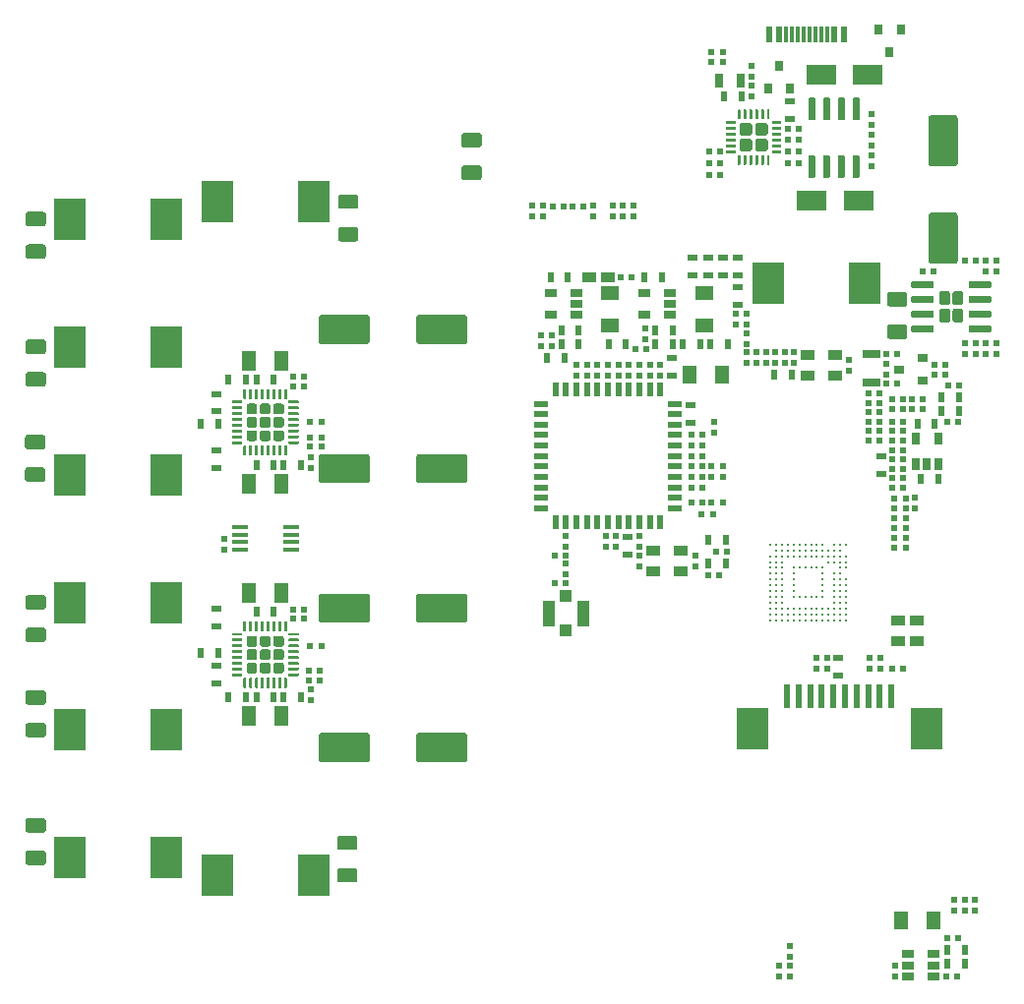
<source format=gtp>
G04 #@! TF.GenerationSoftware,KiCad,Pcbnew,5.1.5+dfsg1-2build2*
G04 #@! TF.CreationDate,2021-04-11T14:42:19-07:00*
G04 #@! TF.ProjectId,OtterCastAmp,4f747465-7243-4617-9374-416d702e6b69,rev?*
G04 #@! TF.SameCoordinates,Original*
G04 #@! TF.FileFunction,Paste,Top*
G04 #@! TF.FilePolarity,Positive*
%FSLAX46Y46*%
G04 Gerber Fmt 4.6, Leading zero omitted, Abs format (unit mm)*
G04 Created by KiCad (PCBNEW 5.1.5+dfsg1-2build2) date 2021-04-11 14:42:19*
%MOMM*%
%LPD*%
G04 APERTURE LIST*
%ADD10R,0.600000X0.500000*%
%ADD11C,0.245000*%
%ADD12R,1.060000X0.650000*%
%ADD13R,0.500000X0.600000*%
%ADD14R,1.200000X1.600000*%
%ADD15R,2.680000X3.600000*%
%ADD16R,0.610000X2.000000*%
%ADD17R,0.800000X0.900000*%
%ADD18R,0.600000X0.900000*%
%ADD19R,1.225000X0.850000*%
%ADD20R,0.900000X0.600000*%
%ADD21R,0.900000X0.800000*%
%ADD22R,1.200000X0.950000*%
%ADD23C,0.100000*%
%ADD24R,2.700000X3.600000*%
%ADD25R,1.250000X1.750000*%
%ADD26R,1.450000X0.450000*%
%ADD27R,1.600000X1.200000*%
%ADD28R,2.500000X1.800000*%
%ADD29R,1.000000X1.000000*%
%ADD30R,1.050000X2.200000*%
%ADD31R,1.500000X0.750000*%
%ADD32R,0.510000X1.200000*%
%ADD33R,1.200000X0.510000*%
%ADD34R,0.650000X1.060000*%
%ADD35R,0.600000X1.450000*%
%ADD36R,0.300000X1.450000*%
%ADD37R,0.700000X1.300000*%
G04 APERTURE END LIST*
D10*
X171450000Y-82310000D03*
X171450000Y-83250000D03*
X191100000Y-131130000D03*
X191100000Y-132070000D03*
X190200000Y-131130000D03*
X190200000Y-132070000D03*
X189300000Y-131130000D03*
X189300000Y-132070000D03*
D11*
X179990000Y-100530000D03*
X179990000Y-101530000D03*
X179990000Y-102030000D03*
X179990000Y-102530000D03*
X179990000Y-103530000D03*
X179990000Y-104030000D03*
X179990000Y-104530000D03*
X179990000Y-105030000D03*
X179990000Y-105530000D03*
X179990000Y-106030000D03*
X179990000Y-106530000D03*
X179990000Y-107030000D03*
X179490000Y-100530000D03*
X179490000Y-101030000D03*
X179490000Y-101530000D03*
X179490000Y-102030000D03*
X179490000Y-102530000D03*
X179490000Y-103030000D03*
X179490000Y-103530000D03*
X179490000Y-104030000D03*
X179490000Y-104530000D03*
X179490000Y-105030000D03*
X179490000Y-105530000D03*
X179490000Y-106030000D03*
X179490000Y-106530000D03*
X179490000Y-107030000D03*
X178990000Y-100530000D03*
X178990000Y-101030000D03*
X178990000Y-101530000D03*
X178990000Y-102030000D03*
X178990000Y-103030000D03*
X178990000Y-103530000D03*
X178990000Y-104030000D03*
X178990000Y-104530000D03*
X178990000Y-105030000D03*
X178990000Y-105530000D03*
X178990000Y-106030000D03*
X178990000Y-106530000D03*
X178990000Y-107030000D03*
X178490000Y-101030000D03*
X178490000Y-101530000D03*
X178490000Y-102030000D03*
X178490000Y-106030000D03*
X178490000Y-106530000D03*
X178490000Y-107030000D03*
X177990000Y-100530000D03*
X177990000Y-101030000D03*
X177990000Y-101530000D03*
X177990000Y-102530000D03*
X177990000Y-103030000D03*
X177990000Y-103530000D03*
X177990000Y-104030000D03*
X177990000Y-104530000D03*
X177990000Y-105030000D03*
X177990000Y-106030000D03*
X177990000Y-106530000D03*
X177990000Y-107030000D03*
X177490000Y-100530000D03*
X177490000Y-101030000D03*
X177490000Y-101530000D03*
X177490000Y-102530000D03*
X177490000Y-105030000D03*
X177490000Y-106030000D03*
X177490000Y-106530000D03*
X177490000Y-107030000D03*
X176990000Y-100530000D03*
X176990000Y-101030000D03*
X176990000Y-101530000D03*
X176990000Y-102530000D03*
X176990000Y-105030000D03*
X176990000Y-106030000D03*
X176990000Y-106530000D03*
X176990000Y-107030000D03*
X176490000Y-100530000D03*
X176490000Y-101030000D03*
X176490000Y-101530000D03*
X176490000Y-102530000D03*
X176490000Y-105030000D03*
X176490000Y-106030000D03*
X176490000Y-106530000D03*
X176490000Y-107030000D03*
X175990000Y-100530000D03*
X175990000Y-101030000D03*
X175990000Y-101530000D03*
X175990000Y-102530000D03*
X175990000Y-105030000D03*
X175990000Y-106030000D03*
X175990000Y-106530000D03*
X175990000Y-107030000D03*
X175490000Y-100530000D03*
X175490000Y-101030000D03*
X175490000Y-101530000D03*
X175490000Y-102530000D03*
X175490000Y-103030000D03*
X175490000Y-103530000D03*
X175490000Y-104030000D03*
X175490000Y-104530000D03*
X175490000Y-105030000D03*
X175490000Y-106030000D03*
X175490000Y-106530000D03*
X175490000Y-107030000D03*
X174990000Y-100530000D03*
X174990000Y-101030000D03*
X174990000Y-101530000D03*
X174990000Y-106030000D03*
X174990000Y-106530000D03*
X174990000Y-107030000D03*
X174490000Y-100530000D03*
X174490000Y-101030000D03*
X174490000Y-101530000D03*
X174490000Y-102030000D03*
X174490000Y-102530000D03*
X174490000Y-103030000D03*
X174490000Y-103530000D03*
X174490000Y-104030000D03*
X174490000Y-104530000D03*
X174490000Y-105030000D03*
X174490000Y-105530000D03*
X174490000Y-106030000D03*
X174490000Y-106530000D03*
X174490000Y-107030000D03*
X173990000Y-100530000D03*
X173990000Y-101030000D03*
X173990000Y-101530000D03*
X173990000Y-102030000D03*
X173990000Y-102530000D03*
X173990000Y-103030000D03*
X173990000Y-103530000D03*
X173990000Y-104030000D03*
X173990000Y-104530000D03*
X173990000Y-105030000D03*
X173990000Y-105530000D03*
X173990000Y-106030000D03*
X173990000Y-106530000D03*
X173990000Y-107030000D03*
X173490000Y-100530000D03*
X173490000Y-101530000D03*
X173490000Y-102030000D03*
X173490000Y-102530000D03*
X173490000Y-103030000D03*
X173490000Y-103530000D03*
X173490000Y-104030000D03*
X173490000Y-104530000D03*
X173490000Y-105030000D03*
X173490000Y-105530000D03*
X173490000Y-106030000D03*
X173490000Y-106530000D03*
X173490000Y-107030000D03*
D12*
X187550000Y-136750000D03*
X187550000Y-135800000D03*
X187550000Y-137700000D03*
X185350000Y-137700000D03*
X185350000Y-136750000D03*
X185350000Y-135800000D03*
D13*
X177430000Y-110300000D03*
X178370000Y-110300000D03*
X177430000Y-111200000D03*
X178370000Y-111200000D03*
D10*
X184250000Y-136780000D03*
X184250000Y-137720000D03*
D13*
X189570000Y-137700000D03*
X188630000Y-137700000D03*
D10*
X175150000Y-136020000D03*
X175150000Y-135080000D03*
D14*
X184749999Y-132850000D03*
X187549999Y-132850000D03*
D15*
X186890000Y-116350000D03*
X171910000Y-116350000D03*
D16*
X183900000Y-113550000D03*
X182900000Y-113550000D03*
X181900000Y-113550000D03*
X180900000Y-113550000D03*
X179900000Y-113550000D03*
X178900000Y-113550000D03*
X177900000Y-113550000D03*
X176900000Y-113550000D03*
X175900000Y-113550000D03*
X174900000Y-113550000D03*
D17*
X183750000Y-58150000D03*
X182800000Y-56150000D03*
X184700000Y-56150000D03*
D18*
X188700000Y-136650000D03*
X190200000Y-136650000D03*
D10*
X175150000Y-137720000D03*
X175150000Y-136780000D03*
X155900000Y-103120000D03*
X155900000Y-102180000D03*
X170540000Y-81570000D03*
X170540000Y-80630000D03*
X171450000Y-81570000D03*
X171450000Y-80630000D03*
D13*
X160630000Y-77500000D03*
X161570000Y-77500000D03*
D19*
X157887500Y-77500000D03*
X159512500Y-77500000D03*
D20*
X170700000Y-78350000D03*
X170700000Y-79850000D03*
X166800000Y-77350000D03*
X166800000Y-75850000D03*
X168099999Y-77350000D03*
X168099999Y-75850000D03*
X169400000Y-77349999D03*
X169400000Y-75849999D03*
X170700000Y-77350000D03*
X170700000Y-75850000D03*
D10*
X174250000Y-137720000D03*
X174250000Y-136780000D03*
D13*
X189620000Y-134400000D03*
X188680000Y-134400000D03*
D10*
X126500000Y-100030000D03*
X126500000Y-100970000D03*
D21*
X184600000Y-85450000D03*
X186600000Y-84500000D03*
X186600000Y-86400000D03*
D17*
X174250000Y-59300000D03*
X175200000Y-61300000D03*
X173300000Y-61300000D03*
D22*
X163400000Y-101075000D03*
X165800000Y-101075000D03*
X165800000Y-102825000D03*
X163400000Y-102825000D03*
D10*
X162200000Y-101480000D03*
X162200000Y-102420000D03*
X167000000Y-102420000D03*
X167000000Y-101480000D03*
D23*
G36*
X129105289Y-110686120D02*
G01*
X129127858Y-110689467D01*
X129149991Y-110695011D01*
X129171474Y-110702698D01*
X129192100Y-110712453D01*
X129211670Y-110724183D01*
X129229996Y-110737775D01*
X129246902Y-110753098D01*
X129262225Y-110770004D01*
X129275817Y-110788330D01*
X129287547Y-110807900D01*
X129297302Y-110828526D01*
X129304989Y-110850009D01*
X129310533Y-110872142D01*
X129313880Y-110894711D01*
X129315000Y-110917500D01*
X129315000Y-111382500D01*
X129313880Y-111405289D01*
X129310533Y-111427858D01*
X129304989Y-111449991D01*
X129297302Y-111471474D01*
X129287547Y-111492100D01*
X129275817Y-111511670D01*
X129262225Y-111529996D01*
X129246902Y-111546902D01*
X129229996Y-111562225D01*
X129211670Y-111575817D01*
X129192100Y-111587547D01*
X129171474Y-111597302D01*
X129149991Y-111604989D01*
X129127858Y-111610533D01*
X129105289Y-111613880D01*
X129082500Y-111615000D01*
X128617500Y-111615000D01*
X128594711Y-111613880D01*
X128572142Y-111610533D01*
X128550009Y-111604989D01*
X128528526Y-111597302D01*
X128507900Y-111587547D01*
X128488330Y-111575817D01*
X128470004Y-111562225D01*
X128453098Y-111546902D01*
X128437775Y-111529996D01*
X128424183Y-111511670D01*
X128412453Y-111492100D01*
X128402698Y-111471474D01*
X128395011Y-111449991D01*
X128389467Y-111427858D01*
X128386120Y-111405289D01*
X128385000Y-111382500D01*
X128385000Y-110917500D01*
X128386120Y-110894711D01*
X128389467Y-110872142D01*
X128395011Y-110850009D01*
X128402698Y-110828526D01*
X128412453Y-110807900D01*
X128424183Y-110788330D01*
X128437775Y-110770004D01*
X128453098Y-110753098D01*
X128470004Y-110737775D01*
X128488330Y-110724183D01*
X128507900Y-110712453D01*
X128528526Y-110702698D01*
X128550009Y-110695011D01*
X128572142Y-110689467D01*
X128594711Y-110686120D01*
X128617500Y-110685000D01*
X129082500Y-110685000D01*
X129105289Y-110686120D01*
G37*
G36*
X130255289Y-110686120D02*
G01*
X130277858Y-110689467D01*
X130299991Y-110695011D01*
X130321474Y-110702698D01*
X130342100Y-110712453D01*
X130361670Y-110724183D01*
X130379996Y-110737775D01*
X130396902Y-110753098D01*
X130412225Y-110770004D01*
X130425817Y-110788330D01*
X130437547Y-110807900D01*
X130447302Y-110828526D01*
X130454989Y-110850009D01*
X130460533Y-110872142D01*
X130463880Y-110894711D01*
X130465000Y-110917500D01*
X130465000Y-111382500D01*
X130463880Y-111405289D01*
X130460533Y-111427858D01*
X130454989Y-111449991D01*
X130447302Y-111471474D01*
X130437547Y-111492100D01*
X130425817Y-111511670D01*
X130412225Y-111529996D01*
X130396902Y-111546902D01*
X130379996Y-111562225D01*
X130361670Y-111575817D01*
X130342100Y-111587547D01*
X130321474Y-111597302D01*
X130299991Y-111604989D01*
X130277858Y-111610533D01*
X130255289Y-111613880D01*
X130232500Y-111615000D01*
X129767500Y-111615000D01*
X129744711Y-111613880D01*
X129722142Y-111610533D01*
X129700009Y-111604989D01*
X129678526Y-111597302D01*
X129657900Y-111587547D01*
X129638330Y-111575817D01*
X129620004Y-111562225D01*
X129603098Y-111546902D01*
X129587775Y-111529996D01*
X129574183Y-111511670D01*
X129562453Y-111492100D01*
X129552698Y-111471474D01*
X129545011Y-111449991D01*
X129539467Y-111427858D01*
X129536120Y-111405289D01*
X129535000Y-111382500D01*
X129535000Y-110917500D01*
X129536120Y-110894711D01*
X129539467Y-110872142D01*
X129545011Y-110850009D01*
X129552698Y-110828526D01*
X129562453Y-110807900D01*
X129574183Y-110788330D01*
X129587775Y-110770004D01*
X129603098Y-110753098D01*
X129620004Y-110737775D01*
X129638330Y-110724183D01*
X129657900Y-110712453D01*
X129678526Y-110702698D01*
X129700009Y-110695011D01*
X129722142Y-110689467D01*
X129744711Y-110686120D01*
X129767500Y-110685000D01*
X130232500Y-110685000D01*
X130255289Y-110686120D01*
G37*
G36*
X131405289Y-110686120D02*
G01*
X131427858Y-110689467D01*
X131449991Y-110695011D01*
X131471474Y-110702698D01*
X131492100Y-110712453D01*
X131511670Y-110724183D01*
X131529996Y-110737775D01*
X131546902Y-110753098D01*
X131562225Y-110770004D01*
X131575817Y-110788330D01*
X131587547Y-110807900D01*
X131597302Y-110828526D01*
X131604989Y-110850009D01*
X131610533Y-110872142D01*
X131613880Y-110894711D01*
X131615000Y-110917500D01*
X131615000Y-111382500D01*
X131613880Y-111405289D01*
X131610533Y-111427858D01*
X131604989Y-111449991D01*
X131597302Y-111471474D01*
X131587547Y-111492100D01*
X131575817Y-111511670D01*
X131562225Y-111529996D01*
X131546902Y-111546902D01*
X131529996Y-111562225D01*
X131511670Y-111575817D01*
X131492100Y-111587547D01*
X131471474Y-111597302D01*
X131449991Y-111604989D01*
X131427858Y-111610533D01*
X131405289Y-111613880D01*
X131382500Y-111615000D01*
X130917500Y-111615000D01*
X130894711Y-111613880D01*
X130872142Y-111610533D01*
X130850009Y-111604989D01*
X130828526Y-111597302D01*
X130807900Y-111587547D01*
X130788330Y-111575817D01*
X130770004Y-111562225D01*
X130753098Y-111546902D01*
X130737775Y-111529996D01*
X130724183Y-111511670D01*
X130712453Y-111492100D01*
X130702698Y-111471474D01*
X130695011Y-111449991D01*
X130689467Y-111427858D01*
X130686120Y-111405289D01*
X130685000Y-111382500D01*
X130685000Y-110917500D01*
X130686120Y-110894711D01*
X130689467Y-110872142D01*
X130695011Y-110850009D01*
X130702698Y-110828526D01*
X130712453Y-110807900D01*
X130724183Y-110788330D01*
X130737775Y-110770004D01*
X130753098Y-110753098D01*
X130770004Y-110737775D01*
X130788330Y-110724183D01*
X130807900Y-110712453D01*
X130828526Y-110702698D01*
X130850009Y-110695011D01*
X130872142Y-110689467D01*
X130894711Y-110686120D01*
X130917500Y-110685000D01*
X131382500Y-110685000D01*
X131405289Y-110686120D01*
G37*
G36*
X129105289Y-109536120D02*
G01*
X129127858Y-109539467D01*
X129149991Y-109545011D01*
X129171474Y-109552698D01*
X129192100Y-109562453D01*
X129211670Y-109574183D01*
X129229996Y-109587775D01*
X129246902Y-109603098D01*
X129262225Y-109620004D01*
X129275817Y-109638330D01*
X129287547Y-109657900D01*
X129297302Y-109678526D01*
X129304989Y-109700009D01*
X129310533Y-109722142D01*
X129313880Y-109744711D01*
X129315000Y-109767500D01*
X129315000Y-110232500D01*
X129313880Y-110255289D01*
X129310533Y-110277858D01*
X129304989Y-110299991D01*
X129297302Y-110321474D01*
X129287547Y-110342100D01*
X129275817Y-110361670D01*
X129262225Y-110379996D01*
X129246902Y-110396902D01*
X129229996Y-110412225D01*
X129211670Y-110425817D01*
X129192100Y-110437547D01*
X129171474Y-110447302D01*
X129149991Y-110454989D01*
X129127858Y-110460533D01*
X129105289Y-110463880D01*
X129082500Y-110465000D01*
X128617500Y-110465000D01*
X128594711Y-110463880D01*
X128572142Y-110460533D01*
X128550009Y-110454989D01*
X128528526Y-110447302D01*
X128507900Y-110437547D01*
X128488330Y-110425817D01*
X128470004Y-110412225D01*
X128453098Y-110396902D01*
X128437775Y-110379996D01*
X128424183Y-110361670D01*
X128412453Y-110342100D01*
X128402698Y-110321474D01*
X128395011Y-110299991D01*
X128389467Y-110277858D01*
X128386120Y-110255289D01*
X128385000Y-110232500D01*
X128385000Y-109767500D01*
X128386120Y-109744711D01*
X128389467Y-109722142D01*
X128395011Y-109700009D01*
X128402698Y-109678526D01*
X128412453Y-109657900D01*
X128424183Y-109638330D01*
X128437775Y-109620004D01*
X128453098Y-109603098D01*
X128470004Y-109587775D01*
X128488330Y-109574183D01*
X128507900Y-109562453D01*
X128528526Y-109552698D01*
X128550009Y-109545011D01*
X128572142Y-109539467D01*
X128594711Y-109536120D01*
X128617500Y-109535000D01*
X129082500Y-109535000D01*
X129105289Y-109536120D01*
G37*
G36*
X130255289Y-109536120D02*
G01*
X130277858Y-109539467D01*
X130299991Y-109545011D01*
X130321474Y-109552698D01*
X130342100Y-109562453D01*
X130361670Y-109574183D01*
X130379996Y-109587775D01*
X130396902Y-109603098D01*
X130412225Y-109620004D01*
X130425817Y-109638330D01*
X130437547Y-109657900D01*
X130447302Y-109678526D01*
X130454989Y-109700009D01*
X130460533Y-109722142D01*
X130463880Y-109744711D01*
X130465000Y-109767500D01*
X130465000Y-110232500D01*
X130463880Y-110255289D01*
X130460533Y-110277858D01*
X130454989Y-110299991D01*
X130447302Y-110321474D01*
X130437547Y-110342100D01*
X130425817Y-110361670D01*
X130412225Y-110379996D01*
X130396902Y-110396902D01*
X130379996Y-110412225D01*
X130361670Y-110425817D01*
X130342100Y-110437547D01*
X130321474Y-110447302D01*
X130299991Y-110454989D01*
X130277858Y-110460533D01*
X130255289Y-110463880D01*
X130232500Y-110465000D01*
X129767500Y-110465000D01*
X129744711Y-110463880D01*
X129722142Y-110460533D01*
X129700009Y-110454989D01*
X129678526Y-110447302D01*
X129657900Y-110437547D01*
X129638330Y-110425817D01*
X129620004Y-110412225D01*
X129603098Y-110396902D01*
X129587775Y-110379996D01*
X129574183Y-110361670D01*
X129562453Y-110342100D01*
X129552698Y-110321474D01*
X129545011Y-110299991D01*
X129539467Y-110277858D01*
X129536120Y-110255289D01*
X129535000Y-110232500D01*
X129535000Y-109767500D01*
X129536120Y-109744711D01*
X129539467Y-109722142D01*
X129545011Y-109700009D01*
X129552698Y-109678526D01*
X129562453Y-109657900D01*
X129574183Y-109638330D01*
X129587775Y-109620004D01*
X129603098Y-109603098D01*
X129620004Y-109587775D01*
X129638330Y-109574183D01*
X129657900Y-109562453D01*
X129678526Y-109552698D01*
X129700009Y-109545011D01*
X129722142Y-109539467D01*
X129744711Y-109536120D01*
X129767500Y-109535000D01*
X130232500Y-109535000D01*
X130255289Y-109536120D01*
G37*
G36*
X131405289Y-109536120D02*
G01*
X131427858Y-109539467D01*
X131449991Y-109545011D01*
X131471474Y-109552698D01*
X131492100Y-109562453D01*
X131511670Y-109574183D01*
X131529996Y-109587775D01*
X131546902Y-109603098D01*
X131562225Y-109620004D01*
X131575817Y-109638330D01*
X131587547Y-109657900D01*
X131597302Y-109678526D01*
X131604989Y-109700009D01*
X131610533Y-109722142D01*
X131613880Y-109744711D01*
X131615000Y-109767500D01*
X131615000Y-110232500D01*
X131613880Y-110255289D01*
X131610533Y-110277858D01*
X131604989Y-110299991D01*
X131597302Y-110321474D01*
X131587547Y-110342100D01*
X131575817Y-110361670D01*
X131562225Y-110379996D01*
X131546902Y-110396902D01*
X131529996Y-110412225D01*
X131511670Y-110425817D01*
X131492100Y-110437547D01*
X131471474Y-110447302D01*
X131449991Y-110454989D01*
X131427858Y-110460533D01*
X131405289Y-110463880D01*
X131382500Y-110465000D01*
X130917500Y-110465000D01*
X130894711Y-110463880D01*
X130872142Y-110460533D01*
X130850009Y-110454989D01*
X130828526Y-110447302D01*
X130807900Y-110437547D01*
X130788330Y-110425817D01*
X130770004Y-110412225D01*
X130753098Y-110396902D01*
X130737775Y-110379996D01*
X130724183Y-110361670D01*
X130712453Y-110342100D01*
X130702698Y-110321474D01*
X130695011Y-110299991D01*
X130689467Y-110277858D01*
X130686120Y-110255289D01*
X130685000Y-110232500D01*
X130685000Y-109767500D01*
X130686120Y-109744711D01*
X130689467Y-109722142D01*
X130695011Y-109700009D01*
X130702698Y-109678526D01*
X130712453Y-109657900D01*
X130724183Y-109638330D01*
X130737775Y-109620004D01*
X130753098Y-109603098D01*
X130770004Y-109587775D01*
X130788330Y-109574183D01*
X130807900Y-109562453D01*
X130828526Y-109552698D01*
X130850009Y-109545011D01*
X130872142Y-109539467D01*
X130894711Y-109536120D01*
X130917500Y-109535000D01*
X131382500Y-109535000D01*
X131405289Y-109536120D01*
G37*
G36*
X129105289Y-108386120D02*
G01*
X129127858Y-108389467D01*
X129149991Y-108395011D01*
X129171474Y-108402698D01*
X129192100Y-108412453D01*
X129211670Y-108424183D01*
X129229996Y-108437775D01*
X129246902Y-108453098D01*
X129262225Y-108470004D01*
X129275817Y-108488330D01*
X129287547Y-108507900D01*
X129297302Y-108528526D01*
X129304989Y-108550009D01*
X129310533Y-108572142D01*
X129313880Y-108594711D01*
X129315000Y-108617500D01*
X129315000Y-109082500D01*
X129313880Y-109105289D01*
X129310533Y-109127858D01*
X129304989Y-109149991D01*
X129297302Y-109171474D01*
X129287547Y-109192100D01*
X129275817Y-109211670D01*
X129262225Y-109229996D01*
X129246902Y-109246902D01*
X129229996Y-109262225D01*
X129211670Y-109275817D01*
X129192100Y-109287547D01*
X129171474Y-109297302D01*
X129149991Y-109304989D01*
X129127858Y-109310533D01*
X129105289Y-109313880D01*
X129082500Y-109315000D01*
X128617500Y-109315000D01*
X128594711Y-109313880D01*
X128572142Y-109310533D01*
X128550009Y-109304989D01*
X128528526Y-109297302D01*
X128507900Y-109287547D01*
X128488330Y-109275817D01*
X128470004Y-109262225D01*
X128453098Y-109246902D01*
X128437775Y-109229996D01*
X128424183Y-109211670D01*
X128412453Y-109192100D01*
X128402698Y-109171474D01*
X128395011Y-109149991D01*
X128389467Y-109127858D01*
X128386120Y-109105289D01*
X128385000Y-109082500D01*
X128385000Y-108617500D01*
X128386120Y-108594711D01*
X128389467Y-108572142D01*
X128395011Y-108550009D01*
X128402698Y-108528526D01*
X128412453Y-108507900D01*
X128424183Y-108488330D01*
X128437775Y-108470004D01*
X128453098Y-108453098D01*
X128470004Y-108437775D01*
X128488330Y-108424183D01*
X128507900Y-108412453D01*
X128528526Y-108402698D01*
X128550009Y-108395011D01*
X128572142Y-108389467D01*
X128594711Y-108386120D01*
X128617500Y-108385000D01*
X129082500Y-108385000D01*
X129105289Y-108386120D01*
G37*
G36*
X130255289Y-108386120D02*
G01*
X130277858Y-108389467D01*
X130299991Y-108395011D01*
X130321474Y-108402698D01*
X130342100Y-108412453D01*
X130361670Y-108424183D01*
X130379996Y-108437775D01*
X130396902Y-108453098D01*
X130412225Y-108470004D01*
X130425817Y-108488330D01*
X130437547Y-108507900D01*
X130447302Y-108528526D01*
X130454989Y-108550009D01*
X130460533Y-108572142D01*
X130463880Y-108594711D01*
X130465000Y-108617500D01*
X130465000Y-109082500D01*
X130463880Y-109105289D01*
X130460533Y-109127858D01*
X130454989Y-109149991D01*
X130447302Y-109171474D01*
X130437547Y-109192100D01*
X130425817Y-109211670D01*
X130412225Y-109229996D01*
X130396902Y-109246902D01*
X130379996Y-109262225D01*
X130361670Y-109275817D01*
X130342100Y-109287547D01*
X130321474Y-109297302D01*
X130299991Y-109304989D01*
X130277858Y-109310533D01*
X130255289Y-109313880D01*
X130232500Y-109315000D01*
X129767500Y-109315000D01*
X129744711Y-109313880D01*
X129722142Y-109310533D01*
X129700009Y-109304989D01*
X129678526Y-109297302D01*
X129657900Y-109287547D01*
X129638330Y-109275817D01*
X129620004Y-109262225D01*
X129603098Y-109246902D01*
X129587775Y-109229996D01*
X129574183Y-109211670D01*
X129562453Y-109192100D01*
X129552698Y-109171474D01*
X129545011Y-109149991D01*
X129539467Y-109127858D01*
X129536120Y-109105289D01*
X129535000Y-109082500D01*
X129535000Y-108617500D01*
X129536120Y-108594711D01*
X129539467Y-108572142D01*
X129545011Y-108550009D01*
X129552698Y-108528526D01*
X129562453Y-108507900D01*
X129574183Y-108488330D01*
X129587775Y-108470004D01*
X129603098Y-108453098D01*
X129620004Y-108437775D01*
X129638330Y-108424183D01*
X129657900Y-108412453D01*
X129678526Y-108402698D01*
X129700009Y-108395011D01*
X129722142Y-108389467D01*
X129744711Y-108386120D01*
X129767500Y-108385000D01*
X130232500Y-108385000D01*
X130255289Y-108386120D01*
G37*
G36*
X131405289Y-108386120D02*
G01*
X131427858Y-108389467D01*
X131449991Y-108395011D01*
X131471474Y-108402698D01*
X131492100Y-108412453D01*
X131511670Y-108424183D01*
X131529996Y-108437775D01*
X131546902Y-108453098D01*
X131562225Y-108470004D01*
X131575817Y-108488330D01*
X131587547Y-108507900D01*
X131597302Y-108528526D01*
X131604989Y-108550009D01*
X131610533Y-108572142D01*
X131613880Y-108594711D01*
X131615000Y-108617500D01*
X131615000Y-109082500D01*
X131613880Y-109105289D01*
X131610533Y-109127858D01*
X131604989Y-109149991D01*
X131597302Y-109171474D01*
X131587547Y-109192100D01*
X131575817Y-109211670D01*
X131562225Y-109229996D01*
X131546902Y-109246902D01*
X131529996Y-109262225D01*
X131511670Y-109275817D01*
X131492100Y-109287547D01*
X131471474Y-109297302D01*
X131449991Y-109304989D01*
X131427858Y-109310533D01*
X131405289Y-109313880D01*
X131382500Y-109315000D01*
X130917500Y-109315000D01*
X130894711Y-109313880D01*
X130872142Y-109310533D01*
X130850009Y-109304989D01*
X130828526Y-109297302D01*
X130807900Y-109287547D01*
X130788330Y-109275817D01*
X130770004Y-109262225D01*
X130753098Y-109246902D01*
X130737775Y-109229996D01*
X130724183Y-109211670D01*
X130712453Y-109192100D01*
X130702698Y-109171474D01*
X130695011Y-109149991D01*
X130689467Y-109127858D01*
X130686120Y-109105289D01*
X130685000Y-109082500D01*
X130685000Y-108617500D01*
X130686120Y-108594711D01*
X130689467Y-108572142D01*
X130695011Y-108550009D01*
X130702698Y-108528526D01*
X130712453Y-108507900D01*
X130724183Y-108488330D01*
X130737775Y-108470004D01*
X130753098Y-108453098D01*
X130770004Y-108437775D01*
X130788330Y-108424183D01*
X130807900Y-108412453D01*
X130828526Y-108402698D01*
X130850009Y-108395011D01*
X130872142Y-108389467D01*
X130894711Y-108386120D01*
X130917500Y-108385000D01*
X131382500Y-108385000D01*
X131405289Y-108386120D01*
G37*
G36*
X128318626Y-112000301D02*
G01*
X128324693Y-112001201D01*
X128330643Y-112002691D01*
X128336418Y-112004758D01*
X128341962Y-112007380D01*
X128347223Y-112010533D01*
X128352150Y-112014187D01*
X128356694Y-112018306D01*
X128360813Y-112022850D01*
X128364467Y-112027777D01*
X128367620Y-112033038D01*
X128370242Y-112038582D01*
X128372309Y-112044357D01*
X128373799Y-112050307D01*
X128374699Y-112056374D01*
X128375000Y-112062500D01*
X128375000Y-112812500D01*
X128374699Y-112818626D01*
X128373799Y-112824693D01*
X128372309Y-112830643D01*
X128370242Y-112836418D01*
X128367620Y-112841962D01*
X128364467Y-112847223D01*
X128360813Y-112852150D01*
X128356694Y-112856694D01*
X128352150Y-112860813D01*
X128347223Y-112864467D01*
X128341962Y-112867620D01*
X128336418Y-112870242D01*
X128330643Y-112872309D01*
X128324693Y-112873799D01*
X128318626Y-112874699D01*
X128312500Y-112875000D01*
X128187500Y-112875000D01*
X128181374Y-112874699D01*
X128175307Y-112873799D01*
X128169357Y-112872309D01*
X128163582Y-112870242D01*
X128158038Y-112867620D01*
X128152777Y-112864467D01*
X128147850Y-112860813D01*
X128143306Y-112856694D01*
X128139187Y-112852150D01*
X128135533Y-112847223D01*
X128132380Y-112841962D01*
X128129758Y-112836418D01*
X128127691Y-112830643D01*
X128126201Y-112824693D01*
X128125301Y-112818626D01*
X128125000Y-112812500D01*
X128125000Y-112062500D01*
X128125301Y-112056374D01*
X128126201Y-112050307D01*
X128127691Y-112044357D01*
X128129758Y-112038582D01*
X128132380Y-112033038D01*
X128135533Y-112027777D01*
X128139187Y-112022850D01*
X128143306Y-112018306D01*
X128147850Y-112014187D01*
X128152777Y-112010533D01*
X128158038Y-112007380D01*
X128163582Y-112004758D01*
X128169357Y-112002691D01*
X128175307Y-112001201D01*
X128181374Y-112000301D01*
X128187500Y-112000000D01*
X128312500Y-112000000D01*
X128318626Y-112000301D01*
G37*
G36*
X128818626Y-112000301D02*
G01*
X128824693Y-112001201D01*
X128830643Y-112002691D01*
X128836418Y-112004758D01*
X128841962Y-112007380D01*
X128847223Y-112010533D01*
X128852150Y-112014187D01*
X128856694Y-112018306D01*
X128860813Y-112022850D01*
X128864467Y-112027777D01*
X128867620Y-112033038D01*
X128870242Y-112038582D01*
X128872309Y-112044357D01*
X128873799Y-112050307D01*
X128874699Y-112056374D01*
X128875000Y-112062500D01*
X128875000Y-112812500D01*
X128874699Y-112818626D01*
X128873799Y-112824693D01*
X128872309Y-112830643D01*
X128870242Y-112836418D01*
X128867620Y-112841962D01*
X128864467Y-112847223D01*
X128860813Y-112852150D01*
X128856694Y-112856694D01*
X128852150Y-112860813D01*
X128847223Y-112864467D01*
X128841962Y-112867620D01*
X128836418Y-112870242D01*
X128830643Y-112872309D01*
X128824693Y-112873799D01*
X128818626Y-112874699D01*
X128812500Y-112875000D01*
X128687500Y-112875000D01*
X128681374Y-112874699D01*
X128675307Y-112873799D01*
X128669357Y-112872309D01*
X128663582Y-112870242D01*
X128658038Y-112867620D01*
X128652777Y-112864467D01*
X128647850Y-112860813D01*
X128643306Y-112856694D01*
X128639187Y-112852150D01*
X128635533Y-112847223D01*
X128632380Y-112841962D01*
X128629758Y-112836418D01*
X128627691Y-112830643D01*
X128626201Y-112824693D01*
X128625301Y-112818626D01*
X128625000Y-112812500D01*
X128625000Y-112062500D01*
X128625301Y-112056374D01*
X128626201Y-112050307D01*
X128627691Y-112044357D01*
X128629758Y-112038582D01*
X128632380Y-112033038D01*
X128635533Y-112027777D01*
X128639187Y-112022850D01*
X128643306Y-112018306D01*
X128647850Y-112014187D01*
X128652777Y-112010533D01*
X128658038Y-112007380D01*
X128663582Y-112004758D01*
X128669357Y-112002691D01*
X128675307Y-112001201D01*
X128681374Y-112000301D01*
X128687500Y-112000000D01*
X128812500Y-112000000D01*
X128818626Y-112000301D01*
G37*
G36*
X129318626Y-112000301D02*
G01*
X129324693Y-112001201D01*
X129330643Y-112002691D01*
X129336418Y-112004758D01*
X129341962Y-112007380D01*
X129347223Y-112010533D01*
X129352150Y-112014187D01*
X129356694Y-112018306D01*
X129360813Y-112022850D01*
X129364467Y-112027777D01*
X129367620Y-112033038D01*
X129370242Y-112038582D01*
X129372309Y-112044357D01*
X129373799Y-112050307D01*
X129374699Y-112056374D01*
X129375000Y-112062500D01*
X129375000Y-112812500D01*
X129374699Y-112818626D01*
X129373799Y-112824693D01*
X129372309Y-112830643D01*
X129370242Y-112836418D01*
X129367620Y-112841962D01*
X129364467Y-112847223D01*
X129360813Y-112852150D01*
X129356694Y-112856694D01*
X129352150Y-112860813D01*
X129347223Y-112864467D01*
X129341962Y-112867620D01*
X129336418Y-112870242D01*
X129330643Y-112872309D01*
X129324693Y-112873799D01*
X129318626Y-112874699D01*
X129312500Y-112875000D01*
X129187500Y-112875000D01*
X129181374Y-112874699D01*
X129175307Y-112873799D01*
X129169357Y-112872309D01*
X129163582Y-112870242D01*
X129158038Y-112867620D01*
X129152777Y-112864467D01*
X129147850Y-112860813D01*
X129143306Y-112856694D01*
X129139187Y-112852150D01*
X129135533Y-112847223D01*
X129132380Y-112841962D01*
X129129758Y-112836418D01*
X129127691Y-112830643D01*
X129126201Y-112824693D01*
X129125301Y-112818626D01*
X129125000Y-112812500D01*
X129125000Y-112062500D01*
X129125301Y-112056374D01*
X129126201Y-112050307D01*
X129127691Y-112044357D01*
X129129758Y-112038582D01*
X129132380Y-112033038D01*
X129135533Y-112027777D01*
X129139187Y-112022850D01*
X129143306Y-112018306D01*
X129147850Y-112014187D01*
X129152777Y-112010533D01*
X129158038Y-112007380D01*
X129163582Y-112004758D01*
X129169357Y-112002691D01*
X129175307Y-112001201D01*
X129181374Y-112000301D01*
X129187500Y-112000000D01*
X129312500Y-112000000D01*
X129318626Y-112000301D01*
G37*
G36*
X129818626Y-112000301D02*
G01*
X129824693Y-112001201D01*
X129830643Y-112002691D01*
X129836418Y-112004758D01*
X129841962Y-112007380D01*
X129847223Y-112010533D01*
X129852150Y-112014187D01*
X129856694Y-112018306D01*
X129860813Y-112022850D01*
X129864467Y-112027777D01*
X129867620Y-112033038D01*
X129870242Y-112038582D01*
X129872309Y-112044357D01*
X129873799Y-112050307D01*
X129874699Y-112056374D01*
X129875000Y-112062500D01*
X129875000Y-112812500D01*
X129874699Y-112818626D01*
X129873799Y-112824693D01*
X129872309Y-112830643D01*
X129870242Y-112836418D01*
X129867620Y-112841962D01*
X129864467Y-112847223D01*
X129860813Y-112852150D01*
X129856694Y-112856694D01*
X129852150Y-112860813D01*
X129847223Y-112864467D01*
X129841962Y-112867620D01*
X129836418Y-112870242D01*
X129830643Y-112872309D01*
X129824693Y-112873799D01*
X129818626Y-112874699D01*
X129812500Y-112875000D01*
X129687500Y-112875000D01*
X129681374Y-112874699D01*
X129675307Y-112873799D01*
X129669357Y-112872309D01*
X129663582Y-112870242D01*
X129658038Y-112867620D01*
X129652777Y-112864467D01*
X129647850Y-112860813D01*
X129643306Y-112856694D01*
X129639187Y-112852150D01*
X129635533Y-112847223D01*
X129632380Y-112841962D01*
X129629758Y-112836418D01*
X129627691Y-112830643D01*
X129626201Y-112824693D01*
X129625301Y-112818626D01*
X129625000Y-112812500D01*
X129625000Y-112062500D01*
X129625301Y-112056374D01*
X129626201Y-112050307D01*
X129627691Y-112044357D01*
X129629758Y-112038582D01*
X129632380Y-112033038D01*
X129635533Y-112027777D01*
X129639187Y-112022850D01*
X129643306Y-112018306D01*
X129647850Y-112014187D01*
X129652777Y-112010533D01*
X129658038Y-112007380D01*
X129663582Y-112004758D01*
X129669357Y-112002691D01*
X129675307Y-112001201D01*
X129681374Y-112000301D01*
X129687500Y-112000000D01*
X129812500Y-112000000D01*
X129818626Y-112000301D01*
G37*
G36*
X130318626Y-112000301D02*
G01*
X130324693Y-112001201D01*
X130330643Y-112002691D01*
X130336418Y-112004758D01*
X130341962Y-112007380D01*
X130347223Y-112010533D01*
X130352150Y-112014187D01*
X130356694Y-112018306D01*
X130360813Y-112022850D01*
X130364467Y-112027777D01*
X130367620Y-112033038D01*
X130370242Y-112038582D01*
X130372309Y-112044357D01*
X130373799Y-112050307D01*
X130374699Y-112056374D01*
X130375000Y-112062500D01*
X130375000Y-112812500D01*
X130374699Y-112818626D01*
X130373799Y-112824693D01*
X130372309Y-112830643D01*
X130370242Y-112836418D01*
X130367620Y-112841962D01*
X130364467Y-112847223D01*
X130360813Y-112852150D01*
X130356694Y-112856694D01*
X130352150Y-112860813D01*
X130347223Y-112864467D01*
X130341962Y-112867620D01*
X130336418Y-112870242D01*
X130330643Y-112872309D01*
X130324693Y-112873799D01*
X130318626Y-112874699D01*
X130312500Y-112875000D01*
X130187500Y-112875000D01*
X130181374Y-112874699D01*
X130175307Y-112873799D01*
X130169357Y-112872309D01*
X130163582Y-112870242D01*
X130158038Y-112867620D01*
X130152777Y-112864467D01*
X130147850Y-112860813D01*
X130143306Y-112856694D01*
X130139187Y-112852150D01*
X130135533Y-112847223D01*
X130132380Y-112841962D01*
X130129758Y-112836418D01*
X130127691Y-112830643D01*
X130126201Y-112824693D01*
X130125301Y-112818626D01*
X130125000Y-112812500D01*
X130125000Y-112062500D01*
X130125301Y-112056374D01*
X130126201Y-112050307D01*
X130127691Y-112044357D01*
X130129758Y-112038582D01*
X130132380Y-112033038D01*
X130135533Y-112027777D01*
X130139187Y-112022850D01*
X130143306Y-112018306D01*
X130147850Y-112014187D01*
X130152777Y-112010533D01*
X130158038Y-112007380D01*
X130163582Y-112004758D01*
X130169357Y-112002691D01*
X130175307Y-112001201D01*
X130181374Y-112000301D01*
X130187500Y-112000000D01*
X130312500Y-112000000D01*
X130318626Y-112000301D01*
G37*
G36*
X130818626Y-112000301D02*
G01*
X130824693Y-112001201D01*
X130830643Y-112002691D01*
X130836418Y-112004758D01*
X130841962Y-112007380D01*
X130847223Y-112010533D01*
X130852150Y-112014187D01*
X130856694Y-112018306D01*
X130860813Y-112022850D01*
X130864467Y-112027777D01*
X130867620Y-112033038D01*
X130870242Y-112038582D01*
X130872309Y-112044357D01*
X130873799Y-112050307D01*
X130874699Y-112056374D01*
X130875000Y-112062500D01*
X130875000Y-112812500D01*
X130874699Y-112818626D01*
X130873799Y-112824693D01*
X130872309Y-112830643D01*
X130870242Y-112836418D01*
X130867620Y-112841962D01*
X130864467Y-112847223D01*
X130860813Y-112852150D01*
X130856694Y-112856694D01*
X130852150Y-112860813D01*
X130847223Y-112864467D01*
X130841962Y-112867620D01*
X130836418Y-112870242D01*
X130830643Y-112872309D01*
X130824693Y-112873799D01*
X130818626Y-112874699D01*
X130812500Y-112875000D01*
X130687500Y-112875000D01*
X130681374Y-112874699D01*
X130675307Y-112873799D01*
X130669357Y-112872309D01*
X130663582Y-112870242D01*
X130658038Y-112867620D01*
X130652777Y-112864467D01*
X130647850Y-112860813D01*
X130643306Y-112856694D01*
X130639187Y-112852150D01*
X130635533Y-112847223D01*
X130632380Y-112841962D01*
X130629758Y-112836418D01*
X130627691Y-112830643D01*
X130626201Y-112824693D01*
X130625301Y-112818626D01*
X130625000Y-112812500D01*
X130625000Y-112062500D01*
X130625301Y-112056374D01*
X130626201Y-112050307D01*
X130627691Y-112044357D01*
X130629758Y-112038582D01*
X130632380Y-112033038D01*
X130635533Y-112027777D01*
X130639187Y-112022850D01*
X130643306Y-112018306D01*
X130647850Y-112014187D01*
X130652777Y-112010533D01*
X130658038Y-112007380D01*
X130663582Y-112004758D01*
X130669357Y-112002691D01*
X130675307Y-112001201D01*
X130681374Y-112000301D01*
X130687500Y-112000000D01*
X130812500Y-112000000D01*
X130818626Y-112000301D01*
G37*
G36*
X131318626Y-112000301D02*
G01*
X131324693Y-112001201D01*
X131330643Y-112002691D01*
X131336418Y-112004758D01*
X131341962Y-112007380D01*
X131347223Y-112010533D01*
X131352150Y-112014187D01*
X131356694Y-112018306D01*
X131360813Y-112022850D01*
X131364467Y-112027777D01*
X131367620Y-112033038D01*
X131370242Y-112038582D01*
X131372309Y-112044357D01*
X131373799Y-112050307D01*
X131374699Y-112056374D01*
X131375000Y-112062500D01*
X131375000Y-112812500D01*
X131374699Y-112818626D01*
X131373799Y-112824693D01*
X131372309Y-112830643D01*
X131370242Y-112836418D01*
X131367620Y-112841962D01*
X131364467Y-112847223D01*
X131360813Y-112852150D01*
X131356694Y-112856694D01*
X131352150Y-112860813D01*
X131347223Y-112864467D01*
X131341962Y-112867620D01*
X131336418Y-112870242D01*
X131330643Y-112872309D01*
X131324693Y-112873799D01*
X131318626Y-112874699D01*
X131312500Y-112875000D01*
X131187500Y-112875000D01*
X131181374Y-112874699D01*
X131175307Y-112873799D01*
X131169357Y-112872309D01*
X131163582Y-112870242D01*
X131158038Y-112867620D01*
X131152777Y-112864467D01*
X131147850Y-112860813D01*
X131143306Y-112856694D01*
X131139187Y-112852150D01*
X131135533Y-112847223D01*
X131132380Y-112841962D01*
X131129758Y-112836418D01*
X131127691Y-112830643D01*
X131126201Y-112824693D01*
X131125301Y-112818626D01*
X131125000Y-112812500D01*
X131125000Y-112062500D01*
X131125301Y-112056374D01*
X131126201Y-112050307D01*
X131127691Y-112044357D01*
X131129758Y-112038582D01*
X131132380Y-112033038D01*
X131135533Y-112027777D01*
X131139187Y-112022850D01*
X131143306Y-112018306D01*
X131147850Y-112014187D01*
X131152777Y-112010533D01*
X131158038Y-112007380D01*
X131163582Y-112004758D01*
X131169357Y-112002691D01*
X131175307Y-112001201D01*
X131181374Y-112000301D01*
X131187500Y-112000000D01*
X131312500Y-112000000D01*
X131318626Y-112000301D01*
G37*
G36*
X131818626Y-112000301D02*
G01*
X131824693Y-112001201D01*
X131830643Y-112002691D01*
X131836418Y-112004758D01*
X131841962Y-112007380D01*
X131847223Y-112010533D01*
X131852150Y-112014187D01*
X131856694Y-112018306D01*
X131860813Y-112022850D01*
X131864467Y-112027777D01*
X131867620Y-112033038D01*
X131870242Y-112038582D01*
X131872309Y-112044357D01*
X131873799Y-112050307D01*
X131874699Y-112056374D01*
X131875000Y-112062500D01*
X131875000Y-112812500D01*
X131874699Y-112818626D01*
X131873799Y-112824693D01*
X131872309Y-112830643D01*
X131870242Y-112836418D01*
X131867620Y-112841962D01*
X131864467Y-112847223D01*
X131860813Y-112852150D01*
X131856694Y-112856694D01*
X131852150Y-112860813D01*
X131847223Y-112864467D01*
X131841962Y-112867620D01*
X131836418Y-112870242D01*
X131830643Y-112872309D01*
X131824693Y-112873799D01*
X131818626Y-112874699D01*
X131812500Y-112875000D01*
X131687500Y-112875000D01*
X131681374Y-112874699D01*
X131675307Y-112873799D01*
X131669357Y-112872309D01*
X131663582Y-112870242D01*
X131658038Y-112867620D01*
X131652777Y-112864467D01*
X131647850Y-112860813D01*
X131643306Y-112856694D01*
X131639187Y-112852150D01*
X131635533Y-112847223D01*
X131632380Y-112841962D01*
X131629758Y-112836418D01*
X131627691Y-112830643D01*
X131626201Y-112824693D01*
X131625301Y-112818626D01*
X131625000Y-112812500D01*
X131625000Y-112062500D01*
X131625301Y-112056374D01*
X131626201Y-112050307D01*
X131627691Y-112044357D01*
X131629758Y-112038582D01*
X131632380Y-112033038D01*
X131635533Y-112027777D01*
X131639187Y-112022850D01*
X131643306Y-112018306D01*
X131647850Y-112014187D01*
X131652777Y-112010533D01*
X131658038Y-112007380D01*
X131663582Y-112004758D01*
X131669357Y-112002691D01*
X131675307Y-112001201D01*
X131681374Y-112000301D01*
X131687500Y-112000000D01*
X131812500Y-112000000D01*
X131818626Y-112000301D01*
G37*
G36*
X132818626Y-111625301D02*
G01*
X132824693Y-111626201D01*
X132830643Y-111627691D01*
X132836418Y-111629758D01*
X132841962Y-111632380D01*
X132847223Y-111635533D01*
X132852150Y-111639187D01*
X132856694Y-111643306D01*
X132860813Y-111647850D01*
X132864467Y-111652777D01*
X132867620Y-111658038D01*
X132870242Y-111663582D01*
X132872309Y-111669357D01*
X132873799Y-111675307D01*
X132874699Y-111681374D01*
X132875000Y-111687500D01*
X132875000Y-111812500D01*
X132874699Y-111818626D01*
X132873799Y-111824693D01*
X132872309Y-111830643D01*
X132870242Y-111836418D01*
X132867620Y-111841962D01*
X132864467Y-111847223D01*
X132860813Y-111852150D01*
X132856694Y-111856694D01*
X132852150Y-111860813D01*
X132847223Y-111864467D01*
X132841962Y-111867620D01*
X132836418Y-111870242D01*
X132830643Y-111872309D01*
X132824693Y-111873799D01*
X132818626Y-111874699D01*
X132812500Y-111875000D01*
X132062500Y-111875000D01*
X132056374Y-111874699D01*
X132050307Y-111873799D01*
X132044357Y-111872309D01*
X132038582Y-111870242D01*
X132033038Y-111867620D01*
X132027777Y-111864467D01*
X132022850Y-111860813D01*
X132018306Y-111856694D01*
X132014187Y-111852150D01*
X132010533Y-111847223D01*
X132007380Y-111841962D01*
X132004758Y-111836418D01*
X132002691Y-111830643D01*
X132001201Y-111824693D01*
X132000301Y-111818626D01*
X132000000Y-111812500D01*
X132000000Y-111687500D01*
X132000301Y-111681374D01*
X132001201Y-111675307D01*
X132002691Y-111669357D01*
X132004758Y-111663582D01*
X132007380Y-111658038D01*
X132010533Y-111652777D01*
X132014187Y-111647850D01*
X132018306Y-111643306D01*
X132022850Y-111639187D01*
X132027777Y-111635533D01*
X132033038Y-111632380D01*
X132038582Y-111629758D01*
X132044357Y-111627691D01*
X132050307Y-111626201D01*
X132056374Y-111625301D01*
X132062500Y-111625000D01*
X132812500Y-111625000D01*
X132818626Y-111625301D01*
G37*
G36*
X132818626Y-111125301D02*
G01*
X132824693Y-111126201D01*
X132830643Y-111127691D01*
X132836418Y-111129758D01*
X132841962Y-111132380D01*
X132847223Y-111135533D01*
X132852150Y-111139187D01*
X132856694Y-111143306D01*
X132860813Y-111147850D01*
X132864467Y-111152777D01*
X132867620Y-111158038D01*
X132870242Y-111163582D01*
X132872309Y-111169357D01*
X132873799Y-111175307D01*
X132874699Y-111181374D01*
X132875000Y-111187500D01*
X132875000Y-111312500D01*
X132874699Y-111318626D01*
X132873799Y-111324693D01*
X132872309Y-111330643D01*
X132870242Y-111336418D01*
X132867620Y-111341962D01*
X132864467Y-111347223D01*
X132860813Y-111352150D01*
X132856694Y-111356694D01*
X132852150Y-111360813D01*
X132847223Y-111364467D01*
X132841962Y-111367620D01*
X132836418Y-111370242D01*
X132830643Y-111372309D01*
X132824693Y-111373799D01*
X132818626Y-111374699D01*
X132812500Y-111375000D01*
X132062500Y-111375000D01*
X132056374Y-111374699D01*
X132050307Y-111373799D01*
X132044357Y-111372309D01*
X132038582Y-111370242D01*
X132033038Y-111367620D01*
X132027777Y-111364467D01*
X132022850Y-111360813D01*
X132018306Y-111356694D01*
X132014187Y-111352150D01*
X132010533Y-111347223D01*
X132007380Y-111341962D01*
X132004758Y-111336418D01*
X132002691Y-111330643D01*
X132001201Y-111324693D01*
X132000301Y-111318626D01*
X132000000Y-111312500D01*
X132000000Y-111187500D01*
X132000301Y-111181374D01*
X132001201Y-111175307D01*
X132002691Y-111169357D01*
X132004758Y-111163582D01*
X132007380Y-111158038D01*
X132010533Y-111152777D01*
X132014187Y-111147850D01*
X132018306Y-111143306D01*
X132022850Y-111139187D01*
X132027777Y-111135533D01*
X132033038Y-111132380D01*
X132038582Y-111129758D01*
X132044357Y-111127691D01*
X132050307Y-111126201D01*
X132056374Y-111125301D01*
X132062500Y-111125000D01*
X132812500Y-111125000D01*
X132818626Y-111125301D01*
G37*
G36*
X132818626Y-110625301D02*
G01*
X132824693Y-110626201D01*
X132830643Y-110627691D01*
X132836418Y-110629758D01*
X132841962Y-110632380D01*
X132847223Y-110635533D01*
X132852150Y-110639187D01*
X132856694Y-110643306D01*
X132860813Y-110647850D01*
X132864467Y-110652777D01*
X132867620Y-110658038D01*
X132870242Y-110663582D01*
X132872309Y-110669357D01*
X132873799Y-110675307D01*
X132874699Y-110681374D01*
X132875000Y-110687500D01*
X132875000Y-110812500D01*
X132874699Y-110818626D01*
X132873799Y-110824693D01*
X132872309Y-110830643D01*
X132870242Y-110836418D01*
X132867620Y-110841962D01*
X132864467Y-110847223D01*
X132860813Y-110852150D01*
X132856694Y-110856694D01*
X132852150Y-110860813D01*
X132847223Y-110864467D01*
X132841962Y-110867620D01*
X132836418Y-110870242D01*
X132830643Y-110872309D01*
X132824693Y-110873799D01*
X132818626Y-110874699D01*
X132812500Y-110875000D01*
X132062500Y-110875000D01*
X132056374Y-110874699D01*
X132050307Y-110873799D01*
X132044357Y-110872309D01*
X132038582Y-110870242D01*
X132033038Y-110867620D01*
X132027777Y-110864467D01*
X132022850Y-110860813D01*
X132018306Y-110856694D01*
X132014187Y-110852150D01*
X132010533Y-110847223D01*
X132007380Y-110841962D01*
X132004758Y-110836418D01*
X132002691Y-110830643D01*
X132001201Y-110824693D01*
X132000301Y-110818626D01*
X132000000Y-110812500D01*
X132000000Y-110687500D01*
X132000301Y-110681374D01*
X132001201Y-110675307D01*
X132002691Y-110669357D01*
X132004758Y-110663582D01*
X132007380Y-110658038D01*
X132010533Y-110652777D01*
X132014187Y-110647850D01*
X132018306Y-110643306D01*
X132022850Y-110639187D01*
X132027777Y-110635533D01*
X132033038Y-110632380D01*
X132038582Y-110629758D01*
X132044357Y-110627691D01*
X132050307Y-110626201D01*
X132056374Y-110625301D01*
X132062500Y-110625000D01*
X132812500Y-110625000D01*
X132818626Y-110625301D01*
G37*
G36*
X132818626Y-110125301D02*
G01*
X132824693Y-110126201D01*
X132830643Y-110127691D01*
X132836418Y-110129758D01*
X132841962Y-110132380D01*
X132847223Y-110135533D01*
X132852150Y-110139187D01*
X132856694Y-110143306D01*
X132860813Y-110147850D01*
X132864467Y-110152777D01*
X132867620Y-110158038D01*
X132870242Y-110163582D01*
X132872309Y-110169357D01*
X132873799Y-110175307D01*
X132874699Y-110181374D01*
X132875000Y-110187500D01*
X132875000Y-110312500D01*
X132874699Y-110318626D01*
X132873799Y-110324693D01*
X132872309Y-110330643D01*
X132870242Y-110336418D01*
X132867620Y-110341962D01*
X132864467Y-110347223D01*
X132860813Y-110352150D01*
X132856694Y-110356694D01*
X132852150Y-110360813D01*
X132847223Y-110364467D01*
X132841962Y-110367620D01*
X132836418Y-110370242D01*
X132830643Y-110372309D01*
X132824693Y-110373799D01*
X132818626Y-110374699D01*
X132812500Y-110375000D01*
X132062500Y-110375000D01*
X132056374Y-110374699D01*
X132050307Y-110373799D01*
X132044357Y-110372309D01*
X132038582Y-110370242D01*
X132033038Y-110367620D01*
X132027777Y-110364467D01*
X132022850Y-110360813D01*
X132018306Y-110356694D01*
X132014187Y-110352150D01*
X132010533Y-110347223D01*
X132007380Y-110341962D01*
X132004758Y-110336418D01*
X132002691Y-110330643D01*
X132001201Y-110324693D01*
X132000301Y-110318626D01*
X132000000Y-110312500D01*
X132000000Y-110187500D01*
X132000301Y-110181374D01*
X132001201Y-110175307D01*
X132002691Y-110169357D01*
X132004758Y-110163582D01*
X132007380Y-110158038D01*
X132010533Y-110152777D01*
X132014187Y-110147850D01*
X132018306Y-110143306D01*
X132022850Y-110139187D01*
X132027777Y-110135533D01*
X132033038Y-110132380D01*
X132038582Y-110129758D01*
X132044357Y-110127691D01*
X132050307Y-110126201D01*
X132056374Y-110125301D01*
X132062500Y-110125000D01*
X132812500Y-110125000D01*
X132818626Y-110125301D01*
G37*
G36*
X132818626Y-109625301D02*
G01*
X132824693Y-109626201D01*
X132830643Y-109627691D01*
X132836418Y-109629758D01*
X132841962Y-109632380D01*
X132847223Y-109635533D01*
X132852150Y-109639187D01*
X132856694Y-109643306D01*
X132860813Y-109647850D01*
X132864467Y-109652777D01*
X132867620Y-109658038D01*
X132870242Y-109663582D01*
X132872309Y-109669357D01*
X132873799Y-109675307D01*
X132874699Y-109681374D01*
X132875000Y-109687500D01*
X132875000Y-109812500D01*
X132874699Y-109818626D01*
X132873799Y-109824693D01*
X132872309Y-109830643D01*
X132870242Y-109836418D01*
X132867620Y-109841962D01*
X132864467Y-109847223D01*
X132860813Y-109852150D01*
X132856694Y-109856694D01*
X132852150Y-109860813D01*
X132847223Y-109864467D01*
X132841962Y-109867620D01*
X132836418Y-109870242D01*
X132830643Y-109872309D01*
X132824693Y-109873799D01*
X132818626Y-109874699D01*
X132812500Y-109875000D01*
X132062500Y-109875000D01*
X132056374Y-109874699D01*
X132050307Y-109873799D01*
X132044357Y-109872309D01*
X132038582Y-109870242D01*
X132033038Y-109867620D01*
X132027777Y-109864467D01*
X132022850Y-109860813D01*
X132018306Y-109856694D01*
X132014187Y-109852150D01*
X132010533Y-109847223D01*
X132007380Y-109841962D01*
X132004758Y-109836418D01*
X132002691Y-109830643D01*
X132001201Y-109824693D01*
X132000301Y-109818626D01*
X132000000Y-109812500D01*
X132000000Y-109687500D01*
X132000301Y-109681374D01*
X132001201Y-109675307D01*
X132002691Y-109669357D01*
X132004758Y-109663582D01*
X132007380Y-109658038D01*
X132010533Y-109652777D01*
X132014187Y-109647850D01*
X132018306Y-109643306D01*
X132022850Y-109639187D01*
X132027777Y-109635533D01*
X132033038Y-109632380D01*
X132038582Y-109629758D01*
X132044357Y-109627691D01*
X132050307Y-109626201D01*
X132056374Y-109625301D01*
X132062500Y-109625000D01*
X132812500Y-109625000D01*
X132818626Y-109625301D01*
G37*
G36*
X132818626Y-109125301D02*
G01*
X132824693Y-109126201D01*
X132830643Y-109127691D01*
X132836418Y-109129758D01*
X132841962Y-109132380D01*
X132847223Y-109135533D01*
X132852150Y-109139187D01*
X132856694Y-109143306D01*
X132860813Y-109147850D01*
X132864467Y-109152777D01*
X132867620Y-109158038D01*
X132870242Y-109163582D01*
X132872309Y-109169357D01*
X132873799Y-109175307D01*
X132874699Y-109181374D01*
X132875000Y-109187500D01*
X132875000Y-109312500D01*
X132874699Y-109318626D01*
X132873799Y-109324693D01*
X132872309Y-109330643D01*
X132870242Y-109336418D01*
X132867620Y-109341962D01*
X132864467Y-109347223D01*
X132860813Y-109352150D01*
X132856694Y-109356694D01*
X132852150Y-109360813D01*
X132847223Y-109364467D01*
X132841962Y-109367620D01*
X132836418Y-109370242D01*
X132830643Y-109372309D01*
X132824693Y-109373799D01*
X132818626Y-109374699D01*
X132812500Y-109375000D01*
X132062500Y-109375000D01*
X132056374Y-109374699D01*
X132050307Y-109373799D01*
X132044357Y-109372309D01*
X132038582Y-109370242D01*
X132033038Y-109367620D01*
X132027777Y-109364467D01*
X132022850Y-109360813D01*
X132018306Y-109356694D01*
X132014187Y-109352150D01*
X132010533Y-109347223D01*
X132007380Y-109341962D01*
X132004758Y-109336418D01*
X132002691Y-109330643D01*
X132001201Y-109324693D01*
X132000301Y-109318626D01*
X132000000Y-109312500D01*
X132000000Y-109187500D01*
X132000301Y-109181374D01*
X132001201Y-109175307D01*
X132002691Y-109169357D01*
X132004758Y-109163582D01*
X132007380Y-109158038D01*
X132010533Y-109152777D01*
X132014187Y-109147850D01*
X132018306Y-109143306D01*
X132022850Y-109139187D01*
X132027777Y-109135533D01*
X132033038Y-109132380D01*
X132038582Y-109129758D01*
X132044357Y-109127691D01*
X132050307Y-109126201D01*
X132056374Y-109125301D01*
X132062500Y-109125000D01*
X132812500Y-109125000D01*
X132818626Y-109125301D01*
G37*
G36*
X132818626Y-108625301D02*
G01*
X132824693Y-108626201D01*
X132830643Y-108627691D01*
X132836418Y-108629758D01*
X132841962Y-108632380D01*
X132847223Y-108635533D01*
X132852150Y-108639187D01*
X132856694Y-108643306D01*
X132860813Y-108647850D01*
X132864467Y-108652777D01*
X132867620Y-108658038D01*
X132870242Y-108663582D01*
X132872309Y-108669357D01*
X132873799Y-108675307D01*
X132874699Y-108681374D01*
X132875000Y-108687500D01*
X132875000Y-108812500D01*
X132874699Y-108818626D01*
X132873799Y-108824693D01*
X132872309Y-108830643D01*
X132870242Y-108836418D01*
X132867620Y-108841962D01*
X132864467Y-108847223D01*
X132860813Y-108852150D01*
X132856694Y-108856694D01*
X132852150Y-108860813D01*
X132847223Y-108864467D01*
X132841962Y-108867620D01*
X132836418Y-108870242D01*
X132830643Y-108872309D01*
X132824693Y-108873799D01*
X132818626Y-108874699D01*
X132812500Y-108875000D01*
X132062500Y-108875000D01*
X132056374Y-108874699D01*
X132050307Y-108873799D01*
X132044357Y-108872309D01*
X132038582Y-108870242D01*
X132033038Y-108867620D01*
X132027777Y-108864467D01*
X132022850Y-108860813D01*
X132018306Y-108856694D01*
X132014187Y-108852150D01*
X132010533Y-108847223D01*
X132007380Y-108841962D01*
X132004758Y-108836418D01*
X132002691Y-108830643D01*
X132001201Y-108824693D01*
X132000301Y-108818626D01*
X132000000Y-108812500D01*
X132000000Y-108687500D01*
X132000301Y-108681374D01*
X132001201Y-108675307D01*
X132002691Y-108669357D01*
X132004758Y-108663582D01*
X132007380Y-108658038D01*
X132010533Y-108652777D01*
X132014187Y-108647850D01*
X132018306Y-108643306D01*
X132022850Y-108639187D01*
X132027777Y-108635533D01*
X132033038Y-108632380D01*
X132038582Y-108629758D01*
X132044357Y-108627691D01*
X132050307Y-108626201D01*
X132056374Y-108625301D01*
X132062500Y-108625000D01*
X132812500Y-108625000D01*
X132818626Y-108625301D01*
G37*
G36*
X132818626Y-108125301D02*
G01*
X132824693Y-108126201D01*
X132830643Y-108127691D01*
X132836418Y-108129758D01*
X132841962Y-108132380D01*
X132847223Y-108135533D01*
X132852150Y-108139187D01*
X132856694Y-108143306D01*
X132860813Y-108147850D01*
X132864467Y-108152777D01*
X132867620Y-108158038D01*
X132870242Y-108163582D01*
X132872309Y-108169357D01*
X132873799Y-108175307D01*
X132874699Y-108181374D01*
X132875000Y-108187500D01*
X132875000Y-108312500D01*
X132874699Y-108318626D01*
X132873799Y-108324693D01*
X132872309Y-108330643D01*
X132870242Y-108336418D01*
X132867620Y-108341962D01*
X132864467Y-108347223D01*
X132860813Y-108352150D01*
X132856694Y-108356694D01*
X132852150Y-108360813D01*
X132847223Y-108364467D01*
X132841962Y-108367620D01*
X132836418Y-108370242D01*
X132830643Y-108372309D01*
X132824693Y-108373799D01*
X132818626Y-108374699D01*
X132812500Y-108375000D01*
X132062500Y-108375000D01*
X132056374Y-108374699D01*
X132050307Y-108373799D01*
X132044357Y-108372309D01*
X132038582Y-108370242D01*
X132033038Y-108367620D01*
X132027777Y-108364467D01*
X132022850Y-108360813D01*
X132018306Y-108356694D01*
X132014187Y-108352150D01*
X132010533Y-108347223D01*
X132007380Y-108341962D01*
X132004758Y-108336418D01*
X132002691Y-108330643D01*
X132001201Y-108324693D01*
X132000301Y-108318626D01*
X132000000Y-108312500D01*
X132000000Y-108187500D01*
X132000301Y-108181374D01*
X132001201Y-108175307D01*
X132002691Y-108169357D01*
X132004758Y-108163582D01*
X132007380Y-108158038D01*
X132010533Y-108152777D01*
X132014187Y-108147850D01*
X132018306Y-108143306D01*
X132022850Y-108139187D01*
X132027777Y-108135533D01*
X132033038Y-108132380D01*
X132038582Y-108129758D01*
X132044357Y-108127691D01*
X132050307Y-108126201D01*
X132056374Y-108125301D01*
X132062500Y-108125000D01*
X132812500Y-108125000D01*
X132818626Y-108125301D01*
G37*
G36*
X131818626Y-107125301D02*
G01*
X131824693Y-107126201D01*
X131830643Y-107127691D01*
X131836418Y-107129758D01*
X131841962Y-107132380D01*
X131847223Y-107135533D01*
X131852150Y-107139187D01*
X131856694Y-107143306D01*
X131860813Y-107147850D01*
X131864467Y-107152777D01*
X131867620Y-107158038D01*
X131870242Y-107163582D01*
X131872309Y-107169357D01*
X131873799Y-107175307D01*
X131874699Y-107181374D01*
X131875000Y-107187500D01*
X131875000Y-107937500D01*
X131874699Y-107943626D01*
X131873799Y-107949693D01*
X131872309Y-107955643D01*
X131870242Y-107961418D01*
X131867620Y-107966962D01*
X131864467Y-107972223D01*
X131860813Y-107977150D01*
X131856694Y-107981694D01*
X131852150Y-107985813D01*
X131847223Y-107989467D01*
X131841962Y-107992620D01*
X131836418Y-107995242D01*
X131830643Y-107997309D01*
X131824693Y-107998799D01*
X131818626Y-107999699D01*
X131812500Y-108000000D01*
X131687500Y-108000000D01*
X131681374Y-107999699D01*
X131675307Y-107998799D01*
X131669357Y-107997309D01*
X131663582Y-107995242D01*
X131658038Y-107992620D01*
X131652777Y-107989467D01*
X131647850Y-107985813D01*
X131643306Y-107981694D01*
X131639187Y-107977150D01*
X131635533Y-107972223D01*
X131632380Y-107966962D01*
X131629758Y-107961418D01*
X131627691Y-107955643D01*
X131626201Y-107949693D01*
X131625301Y-107943626D01*
X131625000Y-107937500D01*
X131625000Y-107187500D01*
X131625301Y-107181374D01*
X131626201Y-107175307D01*
X131627691Y-107169357D01*
X131629758Y-107163582D01*
X131632380Y-107158038D01*
X131635533Y-107152777D01*
X131639187Y-107147850D01*
X131643306Y-107143306D01*
X131647850Y-107139187D01*
X131652777Y-107135533D01*
X131658038Y-107132380D01*
X131663582Y-107129758D01*
X131669357Y-107127691D01*
X131675307Y-107126201D01*
X131681374Y-107125301D01*
X131687500Y-107125000D01*
X131812500Y-107125000D01*
X131818626Y-107125301D01*
G37*
G36*
X131318626Y-107125301D02*
G01*
X131324693Y-107126201D01*
X131330643Y-107127691D01*
X131336418Y-107129758D01*
X131341962Y-107132380D01*
X131347223Y-107135533D01*
X131352150Y-107139187D01*
X131356694Y-107143306D01*
X131360813Y-107147850D01*
X131364467Y-107152777D01*
X131367620Y-107158038D01*
X131370242Y-107163582D01*
X131372309Y-107169357D01*
X131373799Y-107175307D01*
X131374699Y-107181374D01*
X131375000Y-107187500D01*
X131375000Y-107937500D01*
X131374699Y-107943626D01*
X131373799Y-107949693D01*
X131372309Y-107955643D01*
X131370242Y-107961418D01*
X131367620Y-107966962D01*
X131364467Y-107972223D01*
X131360813Y-107977150D01*
X131356694Y-107981694D01*
X131352150Y-107985813D01*
X131347223Y-107989467D01*
X131341962Y-107992620D01*
X131336418Y-107995242D01*
X131330643Y-107997309D01*
X131324693Y-107998799D01*
X131318626Y-107999699D01*
X131312500Y-108000000D01*
X131187500Y-108000000D01*
X131181374Y-107999699D01*
X131175307Y-107998799D01*
X131169357Y-107997309D01*
X131163582Y-107995242D01*
X131158038Y-107992620D01*
X131152777Y-107989467D01*
X131147850Y-107985813D01*
X131143306Y-107981694D01*
X131139187Y-107977150D01*
X131135533Y-107972223D01*
X131132380Y-107966962D01*
X131129758Y-107961418D01*
X131127691Y-107955643D01*
X131126201Y-107949693D01*
X131125301Y-107943626D01*
X131125000Y-107937500D01*
X131125000Y-107187500D01*
X131125301Y-107181374D01*
X131126201Y-107175307D01*
X131127691Y-107169357D01*
X131129758Y-107163582D01*
X131132380Y-107158038D01*
X131135533Y-107152777D01*
X131139187Y-107147850D01*
X131143306Y-107143306D01*
X131147850Y-107139187D01*
X131152777Y-107135533D01*
X131158038Y-107132380D01*
X131163582Y-107129758D01*
X131169357Y-107127691D01*
X131175307Y-107126201D01*
X131181374Y-107125301D01*
X131187500Y-107125000D01*
X131312500Y-107125000D01*
X131318626Y-107125301D01*
G37*
G36*
X130818626Y-107125301D02*
G01*
X130824693Y-107126201D01*
X130830643Y-107127691D01*
X130836418Y-107129758D01*
X130841962Y-107132380D01*
X130847223Y-107135533D01*
X130852150Y-107139187D01*
X130856694Y-107143306D01*
X130860813Y-107147850D01*
X130864467Y-107152777D01*
X130867620Y-107158038D01*
X130870242Y-107163582D01*
X130872309Y-107169357D01*
X130873799Y-107175307D01*
X130874699Y-107181374D01*
X130875000Y-107187500D01*
X130875000Y-107937500D01*
X130874699Y-107943626D01*
X130873799Y-107949693D01*
X130872309Y-107955643D01*
X130870242Y-107961418D01*
X130867620Y-107966962D01*
X130864467Y-107972223D01*
X130860813Y-107977150D01*
X130856694Y-107981694D01*
X130852150Y-107985813D01*
X130847223Y-107989467D01*
X130841962Y-107992620D01*
X130836418Y-107995242D01*
X130830643Y-107997309D01*
X130824693Y-107998799D01*
X130818626Y-107999699D01*
X130812500Y-108000000D01*
X130687500Y-108000000D01*
X130681374Y-107999699D01*
X130675307Y-107998799D01*
X130669357Y-107997309D01*
X130663582Y-107995242D01*
X130658038Y-107992620D01*
X130652777Y-107989467D01*
X130647850Y-107985813D01*
X130643306Y-107981694D01*
X130639187Y-107977150D01*
X130635533Y-107972223D01*
X130632380Y-107966962D01*
X130629758Y-107961418D01*
X130627691Y-107955643D01*
X130626201Y-107949693D01*
X130625301Y-107943626D01*
X130625000Y-107937500D01*
X130625000Y-107187500D01*
X130625301Y-107181374D01*
X130626201Y-107175307D01*
X130627691Y-107169357D01*
X130629758Y-107163582D01*
X130632380Y-107158038D01*
X130635533Y-107152777D01*
X130639187Y-107147850D01*
X130643306Y-107143306D01*
X130647850Y-107139187D01*
X130652777Y-107135533D01*
X130658038Y-107132380D01*
X130663582Y-107129758D01*
X130669357Y-107127691D01*
X130675307Y-107126201D01*
X130681374Y-107125301D01*
X130687500Y-107125000D01*
X130812500Y-107125000D01*
X130818626Y-107125301D01*
G37*
G36*
X130318626Y-107125301D02*
G01*
X130324693Y-107126201D01*
X130330643Y-107127691D01*
X130336418Y-107129758D01*
X130341962Y-107132380D01*
X130347223Y-107135533D01*
X130352150Y-107139187D01*
X130356694Y-107143306D01*
X130360813Y-107147850D01*
X130364467Y-107152777D01*
X130367620Y-107158038D01*
X130370242Y-107163582D01*
X130372309Y-107169357D01*
X130373799Y-107175307D01*
X130374699Y-107181374D01*
X130375000Y-107187500D01*
X130375000Y-107937500D01*
X130374699Y-107943626D01*
X130373799Y-107949693D01*
X130372309Y-107955643D01*
X130370242Y-107961418D01*
X130367620Y-107966962D01*
X130364467Y-107972223D01*
X130360813Y-107977150D01*
X130356694Y-107981694D01*
X130352150Y-107985813D01*
X130347223Y-107989467D01*
X130341962Y-107992620D01*
X130336418Y-107995242D01*
X130330643Y-107997309D01*
X130324693Y-107998799D01*
X130318626Y-107999699D01*
X130312500Y-108000000D01*
X130187500Y-108000000D01*
X130181374Y-107999699D01*
X130175307Y-107998799D01*
X130169357Y-107997309D01*
X130163582Y-107995242D01*
X130158038Y-107992620D01*
X130152777Y-107989467D01*
X130147850Y-107985813D01*
X130143306Y-107981694D01*
X130139187Y-107977150D01*
X130135533Y-107972223D01*
X130132380Y-107966962D01*
X130129758Y-107961418D01*
X130127691Y-107955643D01*
X130126201Y-107949693D01*
X130125301Y-107943626D01*
X130125000Y-107937500D01*
X130125000Y-107187500D01*
X130125301Y-107181374D01*
X130126201Y-107175307D01*
X130127691Y-107169357D01*
X130129758Y-107163582D01*
X130132380Y-107158038D01*
X130135533Y-107152777D01*
X130139187Y-107147850D01*
X130143306Y-107143306D01*
X130147850Y-107139187D01*
X130152777Y-107135533D01*
X130158038Y-107132380D01*
X130163582Y-107129758D01*
X130169357Y-107127691D01*
X130175307Y-107126201D01*
X130181374Y-107125301D01*
X130187500Y-107125000D01*
X130312500Y-107125000D01*
X130318626Y-107125301D01*
G37*
G36*
X129818626Y-107125301D02*
G01*
X129824693Y-107126201D01*
X129830643Y-107127691D01*
X129836418Y-107129758D01*
X129841962Y-107132380D01*
X129847223Y-107135533D01*
X129852150Y-107139187D01*
X129856694Y-107143306D01*
X129860813Y-107147850D01*
X129864467Y-107152777D01*
X129867620Y-107158038D01*
X129870242Y-107163582D01*
X129872309Y-107169357D01*
X129873799Y-107175307D01*
X129874699Y-107181374D01*
X129875000Y-107187500D01*
X129875000Y-107937500D01*
X129874699Y-107943626D01*
X129873799Y-107949693D01*
X129872309Y-107955643D01*
X129870242Y-107961418D01*
X129867620Y-107966962D01*
X129864467Y-107972223D01*
X129860813Y-107977150D01*
X129856694Y-107981694D01*
X129852150Y-107985813D01*
X129847223Y-107989467D01*
X129841962Y-107992620D01*
X129836418Y-107995242D01*
X129830643Y-107997309D01*
X129824693Y-107998799D01*
X129818626Y-107999699D01*
X129812500Y-108000000D01*
X129687500Y-108000000D01*
X129681374Y-107999699D01*
X129675307Y-107998799D01*
X129669357Y-107997309D01*
X129663582Y-107995242D01*
X129658038Y-107992620D01*
X129652777Y-107989467D01*
X129647850Y-107985813D01*
X129643306Y-107981694D01*
X129639187Y-107977150D01*
X129635533Y-107972223D01*
X129632380Y-107966962D01*
X129629758Y-107961418D01*
X129627691Y-107955643D01*
X129626201Y-107949693D01*
X129625301Y-107943626D01*
X129625000Y-107937500D01*
X129625000Y-107187500D01*
X129625301Y-107181374D01*
X129626201Y-107175307D01*
X129627691Y-107169357D01*
X129629758Y-107163582D01*
X129632380Y-107158038D01*
X129635533Y-107152777D01*
X129639187Y-107147850D01*
X129643306Y-107143306D01*
X129647850Y-107139187D01*
X129652777Y-107135533D01*
X129658038Y-107132380D01*
X129663582Y-107129758D01*
X129669357Y-107127691D01*
X129675307Y-107126201D01*
X129681374Y-107125301D01*
X129687500Y-107125000D01*
X129812500Y-107125000D01*
X129818626Y-107125301D01*
G37*
G36*
X129318626Y-107125301D02*
G01*
X129324693Y-107126201D01*
X129330643Y-107127691D01*
X129336418Y-107129758D01*
X129341962Y-107132380D01*
X129347223Y-107135533D01*
X129352150Y-107139187D01*
X129356694Y-107143306D01*
X129360813Y-107147850D01*
X129364467Y-107152777D01*
X129367620Y-107158038D01*
X129370242Y-107163582D01*
X129372309Y-107169357D01*
X129373799Y-107175307D01*
X129374699Y-107181374D01*
X129375000Y-107187500D01*
X129375000Y-107937500D01*
X129374699Y-107943626D01*
X129373799Y-107949693D01*
X129372309Y-107955643D01*
X129370242Y-107961418D01*
X129367620Y-107966962D01*
X129364467Y-107972223D01*
X129360813Y-107977150D01*
X129356694Y-107981694D01*
X129352150Y-107985813D01*
X129347223Y-107989467D01*
X129341962Y-107992620D01*
X129336418Y-107995242D01*
X129330643Y-107997309D01*
X129324693Y-107998799D01*
X129318626Y-107999699D01*
X129312500Y-108000000D01*
X129187500Y-108000000D01*
X129181374Y-107999699D01*
X129175307Y-107998799D01*
X129169357Y-107997309D01*
X129163582Y-107995242D01*
X129158038Y-107992620D01*
X129152777Y-107989467D01*
X129147850Y-107985813D01*
X129143306Y-107981694D01*
X129139187Y-107977150D01*
X129135533Y-107972223D01*
X129132380Y-107966962D01*
X129129758Y-107961418D01*
X129127691Y-107955643D01*
X129126201Y-107949693D01*
X129125301Y-107943626D01*
X129125000Y-107937500D01*
X129125000Y-107187500D01*
X129125301Y-107181374D01*
X129126201Y-107175307D01*
X129127691Y-107169357D01*
X129129758Y-107163582D01*
X129132380Y-107158038D01*
X129135533Y-107152777D01*
X129139187Y-107147850D01*
X129143306Y-107143306D01*
X129147850Y-107139187D01*
X129152777Y-107135533D01*
X129158038Y-107132380D01*
X129163582Y-107129758D01*
X129169357Y-107127691D01*
X129175307Y-107126201D01*
X129181374Y-107125301D01*
X129187500Y-107125000D01*
X129312500Y-107125000D01*
X129318626Y-107125301D01*
G37*
G36*
X128818626Y-107125301D02*
G01*
X128824693Y-107126201D01*
X128830643Y-107127691D01*
X128836418Y-107129758D01*
X128841962Y-107132380D01*
X128847223Y-107135533D01*
X128852150Y-107139187D01*
X128856694Y-107143306D01*
X128860813Y-107147850D01*
X128864467Y-107152777D01*
X128867620Y-107158038D01*
X128870242Y-107163582D01*
X128872309Y-107169357D01*
X128873799Y-107175307D01*
X128874699Y-107181374D01*
X128875000Y-107187500D01*
X128875000Y-107937500D01*
X128874699Y-107943626D01*
X128873799Y-107949693D01*
X128872309Y-107955643D01*
X128870242Y-107961418D01*
X128867620Y-107966962D01*
X128864467Y-107972223D01*
X128860813Y-107977150D01*
X128856694Y-107981694D01*
X128852150Y-107985813D01*
X128847223Y-107989467D01*
X128841962Y-107992620D01*
X128836418Y-107995242D01*
X128830643Y-107997309D01*
X128824693Y-107998799D01*
X128818626Y-107999699D01*
X128812500Y-108000000D01*
X128687500Y-108000000D01*
X128681374Y-107999699D01*
X128675307Y-107998799D01*
X128669357Y-107997309D01*
X128663582Y-107995242D01*
X128658038Y-107992620D01*
X128652777Y-107989467D01*
X128647850Y-107985813D01*
X128643306Y-107981694D01*
X128639187Y-107977150D01*
X128635533Y-107972223D01*
X128632380Y-107966962D01*
X128629758Y-107961418D01*
X128627691Y-107955643D01*
X128626201Y-107949693D01*
X128625301Y-107943626D01*
X128625000Y-107937500D01*
X128625000Y-107187500D01*
X128625301Y-107181374D01*
X128626201Y-107175307D01*
X128627691Y-107169357D01*
X128629758Y-107163582D01*
X128632380Y-107158038D01*
X128635533Y-107152777D01*
X128639187Y-107147850D01*
X128643306Y-107143306D01*
X128647850Y-107139187D01*
X128652777Y-107135533D01*
X128658038Y-107132380D01*
X128663582Y-107129758D01*
X128669357Y-107127691D01*
X128675307Y-107126201D01*
X128681374Y-107125301D01*
X128687500Y-107125000D01*
X128812500Y-107125000D01*
X128818626Y-107125301D01*
G37*
G36*
X128318626Y-107125301D02*
G01*
X128324693Y-107126201D01*
X128330643Y-107127691D01*
X128336418Y-107129758D01*
X128341962Y-107132380D01*
X128347223Y-107135533D01*
X128352150Y-107139187D01*
X128356694Y-107143306D01*
X128360813Y-107147850D01*
X128364467Y-107152777D01*
X128367620Y-107158038D01*
X128370242Y-107163582D01*
X128372309Y-107169357D01*
X128373799Y-107175307D01*
X128374699Y-107181374D01*
X128375000Y-107187500D01*
X128375000Y-107937500D01*
X128374699Y-107943626D01*
X128373799Y-107949693D01*
X128372309Y-107955643D01*
X128370242Y-107961418D01*
X128367620Y-107966962D01*
X128364467Y-107972223D01*
X128360813Y-107977150D01*
X128356694Y-107981694D01*
X128352150Y-107985813D01*
X128347223Y-107989467D01*
X128341962Y-107992620D01*
X128336418Y-107995242D01*
X128330643Y-107997309D01*
X128324693Y-107998799D01*
X128318626Y-107999699D01*
X128312500Y-108000000D01*
X128187500Y-108000000D01*
X128181374Y-107999699D01*
X128175307Y-107998799D01*
X128169357Y-107997309D01*
X128163582Y-107995242D01*
X128158038Y-107992620D01*
X128152777Y-107989467D01*
X128147850Y-107985813D01*
X128143306Y-107981694D01*
X128139187Y-107977150D01*
X128135533Y-107972223D01*
X128132380Y-107966962D01*
X128129758Y-107961418D01*
X128127691Y-107955643D01*
X128126201Y-107949693D01*
X128125301Y-107943626D01*
X128125000Y-107937500D01*
X128125000Y-107187500D01*
X128125301Y-107181374D01*
X128126201Y-107175307D01*
X128127691Y-107169357D01*
X128129758Y-107163582D01*
X128132380Y-107158038D01*
X128135533Y-107152777D01*
X128139187Y-107147850D01*
X128143306Y-107143306D01*
X128147850Y-107139187D01*
X128152777Y-107135533D01*
X128158038Y-107132380D01*
X128163582Y-107129758D01*
X128169357Y-107127691D01*
X128175307Y-107126201D01*
X128181374Y-107125301D01*
X128187500Y-107125000D01*
X128312500Y-107125000D01*
X128318626Y-107125301D01*
G37*
G36*
X127943626Y-108125301D02*
G01*
X127949693Y-108126201D01*
X127955643Y-108127691D01*
X127961418Y-108129758D01*
X127966962Y-108132380D01*
X127972223Y-108135533D01*
X127977150Y-108139187D01*
X127981694Y-108143306D01*
X127985813Y-108147850D01*
X127989467Y-108152777D01*
X127992620Y-108158038D01*
X127995242Y-108163582D01*
X127997309Y-108169357D01*
X127998799Y-108175307D01*
X127999699Y-108181374D01*
X128000000Y-108187500D01*
X128000000Y-108312500D01*
X127999699Y-108318626D01*
X127998799Y-108324693D01*
X127997309Y-108330643D01*
X127995242Y-108336418D01*
X127992620Y-108341962D01*
X127989467Y-108347223D01*
X127985813Y-108352150D01*
X127981694Y-108356694D01*
X127977150Y-108360813D01*
X127972223Y-108364467D01*
X127966962Y-108367620D01*
X127961418Y-108370242D01*
X127955643Y-108372309D01*
X127949693Y-108373799D01*
X127943626Y-108374699D01*
X127937500Y-108375000D01*
X127187500Y-108375000D01*
X127181374Y-108374699D01*
X127175307Y-108373799D01*
X127169357Y-108372309D01*
X127163582Y-108370242D01*
X127158038Y-108367620D01*
X127152777Y-108364467D01*
X127147850Y-108360813D01*
X127143306Y-108356694D01*
X127139187Y-108352150D01*
X127135533Y-108347223D01*
X127132380Y-108341962D01*
X127129758Y-108336418D01*
X127127691Y-108330643D01*
X127126201Y-108324693D01*
X127125301Y-108318626D01*
X127125000Y-108312500D01*
X127125000Y-108187500D01*
X127125301Y-108181374D01*
X127126201Y-108175307D01*
X127127691Y-108169357D01*
X127129758Y-108163582D01*
X127132380Y-108158038D01*
X127135533Y-108152777D01*
X127139187Y-108147850D01*
X127143306Y-108143306D01*
X127147850Y-108139187D01*
X127152777Y-108135533D01*
X127158038Y-108132380D01*
X127163582Y-108129758D01*
X127169357Y-108127691D01*
X127175307Y-108126201D01*
X127181374Y-108125301D01*
X127187500Y-108125000D01*
X127937500Y-108125000D01*
X127943626Y-108125301D01*
G37*
G36*
X127943626Y-108625301D02*
G01*
X127949693Y-108626201D01*
X127955643Y-108627691D01*
X127961418Y-108629758D01*
X127966962Y-108632380D01*
X127972223Y-108635533D01*
X127977150Y-108639187D01*
X127981694Y-108643306D01*
X127985813Y-108647850D01*
X127989467Y-108652777D01*
X127992620Y-108658038D01*
X127995242Y-108663582D01*
X127997309Y-108669357D01*
X127998799Y-108675307D01*
X127999699Y-108681374D01*
X128000000Y-108687500D01*
X128000000Y-108812500D01*
X127999699Y-108818626D01*
X127998799Y-108824693D01*
X127997309Y-108830643D01*
X127995242Y-108836418D01*
X127992620Y-108841962D01*
X127989467Y-108847223D01*
X127985813Y-108852150D01*
X127981694Y-108856694D01*
X127977150Y-108860813D01*
X127972223Y-108864467D01*
X127966962Y-108867620D01*
X127961418Y-108870242D01*
X127955643Y-108872309D01*
X127949693Y-108873799D01*
X127943626Y-108874699D01*
X127937500Y-108875000D01*
X127187500Y-108875000D01*
X127181374Y-108874699D01*
X127175307Y-108873799D01*
X127169357Y-108872309D01*
X127163582Y-108870242D01*
X127158038Y-108867620D01*
X127152777Y-108864467D01*
X127147850Y-108860813D01*
X127143306Y-108856694D01*
X127139187Y-108852150D01*
X127135533Y-108847223D01*
X127132380Y-108841962D01*
X127129758Y-108836418D01*
X127127691Y-108830643D01*
X127126201Y-108824693D01*
X127125301Y-108818626D01*
X127125000Y-108812500D01*
X127125000Y-108687500D01*
X127125301Y-108681374D01*
X127126201Y-108675307D01*
X127127691Y-108669357D01*
X127129758Y-108663582D01*
X127132380Y-108658038D01*
X127135533Y-108652777D01*
X127139187Y-108647850D01*
X127143306Y-108643306D01*
X127147850Y-108639187D01*
X127152777Y-108635533D01*
X127158038Y-108632380D01*
X127163582Y-108629758D01*
X127169357Y-108627691D01*
X127175307Y-108626201D01*
X127181374Y-108625301D01*
X127187500Y-108625000D01*
X127937500Y-108625000D01*
X127943626Y-108625301D01*
G37*
G36*
X127943626Y-109125301D02*
G01*
X127949693Y-109126201D01*
X127955643Y-109127691D01*
X127961418Y-109129758D01*
X127966962Y-109132380D01*
X127972223Y-109135533D01*
X127977150Y-109139187D01*
X127981694Y-109143306D01*
X127985813Y-109147850D01*
X127989467Y-109152777D01*
X127992620Y-109158038D01*
X127995242Y-109163582D01*
X127997309Y-109169357D01*
X127998799Y-109175307D01*
X127999699Y-109181374D01*
X128000000Y-109187500D01*
X128000000Y-109312500D01*
X127999699Y-109318626D01*
X127998799Y-109324693D01*
X127997309Y-109330643D01*
X127995242Y-109336418D01*
X127992620Y-109341962D01*
X127989467Y-109347223D01*
X127985813Y-109352150D01*
X127981694Y-109356694D01*
X127977150Y-109360813D01*
X127972223Y-109364467D01*
X127966962Y-109367620D01*
X127961418Y-109370242D01*
X127955643Y-109372309D01*
X127949693Y-109373799D01*
X127943626Y-109374699D01*
X127937500Y-109375000D01*
X127187500Y-109375000D01*
X127181374Y-109374699D01*
X127175307Y-109373799D01*
X127169357Y-109372309D01*
X127163582Y-109370242D01*
X127158038Y-109367620D01*
X127152777Y-109364467D01*
X127147850Y-109360813D01*
X127143306Y-109356694D01*
X127139187Y-109352150D01*
X127135533Y-109347223D01*
X127132380Y-109341962D01*
X127129758Y-109336418D01*
X127127691Y-109330643D01*
X127126201Y-109324693D01*
X127125301Y-109318626D01*
X127125000Y-109312500D01*
X127125000Y-109187500D01*
X127125301Y-109181374D01*
X127126201Y-109175307D01*
X127127691Y-109169357D01*
X127129758Y-109163582D01*
X127132380Y-109158038D01*
X127135533Y-109152777D01*
X127139187Y-109147850D01*
X127143306Y-109143306D01*
X127147850Y-109139187D01*
X127152777Y-109135533D01*
X127158038Y-109132380D01*
X127163582Y-109129758D01*
X127169357Y-109127691D01*
X127175307Y-109126201D01*
X127181374Y-109125301D01*
X127187500Y-109125000D01*
X127937500Y-109125000D01*
X127943626Y-109125301D01*
G37*
G36*
X127943626Y-109625301D02*
G01*
X127949693Y-109626201D01*
X127955643Y-109627691D01*
X127961418Y-109629758D01*
X127966962Y-109632380D01*
X127972223Y-109635533D01*
X127977150Y-109639187D01*
X127981694Y-109643306D01*
X127985813Y-109647850D01*
X127989467Y-109652777D01*
X127992620Y-109658038D01*
X127995242Y-109663582D01*
X127997309Y-109669357D01*
X127998799Y-109675307D01*
X127999699Y-109681374D01*
X128000000Y-109687500D01*
X128000000Y-109812500D01*
X127999699Y-109818626D01*
X127998799Y-109824693D01*
X127997309Y-109830643D01*
X127995242Y-109836418D01*
X127992620Y-109841962D01*
X127989467Y-109847223D01*
X127985813Y-109852150D01*
X127981694Y-109856694D01*
X127977150Y-109860813D01*
X127972223Y-109864467D01*
X127966962Y-109867620D01*
X127961418Y-109870242D01*
X127955643Y-109872309D01*
X127949693Y-109873799D01*
X127943626Y-109874699D01*
X127937500Y-109875000D01*
X127187500Y-109875000D01*
X127181374Y-109874699D01*
X127175307Y-109873799D01*
X127169357Y-109872309D01*
X127163582Y-109870242D01*
X127158038Y-109867620D01*
X127152777Y-109864467D01*
X127147850Y-109860813D01*
X127143306Y-109856694D01*
X127139187Y-109852150D01*
X127135533Y-109847223D01*
X127132380Y-109841962D01*
X127129758Y-109836418D01*
X127127691Y-109830643D01*
X127126201Y-109824693D01*
X127125301Y-109818626D01*
X127125000Y-109812500D01*
X127125000Y-109687500D01*
X127125301Y-109681374D01*
X127126201Y-109675307D01*
X127127691Y-109669357D01*
X127129758Y-109663582D01*
X127132380Y-109658038D01*
X127135533Y-109652777D01*
X127139187Y-109647850D01*
X127143306Y-109643306D01*
X127147850Y-109639187D01*
X127152777Y-109635533D01*
X127158038Y-109632380D01*
X127163582Y-109629758D01*
X127169357Y-109627691D01*
X127175307Y-109626201D01*
X127181374Y-109625301D01*
X127187500Y-109625000D01*
X127937500Y-109625000D01*
X127943626Y-109625301D01*
G37*
G36*
X127943626Y-110125301D02*
G01*
X127949693Y-110126201D01*
X127955643Y-110127691D01*
X127961418Y-110129758D01*
X127966962Y-110132380D01*
X127972223Y-110135533D01*
X127977150Y-110139187D01*
X127981694Y-110143306D01*
X127985813Y-110147850D01*
X127989467Y-110152777D01*
X127992620Y-110158038D01*
X127995242Y-110163582D01*
X127997309Y-110169357D01*
X127998799Y-110175307D01*
X127999699Y-110181374D01*
X128000000Y-110187500D01*
X128000000Y-110312500D01*
X127999699Y-110318626D01*
X127998799Y-110324693D01*
X127997309Y-110330643D01*
X127995242Y-110336418D01*
X127992620Y-110341962D01*
X127989467Y-110347223D01*
X127985813Y-110352150D01*
X127981694Y-110356694D01*
X127977150Y-110360813D01*
X127972223Y-110364467D01*
X127966962Y-110367620D01*
X127961418Y-110370242D01*
X127955643Y-110372309D01*
X127949693Y-110373799D01*
X127943626Y-110374699D01*
X127937500Y-110375000D01*
X127187500Y-110375000D01*
X127181374Y-110374699D01*
X127175307Y-110373799D01*
X127169357Y-110372309D01*
X127163582Y-110370242D01*
X127158038Y-110367620D01*
X127152777Y-110364467D01*
X127147850Y-110360813D01*
X127143306Y-110356694D01*
X127139187Y-110352150D01*
X127135533Y-110347223D01*
X127132380Y-110341962D01*
X127129758Y-110336418D01*
X127127691Y-110330643D01*
X127126201Y-110324693D01*
X127125301Y-110318626D01*
X127125000Y-110312500D01*
X127125000Y-110187500D01*
X127125301Y-110181374D01*
X127126201Y-110175307D01*
X127127691Y-110169357D01*
X127129758Y-110163582D01*
X127132380Y-110158038D01*
X127135533Y-110152777D01*
X127139187Y-110147850D01*
X127143306Y-110143306D01*
X127147850Y-110139187D01*
X127152777Y-110135533D01*
X127158038Y-110132380D01*
X127163582Y-110129758D01*
X127169357Y-110127691D01*
X127175307Y-110126201D01*
X127181374Y-110125301D01*
X127187500Y-110125000D01*
X127937500Y-110125000D01*
X127943626Y-110125301D01*
G37*
G36*
X127943626Y-110625301D02*
G01*
X127949693Y-110626201D01*
X127955643Y-110627691D01*
X127961418Y-110629758D01*
X127966962Y-110632380D01*
X127972223Y-110635533D01*
X127977150Y-110639187D01*
X127981694Y-110643306D01*
X127985813Y-110647850D01*
X127989467Y-110652777D01*
X127992620Y-110658038D01*
X127995242Y-110663582D01*
X127997309Y-110669357D01*
X127998799Y-110675307D01*
X127999699Y-110681374D01*
X128000000Y-110687500D01*
X128000000Y-110812500D01*
X127999699Y-110818626D01*
X127998799Y-110824693D01*
X127997309Y-110830643D01*
X127995242Y-110836418D01*
X127992620Y-110841962D01*
X127989467Y-110847223D01*
X127985813Y-110852150D01*
X127981694Y-110856694D01*
X127977150Y-110860813D01*
X127972223Y-110864467D01*
X127966962Y-110867620D01*
X127961418Y-110870242D01*
X127955643Y-110872309D01*
X127949693Y-110873799D01*
X127943626Y-110874699D01*
X127937500Y-110875000D01*
X127187500Y-110875000D01*
X127181374Y-110874699D01*
X127175307Y-110873799D01*
X127169357Y-110872309D01*
X127163582Y-110870242D01*
X127158038Y-110867620D01*
X127152777Y-110864467D01*
X127147850Y-110860813D01*
X127143306Y-110856694D01*
X127139187Y-110852150D01*
X127135533Y-110847223D01*
X127132380Y-110841962D01*
X127129758Y-110836418D01*
X127127691Y-110830643D01*
X127126201Y-110824693D01*
X127125301Y-110818626D01*
X127125000Y-110812500D01*
X127125000Y-110687500D01*
X127125301Y-110681374D01*
X127126201Y-110675307D01*
X127127691Y-110669357D01*
X127129758Y-110663582D01*
X127132380Y-110658038D01*
X127135533Y-110652777D01*
X127139187Y-110647850D01*
X127143306Y-110643306D01*
X127147850Y-110639187D01*
X127152777Y-110635533D01*
X127158038Y-110632380D01*
X127163582Y-110629758D01*
X127169357Y-110627691D01*
X127175307Y-110626201D01*
X127181374Y-110625301D01*
X127187500Y-110625000D01*
X127937500Y-110625000D01*
X127943626Y-110625301D01*
G37*
G36*
X127943626Y-111125301D02*
G01*
X127949693Y-111126201D01*
X127955643Y-111127691D01*
X127961418Y-111129758D01*
X127966962Y-111132380D01*
X127972223Y-111135533D01*
X127977150Y-111139187D01*
X127981694Y-111143306D01*
X127985813Y-111147850D01*
X127989467Y-111152777D01*
X127992620Y-111158038D01*
X127995242Y-111163582D01*
X127997309Y-111169357D01*
X127998799Y-111175307D01*
X127999699Y-111181374D01*
X128000000Y-111187500D01*
X128000000Y-111312500D01*
X127999699Y-111318626D01*
X127998799Y-111324693D01*
X127997309Y-111330643D01*
X127995242Y-111336418D01*
X127992620Y-111341962D01*
X127989467Y-111347223D01*
X127985813Y-111352150D01*
X127981694Y-111356694D01*
X127977150Y-111360813D01*
X127972223Y-111364467D01*
X127966962Y-111367620D01*
X127961418Y-111370242D01*
X127955643Y-111372309D01*
X127949693Y-111373799D01*
X127943626Y-111374699D01*
X127937500Y-111375000D01*
X127187500Y-111375000D01*
X127181374Y-111374699D01*
X127175307Y-111373799D01*
X127169357Y-111372309D01*
X127163582Y-111370242D01*
X127158038Y-111367620D01*
X127152777Y-111364467D01*
X127147850Y-111360813D01*
X127143306Y-111356694D01*
X127139187Y-111352150D01*
X127135533Y-111347223D01*
X127132380Y-111341962D01*
X127129758Y-111336418D01*
X127127691Y-111330643D01*
X127126201Y-111324693D01*
X127125301Y-111318626D01*
X127125000Y-111312500D01*
X127125000Y-111187500D01*
X127125301Y-111181374D01*
X127126201Y-111175307D01*
X127127691Y-111169357D01*
X127129758Y-111163582D01*
X127132380Y-111158038D01*
X127135533Y-111152777D01*
X127139187Y-111147850D01*
X127143306Y-111143306D01*
X127147850Y-111139187D01*
X127152777Y-111135533D01*
X127158038Y-111132380D01*
X127163582Y-111129758D01*
X127169357Y-111127691D01*
X127175307Y-111126201D01*
X127181374Y-111125301D01*
X127187500Y-111125000D01*
X127937500Y-111125000D01*
X127943626Y-111125301D01*
G37*
G36*
X127943626Y-111625301D02*
G01*
X127949693Y-111626201D01*
X127955643Y-111627691D01*
X127961418Y-111629758D01*
X127966962Y-111632380D01*
X127972223Y-111635533D01*
X127977150Y-111639187D01*
X127981694Y-111643306D01*
X127985813Y-111647850D01*
X127989467Y-111652777D01*
X127992620Y-111658038D01*
X127995242Y-111663582D01*
X127997309Y-111669357D01*
X127998799Y-111675307D01*
X127999699Y-111681374D01*
X128000000Y-111687500D01*
X128000000Y-111812500D01*
X127999699Y-111818626D01*
X127998799Y-111824693D01*
X127997309Y-111830643D01*
X127995242Y-111836418D01*
X127992620Y-111841962D01*
X127989467Y-111847223D01*
X127985813Y-111852150D01*
X127981694Y-111856694D01*
X127977150Y-111860813D01*
X127972223Y-111864467D01*
X127966962Y-111867620D01*
X127961418Y-111870242D01*
X127955643Y-111872309D01*
X127949693Y-111873799D01*
X127943626Y-111874699D01*
X127937500Y-111875000D01*
X127187500Y-111875000D01*
X127181374Y-111874699D01*
X127175307Y-111873799D01*
X127169357Y-111872309D01*
X127163582Y-111870242D01*
X127158038Y-111867620D01*
X127152777Y-111864467D01*
X127147850Y-111860813D01*
X127143306Y-111856694D01*
X127139187Y-111852150D01*
X127135533Y-111847223D01*
X127132380Y-111841962D01*
X127129758Y-111836418D01*
X127127691Y-111830643D01*
X127126201Y-111824693D01*
X127125301Y-111818626D01*
X127125000Y-111812500D01*
X127125000Y-111687500D01*
X127125301Y-111681374D01*
X127126201Y-111675307D01*
X127127691Y-111669357D01*
X127129758Y-111663582D01*
X127132380Y-111658038D01*
X127135533Y-111652777D01*
X127139187Y-111647850D01*
X127143306Y-111643306D01*
X127147850Y-111639187D01*
X127152777Y-111635533D01*
X127158038Y-111632380D01*
X127163582Y-111629758D01*
X127169357Y-111627691D01*
X127175307Y-111626201D01*
X127181374Y-111625301D01*
X127187500Y-111625000D01*
X127937500Y-111625000D01*
X127943626Y-111625301D01*
G37*
G36*
X129105289Y-90686120D02*
G01*
X129127858Y-90689467D01*
X129149991Y-90695011D01*
X129171474Y-90702698D01*
X129192100Y-90712453D01*
X129211670Y-90724183D01*
X129229996Y-90737775D01*
X129246902Y-90753098D01*
X129262225Y-90770004D01*
X129275817Y-90788330D01*
X129287547Y-90807900D01*
X129297302Y-90828526D01*
X129304989Y-90850009D01*
X129310533Y-90872142D01*
X129313880Y-90894711D01*
X129315000Y-90917500D01*
X129315000Y-91382500D01*
X129313880Y-91405289D01*
X129310533Y-91427858D01*
X129304989Y-91449991D01*
X129297302Y-91471474D01*
X129287547Y-91492100D01*
X129275817Y-91511670D01*
X129262225Y-91529996D01*
X129246902Y-91546902D01*
X129229996Y-91562225D01*
X129211670Y-91575817D01*
X129192100Y-91587547D01*
X129171474Y-91597302D01*
X129149991Y-91604989D01*
X129127858Y-91610533D01*
X129105289Y-91613880D01*
X129082500Y-91615000D01*
X128617500Y-91615000D01*
X128594711Y-91613880D01*
X128572142Y-91610533D01*
X128550009Y-91604989D01*
X128528526Y-91597302D01*
X128507900Y-91587547D01*
X128488330Y-91575817D01*
X128470004Y-91562225D01*
X128453098Y-91546902D01*
X128437775Y-91529996D01*
X128424183Y-91511670D01*
X128412453Y-91492100D01*
X128402698Y-91471474D01*
X128395011Y-91449991D01*
X128389467Y-91427858D01*
X128386120Y-91405289D01*
X128385000Y-91382500D01*
X128385000Y-90917500D01*
X128386120Y-90894711D01*
X128389467Y-90872142D01*
X128395011Y-90850009D01*
X128402698Y-90828526D01*
X128412453Y-90807900D01*
X128424183Y-90788330D01*
X128437775Y-90770004D01*
X128453098Y-90753098D01*
X128470004Y-90737775D01*
X128488330Y-90724183D01*
X128507900Y-90712453D01*
X128528526Y-90702698D01*
X128550009Y-90695011D01*
X128572142Y-90689467D01*
X128594711Y-90686120D01*
X128617500Y-90685000D01*
X129082500Y-90685000D01*
X129105289Y-90686120D01*
G37*
G36*
X130255289Y-90686120D02*
G01*
X130277858Y-90689467D01*
X130299991Y-90695011D01*
X130321474Y-90702698D01*
X130342100Y-90712453D01*
X130361670Y-90724183D01*
X130379996Y-90737775D01*
X130396902Y-90753098D01*
X130412225Y-90770004D01*
X130425817Y-90788330D01*
X130437547Y-90807900D01*
X130447302Y-90828526D01*
X130454989Y-90850009D01*
X130460533Y-90872142D01*
X130463880Y-90894711D01*
X130465000Y-90917500D01*
X130465000Y-91382500D01*
X130463880Y-91405289D01*
X130460533Y-91427858D01*
X130454989Y-91449991D01*
X130447302Y-91471474D01*
X130437547Y-91492100D01*
X130425817Y-91511670D01*
X130412225Y-91529996D01*
X130396902Y-91546902D01*
X130379996Y-91562225D01*
X130361670Y-91575817D01*
X130342100Y-91587547D01*
X130321474Y-91597302D01*
X130299991Y-91604989D01*
X130277858Y-91610533D01*
X130255289Y-91613880D01*
X130232500Y-91615000D01*
X129767500Y-91615000D01*
X129744711Y-91613880D01*
X129722142Y-91610533D01*
X129700009Y-91604989D01*
X129678526Y-91597302D01*
X129657900Y-91587547D01*
X129638330Y-91575817D01*
X129620004Y-91562225D01*
X129603098Y-91546902D01*
X129587775Y-91529996D01*
X129574183Y-91511670D01*
X129562453Y-91492100D01*
X129552698Y-91471474D01*
X129545011Y-91449991D01*
X129539467Y-91427858D01*
X129536120Y-91405289D01*
X129535000Y-91382500D01*
X129535000Y-90917500D01*
X129536120Y-90894711D01*
X129539467Y-90872142D01*
X129545011Y-90850009D01*
X129552698Y-90828526D01*
X129562453Y-90807900D01*
X129574183Y-90788330D01*
X129587775Y-90770004D01*
X129603098Y-90753098D01*
X129620004Y-90737775D01*
X129638330Y-90724183D01*
X129657900Y-90712453D01*
X129678526Y-90702698D01*
X129700009Y-90695011D01*
X129722142Y-90689467D01*
X129744711Y-90686120D01*
X129767500Y-90685000D01*
X130232500Y-90685000D01*
X130255289Y-90686120D01*
G37*
G36*
X131405289Y-90686120D02*
G01*
X131427858Y-90689467D01*
X131449991Y-90695011D01*
X131471474Y-90702698D01*
X131492100Y-90712453D01*
X131511670Y-90724183D01*
X131529996Y-90737775D01*
X131546902Y-90753098D01*
X131562225Y-90770004D01*
X131575817Y-90788330D01*
X131587547Y-90807900D01*
X131597302Y-90828526D01*
X131604989Y-90850009D01*
X131610533Y-90872142D01*
X131613880Y-90894711D01*
X131615000Y-90917500D01*
X131615000Y-91382500D01*
X131613880Y-91405289D01*
X131610533Y-91427858D01*
X131604989Y-91449991D01*
X131597302Y-91471474D01*
X131587547Y-91492100D01*
X131575817Y-91511670D01*
X131562225Y-91529996D01*
X131546902Y-91546902D01*
X131529996Y-91562225D01*
X131511670Y-91575817D01*
X131492100Y-91587547D01*
X131471474Y-91597302D01*
X131449991Y-91604989D01*
X131427858Y-91610533D01*
X131405289Y-91613880D01*
X131382500Y-91615000D01*
X130917500Y-91615000D01*
X130894711Y-91613880D01*
X130872142Y-91610533D01*
X130850009Y-91604989D01*
X130828526Y-91597302D01*
X130807900Y-91587547D01*
X130788330Y-91575817D01*
X130770004Y-91562225D01*
X130753098Y-91546902D01*
X130737775Y-91529996D01*
X130724183Y-91511670D01*
X130712453Y-91492100D01*
X130702698Y-91471474D01*
X130695011Y-91449991D01*
X130689467Y-91427858D01*
X130686120Y-91405289D01*
X130685000Y-91382500D01*
X130685000Y-90917500D01*
X130686120Y-90894711D01*
X130689467Y-90872142D01*
X130695011Y-90850009D01*
X130702698Y-90828526D01*
X130712453Y-90807900D01*
X130724183Y-90788330D01*
X130737775Y-90770004D01*
X130753098Y-90753098D01*
X130770004Y-90737775D01*
X130788330Y-90724183D01*
X130807900Y-90712453D01*
X130828526Y-90702698D01*
X130850009Y-90695011D01*
X130872142Y-90689467D01*
X130894711Y-90686120D01*
X130917500Y-90685000D01*
X131382500Y-90685000D01*
X131405289Y-90686120D01*
G37*
G36*
X129105289Y-89536120D02*
G01*
X129127858Y-89539467D01*
X129149991Y-89545011D01*
X129171474Y-89552698D01*
X129192100Y-89562453D01*
X129211670Y-89574183D01*
X129229996Y-89587775D01*
X129246902Y-89603098D01*
X129262225Y-89620004D01*
X129275817Y-89638330D01*
X129287547Y-89657900D01*
X129297302Y-89678526D01*
X129304989Y-89700009D01*
X129310533Y-89722142D01*
X129313880Y-89744711D01*
X129315000Y-89767500D01*
X129315000Y-90232500D01*
X129313880Y-90255289D01*
X129310533Y-90277858D01*
X129304989Y-90299991D01*
X129297302Y-90321474D01*
X129287547Y-90342100D01*
X129275817Y-90361670D01*
X129262225Y-90379996D01*
X129246902Y-90396902D01*
X129229996Y-90412225D01*
X129211670Y-90425817D01*
X129192100Y-90437547D01*
X129171474Y-90447302D01*
X129149991Y-90454989D01*
X129127858Y-90460533D01*
X129105289Y-90463880D01*
X129082500Y-90465000D01*
X128617500Y-90465000D01*
X128594711Y-90463880D01*
X128572142Y-90460533D01*
X128550009Y-90454989D01*
X128528526Y-90447302D01*
X128507900Y-90437547D01*
X128488330Y-90425817D01*
X128470004Y-90412225D01*
X128453098Y-90396902D01*
X128437775Y-90379996D01*
X128424183Y-90361670D01*
X128412453Y-90342100D01*
X128402698Y-90321474D01*
X128395011Y-90299991D01*
X128389467Y-90277858D01*
X128386120Y-90255289D01*
X128385000Y-90232500D01*
X128385000Y-89767500D01*
X128386120Y-89744711D01*
X128389467Y-89722142D01*
X128395011Y-89700009D01*
X128402698Y-89678526D01*
X128412453Y-89657900D01*
X128424183Y-89638330D01*
X128437775Y-89620004D01*
X128453098Y-89603098D01*
X128470004Y-89587775D01*
X128488330Y-89574183D01*
X128507900Y-89562453D01*
X128528526Y-89552698D01*
X128550009Y-89545011D01*
X128572142Y-89539467D01*
X128594711Y-89536120D01*
X128617500Y-89535000D01*
X129082500Y-89535000D01*
X129105289Y-89536120D01*
G37*
G36*
X130255289Y-89536120D02*
G01*
X130277858Y-89539467D01*
X130299991Y-89545011D01*
X130321474Y-89552698D01*
X130342100Y-89562453D01*
X130361670Y-89574183D01*
X130379996Y-89587775D01*
X130396902Y-89603098D01*
X130412225Y-89620004D01*
X130425817Y-89638330D01*
X130437547Y-89657900D01*
X130447302Y-89678526D01*
X130454989Y-89700009D01*
X130460533Y-89722142D01*
X130463880Y-89744711D01*
X130465000Y-89767500D01*
X130465000Y-90232500D01*
X130463880Y-90255289D01*
X130460533Y-90277858D01*
X130454989Y-90299991D01*
X130447302Y-90321474D01*
X130437547Y-90342100D01*
X130425817Y-90361670D01*
X130412225Y-90379996D01*
X130396902Y-90396902D01*
X130379996Y-90412225D01*
X130361670Y-90425817D01*
X130342100Y-90437547D01*
X130321474Y-90447302D01*
X130299991Y-90454989D01*
X130277858Y-90460533D01*
X130255289Y-90463880D01*
X130232500Y-90465000D01*
X129767500Y-90465000D01*
X129744711Y-90463880D01*
X129722142Y-90460533D01*
X129700009Y-90454989D01*
X129678526Y-90447302D01*
X129657900Y-90437547D01*
X129638330Y-90425817D01*
X129620004Y-90412225D01*
X129603098Y-90396902D01*
X129587775Y-90379996D01*
X129574183Y-90361670D01*
X129562453Y-90342100D01*
X129552698Y-90321474D01*
X129545011Y-90299991D01*
X129539467Y-90277858D01*
X129536120Y-90255289D01*
X129535000Y-90232500D01*
X129535000Y-89767500D01*
X129536120Y-89744711D01*
X129539467Y-89722142D01*
X129545011Y-89700009D01*
X129552698Y-89678526D01*
X129562453Y-89657900D01*
X129574183Y-89638330D01*
X129587775Y-89620004D01*
X129603098Y-89603098D01*
X129620004Y-89587775D01*
X129638330Y-89574183D01*
X129657900Y-89562453D01*
X129678526Y-89552698D01*
X129700009Y-89545011D01*
X129722142Y-89539467D01*
X129744711Y-89536120D01*
X129767500Y-89535000D01*
X130232500Y-89535000D01*
X130255289Y-89536120D01*
G37*
G36*
X131405289Y-89536120D02*
G01*
X131427858Y-89539467D01*
X131449991Y-89545011D01*
X131471474Y-89552698D01*
X131492100Y-89562453D01*
X131511670Y-89574183D01*
X131529996Y-89587775D01*
X131546902Y-89603098D01*
X131562225Y-89620004D01*
X131575817Y-89638330D01*
X131587547Y-89657900D01*
X131597302Y-89678526D01*
X131604989Y-89700009D01*
X131610533Y-89722142D01*
X131613880Y-89744711D01*
X131615000Y-89767500D01*
X131615000Y-90232500D01*
X131613880Y-90255289D01*
X131610533Y-90277858D01*
X131604989Y-90299991D01*
X131597302Y-90321474D01*
X131587547Y-90342100D01*
X131575817Y-90361670D01*
X131562225Y-90379996D01*
X131546902Y-90396902D01*
X131529996Y-90412225D01*
X131511670Y-90425817D01*
X131492100Y-90437547D01*
X131471474Y-90447302D01*
X131449991Y-90454989D01*
X131427858Y-90460533D01*
X131405289Y-90463880D01*
X131382500Y-90465000D01*
X130917500Y-90465000D01*
X130894711Y-90463880D01*
X130872142Y-90460533D01*
X130850009Y-90454989D01*
X130828526Y-90447302D01*
X130807900Y-90437547D01*
X130788330Y-90425817D01*
X130770004Y-90412225D01*
X130753098Y-90396902D01*
X130737775Y-90379996D01*
X130724183Y-90361670D01*
X130712453Y-90342100D01*
X130702698Y-90321474D01*
X130695011Y-90299991D01*
X130689467Y-90277858D01*
X130686120Y-90255289D01*
X130685000Y-90232500D01*
X130685000Y-89767500D01*
X130686120Y-89744711D01*
X130689467Y-89722142D01*
X130695011Y-89700009D01*
X130702698Y-89678526D01*
X130712453Y-89657900D01*
X130724183Y-89638330D01*
X130737775Y-89620004D01*
X130753098Y-89603098D01*
X130770004Y-89587775D01*
X130788330Y-89574183D01*
X130807900Y-89562453D01*
X130828526Y-89552698D01*
X130850009Y-89545011D01*
X130872142Y-89539467D01*
X130894711Y-89536120D01*
X130917500Y-89535000D01*
X131382500Y-89535000D01*
X131405289Y-89536120D01*
G37*
G36*
X129105289Y-88386120D02*
G01*
X129127858Y-88389467D01*
X129149991Y-88395011D01*
X129171474Y-88402698D01*
X129192100Y-88412453D01*
X129211670Y-88424183D01*
X129229996Y-88437775D01*
X129246902Y-88453098D01*
X129262225Y-88470004D01*
X129275817Y-88488330D01*
X129287547Y-88507900D01*
X129297302Y-88528526D01*
X129304989Y-88550009D01*
X129310533Y-88572142D01*
X129313880Y-88594711D01*
X129315000Y-88617500D01*
X129315000Y-89082500D01*
X129313880Y-89105289D01*
X129310533Y-89127858D01*
X129304989Y-89149991D01*
X129297302Y-89171474D01*
X129287547Y-89192100D01*
X129275817Y-89211670D01*
X129262225Y-89229996D01*
X129246902Y-89246902D01*
X129229996Y-89262225D01*
X129211670Y-89275817D01*
X129192100Y-89287547D01*
X129171474Y-89297302D01*
X129149991Y-89304989D01*
X129127858Y-89310533D01*
X129105289Y-89313880D01*
X129082500Y-89315000D01*
X128617500Y-89315000D01*
X128594711Y-89313880D01*
X128572142Y-89310533D01*
X128550009Y-89304989D01*
X128528526Y-89297302D01*
X128507900Y-89287547D01*
X128488330Y-89275817D01*
X128470004Y-89262225D01*
X128453098Y-89246902D01*
X128437775Y-89229996D01*
X128424183Y-89211670D01*
X128412453Y-89192100D01*
X128402698Y-89171474D01*
X128395011Y-89149991D01*
X128389467Y-89127858D01*
X128386120Y-89105289D01*
X128385000Y-89082500D01*
X128385000Y-88617500D01*
X128386120Y-88594711D01*
X128389467Y-88572142D01*
X128395011Y-88550009D01*
X128402698Y-88528526D01*
X128412453Y-88507900D01*
X128424183Y-88488330D01*
X128437775Y-88470004D01*
X128453098Y-88453098D01*
X128470004Y-88437775D01*
X128488330Y-88424183D01*
X128507900Y-88412453D01*
X128528526Y-88402698D01*
X128550009Y-88395011D01*
X128572142Y-88389467D01*
X128594711Y-88386120D01*
X128617500Y-88385000D01*
X129082500Y-88385000D01*
X129105289Y-88386120D01*
G37*
G36*
X130255289Y-88386120D02*
G01*
X130277858Y-88389467D01*
X130299991Y-88395011D01*
X130321474Y-88402698D01*
X130342100Y-88412453D01*
X130361670Y-88424183D01*
X130379996Y-88437775D01*
X130396902Y-88453098D01*
X130412225Y-88470004D01*
X130425817Y-88488330D01*
X130437547Y-88507900D01*
X130447302Y-88528526D01*
X130454989Y-88550009D01*
X130460533Y-88572142D01*
X130463880Y-88594711D01*
X130465000Y-88617500D01*
X130465000Y-89082500D01*
X130463880Y-89105289D01*
X130460533Y-89127858D01*
X130454989Y-89149991D01*
X130447302Y-89171474D01*
X130437547Y-89192100D01*
X130425817Y-89211670D01*
X130412225Y-89229996D01*
X130396902Y-89246902D01*
X130379996Y-89262225D01*
X130361670Y-89275817D01*
X130342100Y-89287547D01*
X130321474Y-89297302D01*
X130299991Y-89304989D01*
X130277858Y-89310533D01*
X130255289Y-89313880D01*
X130232500Y-89315000D01*
X129767500Y-89315000D01*
X129744711Y-89313880D01*
X129722142Y-89310533D01*
X129700009Y-89304989D01*
X129678526Y-89297302D01*
X129657900Y-89287547D01*
X129638330Y-89275817D01*
X129620004Y-89262225D01*
X129603098Y-89246902D01*
X129587775Y-89229996D01*
X129574183Y-89211670D01*
X129562453Y-89192100D01*
X129552698Y-89171474D01*
X129545011Y-89149991D01*
X129539467Y-89127858D01*
X129536120Y-89105289D01*
X129535000Y-89082500D01*
X129535000Y-88617500D01*
X129536120Y-88594711D01*
X129539467Y-88572142D01*
X129545011Y-88550009D01*
X129552698Y-88528526D01*
X129562453Y-88507900D01*
X129574183Y-88488330D01*
X129587775Y-88470004D01*
X129603098Y-88453098D01*
X129620004Y-88437775D01*
X129638330Y-88424183D01*
X129657900Y-88412453D01*
X129678526Y-88402698D01*
X129700009Y-88395011D01*
X129722142Y-88389467D01*
X129744711Y-88386120D01*
X129767500Y-88385000D01*
X130232500Y-88385000D01*
X130255289Y-88386120D01*
G37*
G36*
X131405289Y-88386120D02*
G01*
X131427858Y-88389467D01*
X131449991Y-88395011D01*
X131471474Y-88402698D01*
X131492100Y-88412453D01*
X131511670Y-88424183D01*
X131529996Y-88437775D01*
X131546902Y-88453098D01*
X131562225Y-88470004D01*
X131575817Y-88488330D01*
X131587547Y-88507900D01*
X131597302Y-88528526D01*
X131604989Y-88550009D01*
X131610533Y-88572142D01*
X131613880Y-88594711D01*
X131615000Y-88617500D01*
X131615000Y-89082500D01*
X131613880Y-89105289D01*
X131610533Y-89127858D01*
X131604989Y-89149991D01*
X131597302Y-89171474D01*
X131587547Y-89192100D01*
X131575817Y-89211670D01*
X131562225Y-89229996D01*
X131546902Y-89246902D01*
X131529996Y-89262225D01*
X131511670Y-89275817D01*
X131492100Y-89287547D01*
X131471474Y-89297302D01*
X131449991Y-89304989D01*
X131427858Y-89310533D01*
X131405289Y-89313880D01*
X131382500Y-89315000D01*
X130917500Y-89315000D01*
X130894711Y-89313880D01*
X130872142Y-89310533D01*
X130850009Y-89304989D01*
X130828526Y-89297302D01*
X130807900Y-89287547D01*
X130788330Y-89275817D01*
X130770004Y-89262225D01*
X130753098Y-89246902D01*
X130737775Y-89229996D01*
X130724183Y-89211670D01*
X130712453Y-89192100D01*
X130702698Y-89171474D01*
X130695011Y-89149991D01*
X130689467Y-89127858D01*
X130686120Y-89105289D01*
X130685000Y-89082500D01*
X130685000Y-88617500D01*
X130686120Y-88594711D01*
X130689467Y-88572142D01*
X130695011Y-88550009D01*
X130702698Y-88528526D01*
X130712453Y-88507900D01*
X130724183Y-88488330D01*
X130737775Y-88470004D01*
X130753098Y-88453098D01*
X130770004Y-88437775D01*
X130788330Y-88424183D01*
X130807900Y-88412453D01*
X130828526Y-88402698D01*
X130850009Y-88395011D01*
X130872142Y-88389467D01*
X130894711Y-88386120D01*
X130917500Y-88385000D01*
X131382500Y-88385000D01*
X131405289Y-88386120D01*
G37*
G36*
X128318626Y-92000301D02*
G01*
X128324693Y-92001201D01*
X128330643Y-92002691D01*
X128336418Y-92004758D01*
X128341962Y-92007380D01*
X128347223Y-92010533D01*
X128352150Y-92014187D01*
X128356694Y-92018306D01*
X128360813Y-92022850D01*
X128364467Y-92027777D01*
X128367620Y-92033038D01*
X128370242Y-92038582D01*
X128372309Y-92044357D01*
X128373799Y-92050307D01*
X128374699Y-92056374D01*
X128375000Y-92062500D01*
X128375000Y-92812500D01*
X128374699Y-92818626D01*
X128373799Y-92824693D01*
X128372309Y-92830643D01*
X128370242Y-92836418D01*
X128367620Y-92841962D01*
X128364467Y-92847223D01*
X128360813Y-92852150D01*
X128356694Y-92856694D01*
X128352150Y-92860813D01*
X128347223Y-92864467D01*
X128341962Y-92867620D01*
X128336418Y-92870242D01*
X128330643Y-92872309D01*
X128324693Y-92873799D01*
X128318626Y-92874699D01*
X128312500Y-92875000D01*
X128187500Y-92875000D01*
X128181374Y-92874699D01*
X128175307Y-92873799D01*
X128169357Y-92872309D01*
X128163582Y-92870242D01*
X128158038Y-92867620D01*
X128152777Y-92864467D01*
X128147850Y-92860813D01*
X128143306Y-92856694D01*
X128139187Y-92852150D01*
X128135533Y-92847223D01*
X128132380Y-92841962D01*
X128129758Y-92836418D01*
X128127691Y-92830643D01*
X128126201Y-92824693D01*
X128125301Y-92818626D01*
X128125000Y-92812500D01*
X128125000Y-92062500D01*
X128125301Y-92056374D01*
X128126201Y-92050307D01*
X128127691Y-92044357D01*
X128129758Y-92038582D01*
X128132380Y-92033038D01*
X128135533Y-92027777D01*
X128139187Y-92022850D01*
X128143306Y-92018306D01*
X128147850Y-92014187D01*
X128152777Y-92010533D01*
X128158038Y-92007380D01*
X128163582Y-92004758D01*
X128169357Y-92002691D01*
X128175307Y-92001201D01*
X128181374Y-92000301D01*
X128187500Y-92000000D01*
X128312500Y-92000000D01*
X128318626Y-92000301D01*
G37*
G36*
X128818626Y-92000301D02*
G01*
X128824693Y-92001201D01*
X128830643Y-92002691D01*
X128836418Y-92004758D01*
X128841962Y-92007380D01*
X128847223Y-92010533D01*
X128852150Y-92014187D01*
X128856694Y-92018306D01*
X128860813Y-92022850D01*
X128864467Y-92027777D01*
X128867620Y-92033038D01*
X128870242Y-92038582D01*
X128872309Y-92044357D01*
X128873799Y-92050307D01*
X128874699Y-92056374D01*
X128875000Y-92062500D01*
X128875000Y-92812500D01*
X128874699Y-92818626D01*
X128873799Y-92824693D01*
X128872309Y-92830643D01*
X128870242Y-92836418D01*
X128867620Y-92841962D01*
X128864467Y-92847223D01*
X128860813Y-92852150D01*
X128856694Y-92856694D01*
X128852150Y-92860813D01*
X128847223Y-92864467D01*
X128841962Y-92867620D01*
X128836418Y-92870242D01*
X128830643Y-92872309D01*
X128824693Y-92873799D01*
X128818626Y-92874699D01*
X128812500Y-92875000D01*
X128687500Y-92875000D01*
X128681374Y-92874699D01*
X128675307Y-92873799D01*
X128669357Y-92872309D01*
X128663582Y-92870242D01*
X128658038Y-92867620D01*
X128652777Y-92864467D01*
X128647850Y-92860813D01*
X128643306Y-92856694D01*
X128639187Y-92852150D01*
X128635533Y-92847223D01*
X128632380Y-92841962D01*
X128629758Y-92836418D01*
X128627691Y-92830643D01*
X128626201Y-92824693D01*
X128625301Y-92818626D01*
X128625000Y-92812500D01*
X128625000Y-92062500D01*
X128625301Y-92056374D01*
X128626201Y-92050307D01*
X128627691Y-92044357D01*
X128629758Y-92038582D01*
X128632380Y-92033038D01*
X128635533Y-92027777D01*
X128639187Y-92022850D01*
X128643306Y-92018306D01*
X128647850Y-92014187D01*
X128652777Y-92010533D01*
X128658038Y-92007380D01*
X128663582Y-92004758D01*
X128669357Y-92002691D01*
X128675307Y-92001201D01*
X128681374Y-92000301D01*
X128687500Y-92000000D01*
X128812500Y-92000000D01*
X128818626Y-92000301D01*
G37*
G36*
X129318626Y-92000301D02*
G01*
X129324693Y-92001201D01*
X129330643Y-92002691D01*
X129336418Y-92004758D01*
X129341962Y-92007380D01*
X129347223Y-92010533D01*
X129352150Y-92014187D01*
X129356694Y-92018306D01*
X129360813Y-92022850D01*
X129364467Y-92027777D01*
X129367620Y-92033038D01*
X129370242Y-92038582D01*
X129372309Y-92044357D01*
X129373799Y-92050307D01*
X129374699Y-92056374D01*
X129375000Y-92062500D01*
X129375000Y-92812500D01*
X129374699Y-92818626D01*
X129373799Y-92824693D01*
X129372309Y-92830643D01*
X129370242Y-92836418D01*
X129367620Y-92841962D01*
X129364467Y-92847223D01*
X129360813Y-92852150D01*
X129356694Y-92856694D01*
X129352150Y-92860813D01*
X129347223Y-92864467D01*
X129341962Y-92867620D01*
X129336418Y-92870242D01*
X129330643Y-92872309D01*
X129324693Y-92873799D01*
X129318626Y-92874699D01*
X129312500Y-92875000D01*
X129187500Y-92875000D01*
X129181374Y-92874699D01*
X129175307Y-92873799D01*
X129169357Y-92872309D01*
X129163582Y-92870242D01*
X129158038Y-92867620D01*
X129152777Y-92864467D01*
X129147850Y-92860813D01*
X129143306Y-92856694D01*
X129139187Y-92852150D01*
X129135533Y-92847223D01*
X129132380Y-92841962D01*
X129129758Y-92836418D01*
X129127691Y-92830643D01*
X129126201Y-92824693D01*
X129125301Y-92818626D01*
X129125000Y-92812500D01*
X129125000Y-92062500D01*
X129125301Y-92056374D01*
X129126201Y-92050307D01*
X129127691Y-92044357D01*
X129129758Y-92038582D01*
X129132380Y-92033038D01*
X129135533Y-92027777D01*
X129139187Y-92022850D01*
X129143306Y-92018306D01*
X129147850Y-92014187D01*
X129152777Y-92010533D01*
X129158038Y-92007380D01*
X129163582Y-92004758D01*
X129169357Y-92002691D01*
X129175307Y-92001201D01*
X129181374Y-92000301D01*
X129187500Y-92000000D01*
X129312500Y-92000000D01*
X129318626Y-92000301D01*
G37*
G36*
X129818626Y-92000301D02*
G01*
X129824693Y-92001201D01*
X129830643Y-92002691D01*
X129836418Y-92004758D01*
X129841962Y-92007380D01*
X129847223Y-92010533D01*
X129852150Y-92014187D01*
X129856694Y-92018306D01*
X129860813Y-92022850D01*
X129864467Y-92027777D01*
X129867620Y-92033038D01*
X129870242Y-92038582D01*
X129872309Y-92044357D01*
X129873799Y-92050307D01*
X129874699Y-92056374D01*
X129875000Y-92062500D01*
X129875000Y-92812500D01*
X129874699Y-92818626D01*
X129873799Y-92824693D01*
X129872309Y-92830643D01*
X129870242Y-92836418D01*
X129867620Y-92841962D01*
X129864467Y-92847223D01*
X129860813Y-92852150D01*
X129856694Y-92856694D01*
X129852150Y-92860813D01*
X129847223Y-92864467D01*
X129841962Y-92867620D01*
X129836418Y-92870242D01*
X129830643Y-92872309D01*
X129824693Y-92873799D01*
X129818626Y-92874699D01*
X129812500Y-92875000D01*
X129687500Y-92875000D01*
X129681374Y-92874699D01*
X129675307Y-92873799D01*
X129669357Y-92872309D01*
X129663582Y-92870242D01*
X129658038Y-92867620D01*
X129652777Y-92864467D01*
X129647850Y-92860813D01*
X129643306Y-92856694D01*
X129639187Y-92852150D01*
X129635533Y-92847223D01*
X129632380Y-92841962D01*
X129629758Y-92836418D01*
X129627691Y-92830643D01*
X129626201Y-92824693D01*
X129625301Y-92818626D01*
X129625000Y-92812500D01*
X129625000Y-92062500D01*
X129625301Y-92056374D01*
X129626201Y-92050307D01*
X129627691Y-92044357D01*
X129629758Y-92038582D01*
X129632380Y-92033038D01*
X129635533Y-92027777D01*
X129639187Y-92022850D01*
X129643306Y-92018306D01*
X129647850Y-92014187D01*
X129652777Y-92010533D01*
X129658038Y-92007380D01*
X129663582Y-92004758D01*
X129669357Y-92002691D01*
X129675307Y-92001201D01*
X129681374Y-92000301D01*
X129687500Y-92000000D01*
X129812500Y-92000000D01*
X129818626Y-92000301D01*
G37*
G36*
X130318626Y-92000301D02*
G01*
X130324693Y-92001201D01*
X130330643Y-92002691D01*
X130336418Y-92004758D01*
X130341962Y-92007380D01*
X130347223Y-92010533D01*
X130352150Y-92014187D01*
X130356694Y-92018306D01*
X130360813Y-92022850D01*
X130364467Y-92027777D01*
X130367620Y-92033038D01*
X130370242Y-92038582D01*
X130372309Y-92044357D01*
X130373799Y-92050307D01*
X130374699Y-92056374D01*
X130375000Y-92062500D01*
X130375000Y-92812500D01*
X130374699Y-92818626D01*
X130373799Y-92824693D01*
X130372309Y-92830643D01*
X130370242Y-92836418D01*
X130367620Y-92841962D01*
X130364467Y-92847223D01*
X130360813Y-92852150D01*
X130356694Y-92856694D01*
X130352150Y-92860813D01*
X130347223Y-92864467D01*
X130341962Y-92867620D01*
X130336418Y-92870242D01*
X130330643Y-92872309D01*
X130324693Y-92873799D01*
X130318626Y-92874699D01*
X130312500Y-92875000D01*
X130187500Y-92875000D01*
X130181374Y-92874699D01*
X130175307Y-92873799D01*
X130169357Y-92872309D01*
X130163582Y-92870242D01*
X130158038Y-92867620D01*
X130152777Y-92864467D01*
X130147850Y-92860813D01*
X130143306Y-92856694D01*
X130139187Y-92852150D01*
X130135533Y-92847223D01*
X130132380Y-92841962D01*
X130129758Y-92836418D01*
X130127691Y-92830643D01*
X130126201Y-92824693D01*
X130125301Y-92818626D01*
X130125000Y-92812500D01*
X130125000Y-92062500D01*
X130125301Y-92056374D01*
X130126201Y-92050307D01*
X130127691Y-92044357D01*
X130129758Y-92038582D01*
X130132380Y-92033038D01*
X130135533Y-92027777D01*
X130139187Y-92022850D01*
X130143306Y-92018306D01*
X130147850Y-92014187D01*
X130152777Y-92010533D01*
X130158038Y-92007380D01*
X130163582Y-92004758D01*
X130169357Y-92002691D01*
X130175307Y-92001201D01*
X130181374Y-92000301D01*
X130187500Y-92000000D01*
X130312500Y-92000000D01*
X130318626Y-92000301D01*
G37*
G36*
X130818626Y-92000301D02*
G01*
X130824693Y-92001201D01*
X130830643Y-92002691D01*
X130836418Y-92004758D01*
X130841962Y-92007380D01*
X130847223Y-92010533D01*
X130852150Y-92014187D01*
X130856694Y-92018306D01*
X130860813Y-92022850D01*
X130864467Y-92027777D01*
X130867620Y-92033038D01*
X130870242Y-92038582D01*
X130872309Y-92044357D01*
X130873799Y-92050307D01*
X130874699Y-92056374D01*
X130875000Y-92062500D01*
X130875000Y-92812500D01*
X130874699Y-92818626D01*
X130873799Y-92824693D01*
X130872309Y-92830643D01*
X130870242Y-92836418D01*
X130867620Y-92841962D01*
X130864467Y-92847223D01*
X130860813Y-92852150D01*
X130856694Y-92856694D01*
X130852150Y-92860813D01*
X130847223Y-92864467D01*
X130841962Y-92867620D01*
X130836418Y-92870242D01*
X130830643Y-92872309D01*
X130824693Y-92873799D01*
X130818626Y-92874699D01*
X130812500Y-92875000D01*
X130687500Y-92875000D01*
X130681374Y-92874699D01*
X130675307Y-92873799D01*
X130669357Y-92872309D01*
X130663582Y-92870242D01*
X130658038Y-92867620D01*
X130652777Y-92864467D01*
X130647850Y-92860813D01*
X130643306Y-92856694D01*
X130639187Y-92852150D01*
X130635533Y-92847223D01*
X130632380Y-92841962D01*
X130629758Y-92836418D01*
X130627691Y-92830643D01*
X130626201Y-92824693D01*
X130625301Y-92818626D01*
X130625000Y-92812500D01*
X130625000Y-92062500D01*
X130625301Y-92056374D01*
X130626201Y-92050307D01*
X130627691Y-92044357D01*
X130629758Y-92038582D01*
X130632380Y-92033038D01*
X130635533Y-92027777D01*
X130639187Y-92022850D01*
X130643306Y-92018306D01*
X130647850Y-92014187D01*
X130652777Y-92010533D01*
X130658038Y-92007380D01*
X130663582Y-92004758D01*
X130669357Y-92002691D01*
X130675307Y-92001201D01*
X130681374Y-92000301D01*
X130687500Y-92000000D01*
X130812500Y-92000000D01*
X130818626Y-92000301D01*
G37*
G36*
X131318626Y-92000301D02*
G01*
X131324693Y-92001201D01*
X131330643Y-92002691D01*
X131336418Y-92004758D01*
X131341962Y-92007380D01*
X131347223Y-92010533D01*
X131352150Y-92014187D01*
X131356694Y-92018306D01*
X131360813Y-92022850D01*
X131364467Y-92027777D01*
X131367620Y-92033038D01*
X131370242Y-92038582D01*
X131372309Y-92044357D01*
X131373799Y-92050307D01*
X131374699Y-92056374D01*
X131375000Y-92062500D01*
X131375000Y-92812500D01*
X131374699Y-92818626D01*
X131373799Y-92824693D01*
X131372309Y-92830643D01*
X131370242Y-92836418D01*
X131367620Y-92841962D01*
X131364467Y-92847223D01*
X131360813Y-92852150D01*
X131356694Y-92856694D01*
X131352150Y-92860813D01*
X131347223Y-92864467D01*
X131341962Y-92867620D01*
X131336418Y-92870242D01*
X131330643Y-92872309D01*
X131324693Y-92873799D01*
X131318626Y-92874699D01*
X131312500Y-92875000D01*
X131187500Y-92875000D01*
X131181374Y-92874699D01*
X131175307Y-92873799D01*
X131169357Y-92872309D01*
X131163582Y-92870242D01*
X131158038Y-92867620D01*
X131152777Y-92864467D01*
X131147850Y-92860813D01*
X131143306Y-92856694D01*
X131139187Y-92852150D01*
X131135533Y-92847223D01*
X131132380Y-92841962D01*
X131129758Y-92836418D01*
X131127691Y-92830643D01*
X131126201Y-92824693D01*
X131125301Y-92818626D01*
X131125000Y-92812500D01*
X131125000Y-92062500D01*
X131125301Y-92056374D01*
X131126201Y-92050307D01*
X131127691Y-92044357D01*
X131129758Y-92038582D01*
X131132380Y-92033038D01*
X131135533Y-92027777D01*
X131139187Y-92022850D01*
X131143306Y-92018306D01*
X131147850Y-92014187D01*
X131152777Y-92010533D01*
X131158038Y-92007380D01*
X131163582Y-92004758D01*
X131169357Y-92002691D01*
X131175307Y-92001201D01*
X131181374Y-92000301D01*
X131187500Y-92000000D01*
X131312500Y-92000000D01*
X131318626Y-92000301D01*
G37*
G36*
X131818626Y-92000301D02*
G01*
X131824693Y-92001201D01*
X131830643Y-92002691D01*
X131836418Y-92004758D01*
X131841962Y-92007380D01*
X131847223Y-92010533D01*
X131852150Y-92014187D01*
X131856694Y-92018306D01*
X131860813Y-92022850D01*
X131864467Y-92027777D01*
X131867620Y-92033038D01*
X131870242Y-92038582D01*
X131872309Y-92044357D01*
X131873799Y-92050307D01*
X131874699Y-92056374D01*
X131875000Y-92062500D01*
X131875000Y-92812500D01*
X131874699Y-92818626D01*
X131873799Y-92824693D01*
X131872309Y-92830643D01*
X131870242Y-92836418D01*
X131867620Y-92841962D01*
X131864467Y-92847223D01*
X131860813Y-92852150D01*
X131856694Y-92856694D01*
X131852150Y-92860813D01*
X131847223Y-92864467D01*
X131841962Y-92867620D01*
X131836418Y-92870242D01*
X131830643Y-92872309D01*
X131824693Y-92873799D01*
X131818626Y-92874699D01*
X131812500Y-92875000D01*
X131687500Y-92875000D01*
X131681374Y-92874699D01*
X131675307Y-92873799D01*
X131669357Y-92872309D01*
X131663582Y-92870242D01*
X131658038Y-92867620D01*
X131652777Y-92864467D01*
X131647850Y-92860813D01*
X131643306Y-92856694D01*
X131639187Y-92852150D01*
X131635533Y-92847223D01*
X131632380Y-92841962D01*
X131629758Y-92836418D01*
X131627691Y-92830643D01*
X131626201Y-92824693D01*
X131625301Y-92818626D01*
X131625000Y-92812500D01*
X131625000Y-92062500D01*
X131625301Y-92056374D01*
X131626201Y-92050307D01*
X131627691Y-92044357D01*
X131629758Y-92038582D01*
X131632380Y-92033038D01*
X131635533Y-92027777D01*
X131639187Y-92022850D01*
X131643306Y-92018306D01*
X131647850Y-92014187D01*
X131652777Y-92010533D01*
X131658038Y-92007380D01*
X131663582Y-92004758D01*
X131669357Y-92002691D01*
X131675307Y-92001201D01*
X131681374Y-92000301D01*
X131687500Y-92000000D01*
X131812500Y-92000000D01*
X131818626Y-92000301D01*
G37*
G36*
X132818626Y-91625301D02*
G01*
X132824693Y-91626201D01*
X132830643Y-91627691D01*
X132836418Y-91629758D01*
X132841962Y-91632380D01*
X132847223Y-91635533D01*
X132852150Y-91639187D01*
X132856694Y-91643306D01*
X132860813Y-91647850D01*
X132864467Y-91652777D01*
X132867620Y-91658038D01*
X132870242Y-91663582D01*
X132872309Y-91669357D01*
X132873799Y-91675307D01*
X132874699Y-91681374D01*
X132875000Y-91687500D01*
X132875000Y-91812500D01*
X132874699Y-91818626D01*
X132873799Y-91824693D01*
X132872309Y-91830643D01*
X132870242Y-91836418D01*
X132867620Y-91841962D01*
X132864467Y-91847223D01*
X132860813Y-91852150D01*
X132856694Y-91856694D01*
X132852150Y-91860813D01*
X132847223Y-91864467D01*
X132841962Y-91867620D01*
X132836418Y-91870242D01*
X132830643Y-91872309D01*
X132824693Y-91873799D01*
X132818626Y-91874699D01*
X132812500Y-91875000D01*
X132062500Y-91875000D01*
X132056374Y-91874699D01*
X132050307Y-91873799D01*
X132044357Y-91872309D01*
X132038582Y-91870242D01*
X132033038Y-91867620D01*
X132027777Y-91864467D01*
X132022850Y-91860813D01*
X132018306Y-91856694D01*
X132014187Y-91852150D01*
X132010533Y-91847223D01*
X132007380Y-91841962D01*
X132004758Y-91836418D01*
X132002691Y-91830643D01*
X132001201Y-91824693D01*
X132000301Y-91818626D01*
X132000000Y-91812500D01*
X132000000Y-91687500D01*
X132000301Y-91681374D01*
X132001201Y-91675307D01*
X132002691Y-91669357D01*
X132004758Y-91663582D01*
X132007380Y-91658038D01*
X132010533Y-91652777D01*
X132014187Y-91647850D01*
X132018306Y-91643306D01*
X132022850Y-91639187D01*
X132027777Y-91635533D01*
X132033038Y-91632380D01*
X132038582Y-91629758D01*
X132044357Y-91627691D01*
X132050307Y-91626201D01*
X132056374Y-91625301D01*
X132062500Y-91625000D01*
X132812500Y-91625000D01*
X132818626Y-91625301D01*
G37*
G36*
X132818626Y-91125301D02*
G01*
X132824693Y-91126201D01*
X132830643Y-91127691D01*
X132836418Y-91129758D01*
X132841962Y-91132380D01*
X132847223Y-91135533D01*
X132852150Y-91139187D01*
X132856694Y-91143306D01*
X132860813Y-91147850D01*
X132864467Y-91152777D01*
X132867620Y-91158038D01*
X132870242Y-91163582D01*
X132872309Y-91169357D01*
X132873799Y-91175307D01*
X132874699Y-91181374D01*
X132875000Y-91187500D01*
X132875000Y-91312500D01*
X132874699Y-91318626D01*
X132873799Y-91324693D01*
X132872309Y-91330643D01*
X132870242Y-91336418D01*
X132867620Y-91341962D01*
X132864467Y-91347223D01*
X132860813Y-91352150D01*
X132856694Y-91356694D01*
X132852150Y-91360813D01*
X132847223Y-91364467D01*
X132841962Y-91367620D01*
X132836418Y-91370242D01*
X132830643Y-91372309D01*
X132824693Y-91373799D01*
X132818626Y-91374699D01*
X132812500Y-91375000D01*
X132062500Y-91375000D01*
X132056374Y-91374699D01*
X132050307Y-91373799D01*
X132044357Y-91372309D01*
X132038582Y-91370242D01*
X132033038Y-91367620D01*
X132027777Y-91364467D01*
X132022850Y-91360813D01*
X132018306Y-91356694D01*
X132014187Y-91352150D01*
X132010533Y-91347223D01*
X132007380Y-91341962D01*
X132004758Y-91336418D01*
X132002691Y-91330643D01*
X132001201Y-91324693D01*
X132000301Y-91318626D01*
X132000000Y-91312500D01*
X132000000Y-91187500D01*
X132000301Y-91181374D01*
X132001201Y-91175307D01*
X132002691Y-91169357D01*
X132004758Y-91163582D01*
X132007380Y-91158038D01*
X132010533Y-91152777D01*
X132014187Y-91147850D01*
X132018306Y-91143306D01*
X132022850Y-91139187D01*
X132027777Y-91135533D01*
X132033038Y-91132380D01*
X132038582Y-91129758D01*
X132044357Y-91127691D01*
X132050307Y-91126201D01*
X132056374Y-91125301D01*
X132062500Y-91125000D01*
X132812500Y-91125000D01*
X132818626Y-91125301D01*
G37*
G36*
X132818626Y-90625301D02*
G01*
X132824693Y-90626201D01*
X132830643Y-90627691D01*
X132836418Y-90629758D01*
X132841962Y-90632380D01*
X132847223Y-90635533D01*
X132852150Y-90639187D01*
X132856694Y-90643306D01*
X132860813Y-90647850D01*
X132864467Y-90652777D01*
X132867620Y-90658038D01*
X132870242Y-90663582D01*
X132872309Y-90669357D01*
X132873799Y-90675307D01*
X132874699Y-90681374D01*
X132875000Y-90687500D01*
X132875000Y-90812500D01*
X132874699Y-90818626D01*
X132873799Y-90824693D01*
X132872309Y-90830643D01*
X132870242Y-90836418D01*
X132867620Y-90841962D01*
X132864467Y-90847223D01*
X132860813Y-90852150D01*
X132856694Y-90856694D01*
X132852150Y-90860813D01*
X132847223Y-90864467D01*
X132841962Y-90867620D01*
X132836418Y-90870242D01*
X132830643Y-90872309D01*
X132824693Y-90873799D01*
X132818626Y-90874699D01*
X132812500Y-90875000D01*
X132062500Y-90875000D01*
X132056374Y-90874699D01*
X132050307Y-90873799D01*
X132044357Y-90872309D01*
X132038582Y-90870242D01*
X132033038Y-90867620D01*
X132027777Y-90864467D01*
X132022850Y-90860813D01*
X132018306Y-90856694D01*
X132014187Y-90852150D01*
X132010533Y-90847223D01*
X132007380Y-90841962D01*
X132004758Y-90836418D01*
X132002691Y-90830643D01*
X132001201Y-90824693D01*
X132000301Y-90818626D01*
X132000000Y-90812500D01*
X132000000Y-90687500D01*
X132000301Y-90681374D01*
X132001201Y-90675307D01*
X132002691Y-90669357D01*
X132004758Y-90663582D01*
X132007380Y-90658038D01*
X132010533Y-90652777D01*
X132014187Y-90647850D01*
X132018306Y-90643306D01*
X132022850Y-90639187D01*
X132027777Y-90635533D01*
X132033038Y-90632380D01*
X132038582Y-90629758D01*
X132044357Y-90627691D01*
X132050307Y-90626201D01*
X132056374Y-90625301D01*
X132062500Y-90625000D01*
X132812500Y-90625000D01*
X132818626Y-90625301D01*
G37*
G36*
X132818626Y-90125301D02*
G01*
X132824693Y-90126201D01*
X132830643Y-90127691D01*
X132836418Y-90129758D01*
X132841962Y-90132380D01*
X132847223Y-90135533D01*
X132852150Y-90139187D01*
X132856694Y-90143306D01*
X132860813Y-90147850D01*
X132864467Y-90152777D01*
X132867620Y-90158038D01*
X132870242Y-90163582D01*
X132872309Y-90169357D01*
X132873799Y-90175307D01*
X132874699Y-90181374D01*
X132875000Y-90187500D01*
X132875000Y-90312500D01*
X132874699Y-90318626D01*
X132873799Y-90324693D01*
X132872309Y-90330643D01*
X132870242Y-90336418D01*
X132867620Y-90341962D01*
X132864467Y-90347223D01*
X132860813Y-90352150D01*
X132856694Y-90356694D01*
X132852150Y-90360813D01*
X132847223Y-90364467D01*
X132841962Y-90367620D01*
X132836418Y-90370242D01*
X132830643Y-90372309D01*
X132824693Y-90373799D01*
X132818626Y-90374699D01*
X132812500Y-90375000D01*
X132062500Y-90375000D01*
X132056374Y-90374699D01*
X132050307Y-90373799D01*
X132044357Y-90372309D01*
X132038582Y-90370242D01*
X132033038Y-90367620D01*
X132027777Y-90364467D01*
X132022850Y-90360813D01*
X132018306Y-90356694D01*
X132014187Y-90352150D01*
X132010533Y-90347223D01*
X132007380Y-90341962D01*
X132004758Y-90336418D01*
X132002691Y-90330643D01*
X132001201Y-90324693D01*
X132000301Y-90318626D01*
X132000000Y-90312500D01*
X132000000Y-90187500D01*
X132000301Y-90181374D01*
X132001201Y-90175307D01*
X132002691Y-90169357D01*
X132004758Y-90163582D01*
X132007380Y-90158038D01*
X132010533Y-90152777D01*
X132014187Y-90147850D01*
X132018306Y-90143306D01*
X132022850Y-90139187D01*
X132027777Y-90135533D01*
X132033038Y-90132380D01*
X132038582Y-90129758D01*
X132044357Y-90127691D01*
X132050307Y-90126201D01*
X132056374Y-90125301D01*
X132062500Y-90125000D01*
X132812500Y-90125000D01*
X132818626Y-90125301D01*
G37*
G36*
X132818626Y-89625301D02*
G01*
X132824693Y-89626201D01*
X132830643Y-89627691D01*
X132836418Y-89629758D01*
X132841962Y-89632380D01*
X132847223Y-89635533D01*
X132852150Y-89639187D01*
X132856694Y-89643306D01*
X132860813Y-89647850D01*
X132864467Y-89652777D01*
X132867620Y-89658038D01*
X132870242Y-89663582D01*
X132872309Y-89669357D01*
X132873799Y-89675307D01*
X132874699Y-89681374D01*
X132875000Y-89687500D01*
X132875000Y-89812500D01*
X132874699Y-89818626D01*
X132873799Y-89824693D01*
X132872309Y-89830643D01*
X132870242Y-89836418D01*
X132867620Y-89841962D01*
X132864467Y-89847223D01*
X132860813Y-89852150D01*
X132856694Y-89856694D01*
X132852150Y-89860813D01*
X132847223Y-89864467D01*
X132841962Y-89867620D01*
X132836418Y-89870242D01*
X132830643Y-89872309D01*
X132824693Y-89873799D01*
X132818626Y-89874699D01*
X132812500Y-89875000D01*
X132062500Y-89875000D01*
X132056374Y-89874699D01*
X132050307Y-89873799D01*
X132044357Y-89872309D01*
X132038582Y-89870242D01*
X132033038Y-89867620D01*
X132027777Y-89864467D01*
X132022850Y-89860813D01*
X132018306Y-89856694D01*
X132014187Y-89852150D01*
X132010533Y-89847223D01*
X132007380Y-89841962D01*
X132004758Y-89836418D01*
X132002691Y-89830643D01*
X132001201Y-89824693D01*
X132000301Y-89818626D01*
X132000000Y-89812500D01*
X132000000Y-89687500D01*
X132000301Y-89681374D01*
X132001201Y-89675307D01*
X132002691Y-89669357D01*
X132004758Y-89663582D01*
X132007380Y-89658038D01*
X132010533Y-89652777D01*
X132014187Y-89647850D01*
X132018306Y-89643306D01*
X132022850Y-89639187D01*
X132027777Y-89635533D01*
X132033038Y-89632380D01*
X132038582Y-89629758D01*
X132044357Y-89627691D01*
X132050307Y-89626201D01*
X132056374Y-89625301D01*
X132062500Y-89625000D01*
X132812500Y-89625000D01*
X132818626Y-89625301D01*
G37*
G36*
X132818626Y-89125301D02*
G01*
X132824693Y-89126201D01*
X132830643Y-89127691D01*
X132836418Y-89129758D01*
X132841962Y-89132380D01*
X132847223Y-89135533D01*
X132852150Y-89139187D01*
X132856694Y-89143306D01*
X132860813Y-89147850D01*
X132864467Y-89152777D01*
X132867620Y-89158038D01*
X132870242Y-89163582D01*
X132872309Y-89169357D01*
X132873799Y-89175307D01*
X132874699Y-89181374D01*
X132875000Y-89187500D01*
X132875000Y-89312500D01*
X132874699Y-89318626D01*
X132873799Y-89324693D01*
X132872309Y-89330643D01*
X132870242Y-89336418D01*
X132867620Y-89341962D01*
X132864467Y-89347223D01*
X132860813Y-89352150D01*
X132856694Y-89356694D01*
X132852150Y-89360813D01*
X132847223Y-89364467D01*
X132841962Y-89367620D01*
X132836418Y-89370242D01*
X132830643Y-89372309D01*
X132824693Y-89373799D01*
X132818626Y-89374699D01*
X132812500Y-89375000D01*
X132062500Y-89375000D01*
X132056374Y-89374699D01*
X132050307Y-89373799D01*
X132044357Y-89372309D01*
X132038582Y-89370242D01*
X132033038Y-89367620D01*
X132027777Y-89364467D01*
X132022850Y-89360813D01*
X132018306Y-89356694D01*
X132014187Y-89352150D01*
X132010533Y-89347223D01*
X132007380Y-89341962D01*
X132004758Y-89336418D01*
X132002691Y-89330643D01*
X132001201Y-89324693D01*
X132000301Y-89318626D01*
X132000000Y-89312500D01*
X132000000Y-89187500D01*
X132000301Y-89181374D01*
X132001201Y-89175307D01*
X132002691Y-89169357D01*
X132004758Y-89163582D01*
X132007380Y-89158038D01*
X132010533Y-89152777D01*
X132014187Y-89147850D01*
X132018306Y-89143306D01*
X132022850Y-89139187D01*
X132027777Y-89135533D01*
X132033038Y-89132380D01*
X132038582Y-89129758D01*
X132044357Y-89127691D01*
X132050307Y-89126201D01*
X132056374Y-89125301D01*
X132062500Y-89125000D01*
X132812500Y-89125000D01*
X132818626Y-89125301D01*
G37*
G36*
X132818626Y-88625301D02*
G01*
X132824693Y-88626201D01*
X132830643Y-88627691D01*
X132836418Y-88629758D01*
X132841962Y-88632380D01*
X132847223Y-88635533D01*
X132852150Y-88639187D01*
X132856694Y-88643306D01*
X132860813Y-88647850D01*
X132864467Y-88652777D01*
X132867620Y-88658038D01*
X132870242Y-88663582D01*
X132872309Y-88669357D01*
X132873799Y-88675307D01*
X132874699Y-88681374D01*
X132875000Y-88687500D01*
X132875000Y-88812500D01*
X132874699Y-88818626D01*
X132873799Y-88824693D01*
X132872309Y-88830643D01*
X132870242Y-88836418D01*
X132867620Y-88841962D01*
X132864467Y-88847223D01*
X132860813Y-88852150D01*
X132856694Y-88856694D01*
X132852150Y-88860813D01*
X132847223Y-88864467D01*
X132841962Y-88867620D01*
X132836418Y-88870242D01*
X132830643Y-88872309D01*
X132824693Y-88873799D01*
X132818626Y-88874699D01*
X132812500Y-88875000D01*
X132062500Y-88875000D01*
X132056374Y-88874699D01*
X132050307Y-88873799D01*
X132044357Y-88872309D01*
X132038582Y-88870242D01*
X132033038Y-88867620D01*
X132027777Y-88864467D01*
X132022850Y-88860813D01*
X132018306Y-88856694D01*
X132014187Y-88852150D01*
X132010533Y-88847223D01*
X132007380Y-88841962D01*
X132004758Y-88836418D01*
X132002691Y-88830643D01*
X132001201Y-88824693D01*
X132000301Y-88818626D01*
X132000000Y-88812500D01*
X132000000Y-88687500D01*
X132000301Y-88681374D01*
X132001201Y-88675307D01*
X132002691Y-88669357D01*
X132004758Y-88663582D01*
X132007380Y-88658038D01*
X132010533Y-88652777D01*
X132014187Y-88647850D01*
X132018306Y-88643306D01*
X132022850Y-88639187D01*
X132027777Y-88635533D01*
X132033038Y-88632380D01*
X132038582Y-88629758D01*
X132044357Y-88627691D01*
X132050307Y-88626201D01*
X132056374Y-88625301D01*
X132062500Y-88625000D01*
X132812500Y-88625000D01*
X132818626Y-88625301D01*
G37*
G36*
X132818626Y-88125301D02*
G01*
X132824693Y-88126201D01*
X132830643Y-88127691D01*
X132836418Y-88129758D01*
X132841962Y-88132380D01*
X132847223Y-88135533D01*
X132852150Y-88139187D01*
X132856694Y-88143306D01*
X132860813Y-88147850D01*
X132864467Y-88152777D01*
X132867620Y-88158038D01*
X132870242Y-88163582D01*
X132872309Y-88169357D01*
X132873799Y-88175307D01*
X132874699Y-88181374D01*
X132875000Y-88187500D01*
X132875000Y-88312500D01*
X132874699Y-88318626D01*
X132873799Y-88324693D01*
X132872309Y-88330643D01*
X132870242Y-88336418D01*
X132867620Y-88341962D01*
X132864467Y-88347223D01*
X132860813Y-88352150D01*
X132856694Y-88356694D01*
X132852150Y-88360813D01*
X132847223Y-88364467D01*
X132841962Y-88367620D01*
X132836418Y-88370242D01*
X132830643Y-88372309D01*
X132824693Y-88373799D01*
X132818626Y-88374699D01*
X132812500Y-88375000D01*
X132062500Y-88375000D01*
X132056374Y-88374699D01*
X132050307Y-88373799D01*
X132044357Y-88372309D01*
X132038582Y-88370242D01*
X132033038Y-88367620D01*
X132027777Y-88364467D01*
X132022850Y-88360813D01*
X132018306Y-88356694D01*
X132014187Y-88352150D01*
X132010533Y-88347223D01*
X132007380Y-88341962D01*
X132004758Y-88336418D01*
X132002691Y-88330643D01*
X132001201Y-88324693D01*
X132000301Y-88318626D01*
X132000000Y-88312500D01*
X132000000Y-88187500D01*
X132000301Y-88181374D01*
X132001201Y-88175307D01*
X132002691Y-88169357D01*
X132004758Y-88163582D01*
X132007380Y-88158038D01*
X132010533Y-88152777D01*
X132014187Y-88147850D01*
X132018306Y-88143306D01*
X132022850Y-88139187D01*
X132027777Y-88135533D01*
X132033038Y-88132380D01*
X132038582Y-88129758D01*
X132044357Y-88127691D01*
X132050307Y-88126201D01*
X132056374Y-88125301D01*
X132062500Y-88125000D01*
X132812500Y-88125000D01*
X132818626Y-88125301D01*
G37*
G36*
X131818626Y-87125301D02*
G01*
X131824693Y-87126201D01*
X131830643Y-87127691D01*
X131836418Y-87129758D01*
X131841962Y-87132380D01*
X131847223Y-87135533D01*
X131852150Y-87139187D01*
X131856694Y-87143306D01*
X131860813Y-87147850D01*
X131864467Y-87152777D01*
X131867620Y-87158038D01*
X131870242Y-87163582D01*
X131872309Y-87169357D01*
X131873799Y-87175307D01*
X131874699Y-87181374D01*
X131875000Y-87187500D01*
X131875000Y-87937500D01*
X131874699Y-87943626D01*
X131873799Y-87949693D01*
X131872309Y-87955643D01*
X131870242Y-87961418D01*
X131867620Y-87966962D01*
X131864467Y-87972223D01*
X131860813Y-87977150D01*
X131856694Y-87981694D01*
X131852150Y-87985813D01*
X131847223Y-87989467D01*
X131841962Y-87992620D01*
X131836418Y-87995242D01*
X131830643Y-87997309D01*
X131824693Y-87998799D01*
X131818626Y-87999699D01*
X131812500Y-88000000D01*
X131687500Y-88000000D01*
X131681374Y-87999699D01*
X131675307Y-87998799D01*
X131669357Y-87997309D01*
X131663582Y-87995242D01*
X131658038Y-87992620D01*
X131652777Y-87989467D01*
X131647850Y-87985813D01*
X131643306Y-87981694D01*
X131639187Y-87977150D01*
X131635533Y-87972223D01*
X131632380Y-87966962D01*
X131629758Y-87961418D01*
X131627691Y-87955643D01*
X131626201Y-87949693D01*
X131625301Y-87943626D01*
X131625000Y-87937500D01*
X131625000Y-87187500D01*
X131625301Y-87181374D01*
X131626201Y-87175307D01*
X131627691Y-87169357D01*
X131629758Y-87163582D01*
X131632380Y-87158038D01*
X131635533Y-87152777D01*
X131639187Y-87147850D01*
X131643306Y-87143306D01*
X131647850Y-87139187D01*
X131652777Y-87135533D01*
X131658038Y-87132380D01*
X131663582Y-87129758D01*
X131669357Y-87127691D01*
X131675307Y-87126201D01*
X131681374Y-87125301D01*
X131687500Y-87125000D01*
X131812500Y-87125000D01*
X131818626Y-87125301D01*
G37*
G36*
X131318626Y-87125301D02*
G01*
X131324693Y-87126201D01*
X131330643Y-87127691D01*
X131336418Y-87129758D01*
X131341962Y-87132380D01*
X131347223Y-87135533D01*
X131352150Y-87139187D01*
X131356694Y-87143306D01*
X131360813Y-87147850D01*
X131364467Y-87152777D01*
X131367620Y-87158038D01*
X131370242Y-87163582D01*
X131372309Y-87169357D01*
X131373799Y-87175307D01*
X131374699Y-87181374D01*
X131375000Y-87187500D01*
X131375000Y-87937500D01*
X131374699Y-87943626D01*
X131373799Y-87949693D01*
X131372309Y-87955643D01*
X131370242Y-87961418D01*
X131367620Y-87966962D01*
X131364467Y-87972223D01*
X131360813Y-87977150D01*
X131356694Y-87981694D01*
X131352150Y-87985813D01*
X131347223Y-87989467D01*
X131341962Y-87992620D01*
X131336418Y-87995242D01*
X131330643Y-87997309D01*
X131324693Y-87998799D01*
X131318626Y-87999699D01*
X131312500Y-88000000D01*
X131187500Y-88000000D01*
X131181374Y-87999699D01*
X131175307Y-87998799D01*
X131169357Y-87997309D01*
X131163582Y-87995242D01*
X131158038Y-87992620D01*
X131152777Y-87989467D01*
X131147850Y-87985813D01*
X131143306Y-87981694D01*
X131139187Y-87977150D01*
X131135533Y-87972223D01*
X131132380Y-87966962D01*
X131129758Y-87961418D01*
X131127691Y-87955643D01*
X131126201Y-87949693D01*
X131125301Y-87943626D01*
X131125000Y-87937500D01*
X131125000Y-87187500D01*
X131125301Y-87181374D01*
X131126201Y-87175307D01*
X131127691Y-87169357D01*
X131129758Y-87163582D01*
X131132380Y-87158038D01*
X131135533Y-87152777D01*
X131139187Y-87147850D01*
X131143306Y-87143306D01*
X131147850Y-87139187D01*
X131152777Y-87135533D01*
X131158038Y-87132380D01*
X131163582Y-87129758D01*
X131169357Y-87127691D01*
X131175307Y-87126201D01*
X131181374Y-87125301D01*
X131187500Y-87125000D01*
X131312500Y-87125000D01*
X131318626Y-87125301D01*
G37*
G36*
X130818626Y-87125301D02*
G01*
X130824693Y-87126201D01*
X130830643Y-87127691D01*
X130836418Y-87129758D01*
X130841962Y-87132380D01*
X130847223Y-87135533D01*
X130852150Y-87139187D01*
X130856694Y-87143306D01*
X130860813Y-87147850D01*
X130864467Y-87152777D01*
X130867620Y-87158038D01*
X130870242Y-87163582D01*
X130872309Y-87169357D01*
X130873799Y-87175307D01*
X130874699Y-87181374D01*
X130875000Y-87187500D01*
X130875000Y-87937500D01*
X130874699Y-87943626D01*
X130873799Y-87949693D01*
X130872309Y-87955643D01*
X130870242Y-87961418D01*
X130867620Y-87966962D01*
X130864467Y-87972223D01*
X130860813Y-87977150D01*
X130856694Y-87981694D01*
X130852150Y-87985813D01*
X130847223Y-87989467D01*
X130841962Y-87992620D01*
X130836418Y-87995242D01*
X130830643Y-87997309D01*
X130824693Y-87998799D01*
X130818626Y-87999699D01*
X130812500Y-88000000D01*
X130687500Y-88000000D01*
X130681374Y-87999699D01*
X130675307Y-87998799D01*
X130669357Y-87997309D01*
X130663582Y-87995242D01*
X130658038Y-87992620D01*
X130652777Y-87989467D01*
X130647850Y-87985813D01*
X130643306Y-87981694D01*
X130639187Y-87977150D01*
X130635533Y-87972223D01*
X130632380Y-87966962D01*
X130629758Y-87961418D01*
X130627691Y-87955643D01*
X130626201Y-87949693D01*
X130625301Y-87943626D01*
X130625000Y-87937500D01*
X130625000Y-87187500D01*
X130625301Y-87181374D01*
X130626201Y-87175307D01*
X130627691Y-87169357D01*
X130629758Y-87163582D01*
X130632380Y-87158038D01*
X130635533Y-87152777D01*
X130639187Y-87147850D01*
X130643306Y-87143306D01*
X130647850Y-87139187D01*
X130652777Y-87135533D01*
X130658038Y-87132380D01*
X130663582Y-87129758D01*
X130669357Y-87127691D01*
X130675307Y-87126201D01*
X130681374Y-87125301D01*
X130687500Y-87125000D01*
X130812500Y-87125000D01*
X130818626Y-87125301D01*
G37*
G36*
X130318626Y-87125301D02*
G01*
X130324693Y-87126201D01*
X130330643Y-87127691D01*
X130336418Y-87129758D01*
X130341962Y-87132380D01*
X130347223Y-87135533D01*
X130352150Y-87139187D01*
X130356694Y-87143306D01*
X130360813Y-87147850D01*
X130364467Y-87152777D01*
X130367620Y-87158038D01*
X130370242Y-87163582D01*
X130372309Y-87169357D01*
X130373799Y-87175307D01*
X130374699Y-87181374D01*
X130375000Y-87187500D01*
X130375000Y-87937500D01*
X130374699Y-87943626D01*
X130373799Y-87949693D01*
X130372309Y-87955643D01*
X130370242Y-87961418D01*
X130367620Y-87966962D01*
X130364467Y-87972223D01*
X130360813Y-87977150D01*
X130356694Y-87981694D01*
X130352150Y-87985813D01*
X130347223Y-87989467D01*
X130341962Y-87992620D01*
X130336418Y-87995242D01*
X130330643Y-87997309D01*
X130324693Y-87998799D01*
X130318626Y-87999699D01*
X130312500Y-88000000D01*
X130187500Y-88000000D01*
X130181374Y-87999699D01*
X130175307Y-87998799D01*
X130169357Y-87997309D01*
X130163582Y-87995242D01*
X130158038Y-87992620D01*
X130152777Y-87989467D01*
X130147850Y-87985813D01*
X130143306Y-87981694D01*
X130139187Y-87977150D01*
X130135533Y-87972223D01*
X130132380Y-87966962D01*
X130129758Y-87961418D01*
X130127691Y-87955643D01*
X130126201Y-87949693D01*
X130125301Y-87943626D01*
X130125000Y-87937500D01*
X130125000Y-87187500D01*
X130125301Y-87181374D01*
X130126201Y-87175307D01*
X130127691Y-87169357D01*
X130129758Y-87163582D01*
X130132380Y-87158038D01*
X130135533Y-87152777D01*
X130139187Y-87147850D01*
X130143306Y-87143306D01*
X130147850Y-87139187D01*
X130152777Y-87135533D01*
X130158038Y-87132380D01*
X130163582Y-87129758D01*
X130169357Y-87127691D01*
X130175307Y-87126201D01*
X130181374Y-87125301D01*
X130187500Y-87125000D01*
X130312500Y-87125000D01*
X130318626Y-87125301D01*
G37*
G36*
X129818626Y-87125301D02*
G01*
X129824693Y-87126201D01*
X129830643Y-87127691D01*
X129836418Y-87129758D01*
X129841962Y-87132380D01*
X129847223Y-87135533D01*
X129852150Y-87139187D01*
X129856694Y-87143306D01*
X129860813Y-87147850D01*
X129864467Y-87152777D01*
X129867620Y-87158038D01*
X129870242Y-87163582D01*
X129872309Y-87169357D01*
X129873799Y-87175307D01*
X129874699Y-87181374D01*
X129875000Y-87187500D01*
X129875000Y-87937500D01*
X129874699Y-87943626D01*
X129873799Y-87949693D01*
X129872309Y-87955643D01*
X129870242Y-87961418D01*
X129867620Y-87966962D01*
X129864467Y-87972223D01*
X129860813Y-87977150D01*
X129856694Y-87981694D01*
X129852150Y-87985813D01*
X129847223Y-87989467D01*
X129841962Y-87992620D01*
X129836418Y-87995242D01*
X129830643Y-87997309D01*
X129824693Y-87998799D01*
X129818626Y-87999699D01*
X129812500Y-88000000D01*
X129687500Y-88000000D01*
X129681374Y-87999699D01*
X129675307Y-87998799D01*
X129669357Y-87997309D01*
X129663582Y-87995242D01*
X129658038Y-87992620D01*
X129652777Y-87989467D01*
X129647850Y-87985813D01*
X129643306Y-87981694D01*
X129639187Y-87977150D01*
X129635533Y-87972223D01*
X129632380Y-87966962D01*
X129629758Y-87961418D01*
X129627691Y-87955643D01*
X129626201Y-87949693D01*
X129625301Y-87943626D01*
X129625000Y-87937500D01*
X129625000Y-87187500D01*
X129625301Y-87181374D01*
X129626201Y-87175307D01*
X129627691Y-87169357D01*
X129629758Y-87163582D01*
X129632380Y-87158038D01*
X129635533Y-87152777D01*
X129639187Y-87147850D01*
X129643306Y-87143306D01*
X129647850Y-87139187D01*
X129652777Y-87135533D01*
X129658038Y-87132380D01*
X129663582Y-87129758D01*
X129669357Y-87127691D01*
X129675307Y-87126201D01*
X129681374Y-87125301D01*
X129687500Y-87125000D01*
X129812500Y-87125000D01*
X129818626Y-87125301D01*
G37*
G36*
X129318626Y-87125301D02*
G01*
X129324693Y-87126201D01*
X129330643Y-87127691D01*
X129336418Y-87129758D01*
X129341962Y-87132380D01*
X129347223Y-87135533D01*
X129352150Y-87139187D01*
X129356694Y-87143306D01*
X129360813Y-87147850D01*
X129364467Y-87152777D01*
X129367620Y-87158038D01*
X129370242Y-87163582D01*
X129372309Y-87169357D01*
X129373799Y-87175307D01*
X129374699Y-87181374D01*
X129375000Y-87187500D01*
X129375000Y-87937500D01*
X129374699Y-87943626D01*
X129373799Y-87949693D01*
X129372309Y-87955643D01*
X129370242Y-87961418D01*
X129367620Y-87966962D01*
X129364467Y-87972223D01*
X129360813Y-87977150D01*
X129356694Y-87981694D01*
X129352150Y-87985813D01*
X129347223Y-87989467D01*
X129341962Y-87992620D01*
X129336418Y-87995242D01*
X129330643Y-87997309D01*
X129324693Y-87998799D01*
X129318626Y-87999699D01*
X129312500Y-88000000D01*
X129187500Y-88000000D01*
X129181374Y-87999699D01*
X129175307Y-87998799D01*
X129169357Y-87997309D01*
X129163582Y-87995242D01*
X129158038Y-87992620D01*
X129152777Y-87989467D01*
X129147850Y-87985813D01*
X129143306Y-87981694D01*
X129139187Y-87977150D01*
X129135533Y-87972223D01*
X129132380Y-87966962D01*
X129129758Y-87961418D01*
X129127691Y-87955643D01*
X129126201Y-87949693D01*
X129125301Y-87943626D01*
X129125000Y-87937500D01*
X129125000Y-87187500D01*
X129125301Y-87181374D01*
X129126201Y-87175307D01*
X129127691Y-87169357D01*
X129129758Y-87163582D01*
X129132380Y-87158038D01*
X129135533Y-87152777D01*
X129139187Y-87147850D01*
X129143306Y-87143306D01*
X129147850Y-87139187D01*
X129152777Y-87135533D01*
X129158038Y-87132380D01*
X129163582Y-87129758D01*
X129169357Y-87127691D01*
X129175307Y-87126201D01*
X129181374Y-87125301D01*
X129187500Y-87125000D01*
X129312500Y-87125000D01*
X129318626Y-87125301D01*
G37*
G36*
X128818626Y-87125301D02*
G01*
X128824693Y-87126201D01*
X128830643Y-87127691D01*
X128836418Y-87129758D01*
X128841962Y-87132380D01*
X128847223Y-87135533D01*
X128852150Y-87139187D01*
X128856694Y-87143306D01*
X128860813Y-87147850D01*
X128864467Y-87152777D01*
X128867620Y-87158038D01*
X128870242Y-87163582D01*
X128872309Y-87169357D01*
X128873799Y-87175307D01*
X128874699Y-87181374D01*
X128875000Y-87187500D01*
X128875000Y-87937500D01*
X128874699Y-87943626D01*
X128873799Y-87949693D01*
X128872309Y-87955643D01*
X128870242Y-87961418D01*
X128867620Y-87966962D01*
X128864467Y-87972223D01*
X128860813Y-87977150D01*
X128856694Y-87981694D01*
X128852150Y-87985813D01*
X128847223Y-87989467D01*
X128841962Y-87992620D01*
X128836418Y-87995242D01*
X128830643Y-87997309D01*
X128824693Y-87998799D01*
X128818626Y-87999699D01*
X128812500Y-88000000D01*
X128687500Y-88000000D01*
X128681374Y-87999699D01*
X128675307Y-87998799D01*
X128669357Y-87997309D01*
X128663582Y-87995242D01*
X128658038Y-87992620D01*
X128652777Y-87989467D01*
X128647850Y-87985813D01*
X128643306Y-87981694D01*
X128639187Y-87977150D01*
X128635533Y-87972223D01*
X128632380Y-87966962D01*
X128629758Y-87961418D01*
X128627691Y-87955643D01*
X128626201Y-87949693D01*
X128625301Y-87943626D01*
X128625000Y-87937500D01*
X128625000Y-87187500D01*
X128625301Y-87181374D01*
X128626201Y-87175307D01*
X128627691Y-87169357D01*
X128629758Y-87163582D01*
X128632380Y-87158038D01*
X128635533Y-87152777D01*
X128639187Y-87147850D01*
X128643306Y-87143306D01*
X128647850Y-87139187D01*
X128652777Y-87135533D01*
X128658038Y-87132380D01*
X128663582Y-87129758D01*
X128669357Y-87127691D01*
X128675307Y-87126201D01*
X128681374Y-87125301D01*
X128687500Y-87125000D01*
X128812500Y-87125000D01*
X128818626Y-87125301D01*
G37*
G36*
X128318626Y-87125301D02*
G01*
X128324693Y-87126201D01*
X128330643Y-87127691D01*
X128336418Y-87129758D01*
X128341962Y-87132380D01*
X128347223Y-87135533D01*
X128352150Y-87139187D01*
X128356694Y-87143306D01*
X128360813Y-87147850D01*
X128364467Y-87152777D01*
X128367620Y-87158038D01*
X128370242Y-87163582D01*
X128372309Y-87169357D01*
X128373799Y-87175307D01*
X128374699Y-87181374D01*
X128375000Y-87187500D01*
X128375000Y-87937500D01*
X128374699Y-87943626D01*
X128373799Y-87949693D01*
X128372309Y-87955643D01*
X128370242Y-87961418D01*
X128367620Y-87966962D01*
X128364467Y-87972223D01*
X128360813Y-87977150D01*
X128356694Y-87981694D01*
X128352150Y-87985813D01*
X128347223Y-87989467D01*
X128341962Y-87992620D01*
X128336418Y-87995242D01*
X128330643Y-87997309D01*
X128324693Y-87998799D01*
X128318626Y-87999699D01*
X128312500Y-88000000D01*
X128187500Y-88000000D01*
X128181374Y-87999699D01*
X128175307Y-87998799D01*
X128169357Y-87997309D01*
X128163582Y-87995242D01*
X128158038Y-87992620D01*
X128152777Y-87989467D01*
X128147850Y-87985813D01*
X128143306Y-87981694D01*
X128139187Y-87977150D01*
X128135533Y-87972223D01*
X128132380Y-87966962D01*
X128129758Y-87961418D01*
X128127691Y-87955643D01*
X128126201Y-87949693D01*
X128125301Y-87943626D01*
X128125000Y-87937500D01*
X128125000Y-87187500D01*
X128125301Y-87181374D01*
X128126201Y-87175307D01*
X128127691Y-87169357D01*
X128129758Y-87163582D01*
X128132380Y-87158038D01*
X128135533Y-87152777D01*
X128139187Y-87147850D01*
X128143306Y-87143306D01*
X128147850Y-87139187D01*
X128152777Y-87135533D01*
X128158038Y-87132380D01*
X128163582Y-87129758D01*
X128169357Y-87127691D01*
X128175307Y-87126201D01*
X128181374Y-87125301D01*
X128187500Y-87125000D01*
X128312500Y-87125000D01*
X128318626Y-87125301D01*
G37*
G36*
X127943626Y-88125301D02*
G01*
X127949693Y-88126201D01*
X127955643Y-88127691D01*
X127961418Y-88129758D01*
X127966962Y-88132380D01*
X127972223Y-88135533D01*
X127977150Y-88139187D01*
X127981694Y-88143306D01*
X127985813Y-88147850D01*
X127989467Y-88152777D01*
X127992620Y-88158038D01*
X127995242Y-88163582D01*
X127997309Y-88169357D01*
X127998799Y-88175307D01*
X127999699Y-88181374D01*
X128000000Y-88187500D01*
X128000000Y-88312500D01*
X127999699Y-88318626D01*
X127998799Y-88324693D01*
X127997309Y-88330643D01*
X127995242Y-88336418D01*
X127992620Y-88341962D01*
X127989467Y-88347223D01*
X127985813Y-88352150D01*
X127981694Y-88356694D01*
X127977150Y-88360813D01*
X127972223Y-88364467D01*
X127966962Y-88367620D01*
X127961418Y-88370242D01*
X127955643Y-88372309D01*
X127949693Y-88373799D01*
X127943626Y-88374699D01*
X127937500Y-88375000D01*
X127187500Y-88375000D01*
X127181374Y-88374699D01*
X127175307Y-88373799D01*
X127169357Y-88372309D01*
X127163582Y-88370242D01*
X127158038Y-88367620D01*
X127152777Y-88364467D01*
X127147850Y-88360813D01*
X127143306Y-88356694D01*
X127139187Y-88352150D01*
X127135533Y-88347223D01*
X127132380Y-88341962D01*
X127129758Y-88336418D01*
X127127691Y-88330643D01*
X127126201Y-88324693D01*
X127125301Y-88318626D01*
X127125000Y-88312500D01*
X127125000Y-88187500D01*
X127125301Y-88181374D01*
X127126201Y-88175307D01*
X127127691Y-88169357D01*
X127129758Y-88163582D01*
X127132380Y-88158038D01*
X127135533Y-88152777D01*
X127139187Y-88147850D01*
X127143306Y-88143306D01*
X127147850Y-88139187D01*
X127152777Y-88135533D01*
X127158038Y-88132380D01*
X127163582Y-88129758D01*
X127169357Y-88127691D01*
X127175307Y-88126201D01*
X127181374Y-88125301D01*
X127187500Y-88125000D01*
X127937500Y-88125000D01*
X127943626Y-88125301D01*
G37*
G36*
X127943626Y-88625301D02*
G01*
X127949693Y-88626201D01*
X127955643Y-88627691D01*
X127961418Y-88629758D01*
X127966962Y-88632380D01*
X127972223Y-88635533D01*
X127977150Y-88639187D01*
X127981694Y-88643306D01*
X127985813Y-88647850D01*
X127989467Y-88652777D01*
X127992620Y-88658038D01*
X127995242Y-88663582D01*
X127997309Y-88669357D01*
X127998799Y-88675307D01*
X127999699Y-88681374D01*
X128000000Y-88687500D01*
X128000000Y-88812500D01*
X127999699Y-88818626D01*
X127998799Y-88824693D01*
X127997309Y-88830643D01*
X127995242Y-88836418D01*
X127992620Y-88841962D01*
X127989467Y-88847223D01*
X127985813Y-88852150D01*
X127981694Y-88856694D01*
X127977150Y-88860813D01*
X127972223Y-88864467D01*
X127966962Y-88867620D01*
X127961418Y-88870242D01*
X127955643Y-88872309D01*
X127949693Y-88873799D01*
X127943626Y-88874699D01*
X127937500Y-88875000D01*
X127187500Y-88875000D01*
X127181374Y-88874699D01*
X127175307Y-88873799D01*
X127169357Y-88872309D01*
X127163582Y-88870242D01*
X127158038Y-88867620D01*
X127152777Y-88864467D01*
X127147850Y-88860813D01*
X127143306Y-88856694D01*
X127139187Y-88852150D01*
X127135533Y-88847223D01*
X127132380Y-88841962D01*
X127129758Y-88836418D01*
X127127691Y-88830643D01*
X127126201Y-88824693D01*
X127125301Y-88818626D01*
X127125000Y-88812500D01*
X127125000Y-88687500D01*
X127125301Y-88681374D01*
X127126201Y-88675307D01*
X127127691Y-88669357D01*
X127129758Y-88663582D01*
X127132380Y-88658038D01*
X127135533Y-88652777D01*
X127139187Y-88647850D01*
X127143306Y-88643306D01*
X127147850Y-88639187D01*
X127152777Y-88635533D01*
X127158038Y-88632380D01*
X127163582Y-88629758D01*
X127169357Y-88627691D01*
X127175307Y-88626201D01*
X127181374Y-88625301D01*
X127187500Y-88625000D01*
X127937500Y-88625000D01*
X127943626Y-88625301D01*
G37*
G36*
X127943626Y-89125301D02*
G01*
X127949693Y-89126201D01*
X127955643Y-89127691D01*
X127961418Y-89129758D01*
X127966962Y-89132380D01*
X127972223Y-89135533D01*
X127977150Y-89139187D01*
X127981694Y-89143306D01*
X127985813Y-89147850D01*
X127989467Y-89152777D01*
X127992620Y-89158038D01*
X127995242Y-89163582D01*
X127997309Y-89169357D01*
X127998799Y-89175307D01*
X127999699Y-89181374D01*
X128000000Y-89187500D01*
X128000000Y-89312500D01*
X127999699Y-89318626D01*
X127998799Y-89324693D01*
X127997309Y-89330643D01*
X127995242Y-89336418D01*
X127992620Y-89341962D01*
X127989467Y-89347223D01*
X127985813Y-89352150D01*
X127981694Y-89356694D01*
X127977150Y-89360813D01*
X127972223Y-89364467D01*
X127966962Y-89367620D01*
X127961418Y-89370242D01*
X127955643Y-89372309D01*
X127949693Y-89373799D01*
X127943626Y-89374699D01*
X127937500Y-89375000D01*
X127187500Y-89375000D01*
X127181374Y-89374699D01*
X127175307Y-89373799D01*
X127169357Y-89372309D01*
X127163582Y-89370242D01*
X127158038Y-89367620D01*
X127152777Y-89364467D01*
X127147850Y-89360813D01*
X127143306Y-89356694D01*
X127139187Y-89352150D01*
X127135533Y-89347223D01*
X127132380Y-89341962D01*
X127129758Y-89336418D01*
X127127691Y-89330643D01*
X127126201Y-89324693D01*
X127125301Y-89318626D01*
X127125000Y-89312500D01*
X127125000Y-89187500D01*
X127125301Y-89181374D01*
X127126201Y-89175307D01*
X127127691Y-89169357D01*
X127129758Y-89163582D01*
X127132380Y-89158038D01*
X127135533Y-89152777D01*
X127139187Y-89147850D01*
X127143306Y-89143306D01*
X127147850Y-89139187D01*
X127152777Y-89135533D01*
X127158038Y-89132380D01*
X127163582Y-89129758D01*
X127169357Y-89127691D01*
X127175307Y-89126201D01*
X127181374Y-89125301D01*
X127187500Y-89125000D01*
X127937500Y-89125000D01*
X127943626Y-89125301D01*
G37*
G36*
X127943626Y-89625301D02*
G01*
X127949693Y-89626201D01*
X127955643Y-89627691D01*
X127961418Y-89629758D01*
X127966962Y-89632380D01*
X127972223Y-89635533D01*
X127977150Y-89639187D01*
X127981694Y-89643306D01*
X127985813Y-89647850D01*
X127989467Y-89652777D01*
X127992620Y-89658038D01*
X127995242Y-89663582D01*
X127997309Y-89669357D01*
X127998799Y-89675307D01*
X127999699Y-89681374D01*
X128000000Y-89687500D01*
X128000000Y-89812500D01*
X127999699Y-89818626D01*
X127998799Y-89824693D01*
X127997309Y-89830643D01*
X127995242Y-89836418D01*
X127992620Y-89841962D01*
X127989467Y-89847223D01*
X127985813Y-89852150D01*
X127981694Y-89856694D01*
X127977150Y-89860813D01*
X127972223Y-89864467D01*
X127966962Y-89867620D01*
X127961418Y-89870242D01*
X127955643Y-89872309D01*
X127949693Y-89873799D01*
X127943626Y-89874699D01*
X127937500Y-89875000D01*
X127187500Y-89875000D01*
X127181374Y-89874699D01*
X127175307Y-89873799D01*
X127169357Y-89872309D01*
X127163582Y-89870242D01*
X127158038Y-89867620D01*
X127152777Y-89864467D01*
X127147850Y-89860813D01*
X127143306Y-89856694D01*
X127139187Y-89852150D01*
X127135533Y-89847223D01*
X127132380Y-89841962D01*
X127129758Y-89836418D01*
X127127691Y-89830643D01*
X127126201Y-89824693D01*
X127125301Y-89818626D01*
X127125000Y-89812500D01*
X127125000Y-89687500D01*
X127125301Y-89681374D01*
X127126201Y-89675307D01*
X127127691Y-89669357D01*
X127129758Y-89663582D01*
X127132380Y-89658038D01*
X127135533Y-89652777D01*
X127139187Y-89647850D01*
X127143306Y-89643306D01*
X127147850Y-89639187D01*
X127152777Y-89635533D01*
X127158038Y-89632380D01*
X127163582Y-89629758D01*
X127169357Y-89627691D01*
X127175307Y-89626201D01*
X127181374Y-89625301D01*
X127187500Y-89625000D01*
X127937500Y-89625000D01*
X127943626Y-89625301D01*
G37*
G36*
X127943626Y-90125301D02*
G01*
X127949693Y-90126201D01*
X127955643Y-90127691D01*
X127961418Y-90129758D01*
X127966962Y-90132380D01*
X127972223Y-90135533D01*
X127977150Y-90139187D01*
X127981694Y-90143306D01*
X127985813Y-90147850D01*
X127989467Y-90152777D01*
X127992620Y-90158038D01*
X127995242Y-90163582D01*
X127997309Y-90169357D01*
X127998799Y-90175307D01*
X127999699Y-90181374D01*
X128000000Y-90187500D01*
X128000000Y-90312500D01*
X127999699Y-90318626D01*
X127998799Y-90324693D01*
X127997309Y-90330643D01*
X127995242Y-90336418D01*
X127992620Y-90341962D01*
X127989467Y-90347223D01*
X127985813Y-90352150D01*
X127981694Y-90356694D01*
X127977150Y-90360813D01*
X127972223Y-90364467D01*
X127966962Y-90367620D01*
X127961418Y-90370242D01*
X127955643Y-90372309D01*
X127949693Y-90373799D01*
X127943626Y-90374699D01*
X127937500Y-90375000D01*
X127187500Y-90375000D01*
X127181374Y-90374699D01*
X127175307Y-90373799D01*
X127169357Y-90372309D01*
X127163582Y-90370242D01*
X127158038Y-90367620D01*
X127152777Y-90364467D01*
X127147850Y-90360813D01*
X127143306Y-90356694D01*
X127139187Y-90352150D01*
X127135533Y-90347223D01*
X127132380Y-90341962D01*
X127129758Y-90336418D01*
X127127691Y-90330643D01*
X127126201Y-90324693D01*
X127125301Y-90318626D01*
X127125000Y-90312500D01*
X127125000Y-90187500D01*
X127125301Y-90181374D01*
X127126201Y-90175307D01*
X127127691Y-90169357D01*
X127129758Y-90163582D01*
X127132380Y-90158038D01*
X127135533Y-90152777D01*
X127139187Y-90147850D01*
X127143306Y-90143306D01*
X127147850Y-90139187D01*
X127152777Y-90135533D01*
X127158038Y-90132380D01*
X127163582Y-90129758D01*
X127169357Y-90127691D01*
X127175307Y-90126201D01*
X127181374Y-90125301D01*
X127187500Y-90125000D01*
X127937500Y-90125000D01*
X127943626Y-90125301D01*
G37*
G36*
X127943626Y-90625301D02*
G01*
X127949693Y-90626201D01*
X127955643Y-90627691D01*
X127961418Y-90629758D01*
X127966962Y-90632380D01*
X127972223Y-90635533D01*
X127977150Y-90639187D01*
X127981694Y-90643306D01*
X127985813Y-90647850D01*
X127989467Y-90652777D01*
X127992620Y-90658038D01*
X127995242Y-90663582D01*
X127997309Y-90669357D01*
X127998799Y-90675307D01*
X127999699Y-90681374D01*
X128000000Y-90687500D01*
X128000000Y-90812500D01*
X127999699Y-90818626D01*
X127998799Y-90824693D01*
X127997309Y-90830643D01*
X127995242Y-90836418D01*
X127992620Y-90841962D01*
X127989467Y-90847223D01*
X127985813Y-90852150D01*
X127981694Y-90856694D01*
X127977150Y-90860813D01*
X127972223Y-90864467D01*
X127966962Y-90867620D01*
X127961418Y-90870242D01*
X127955643Y-90872309D01*
X127949693Y-90873799D01*
X127943626Y-90874699D01*
X127937500Y-90875000D01*
X127187500Y-90875000D01*
X127181374Y-90874699D01*
X127175307Y-90873799D01*
X127169357Y-90872309D01*
X127163582Y-90870242D01*
X127158038Y-90867620D01*
X127152777Y-90864467D01*
X127147850Y-90860813D01*
X127143306Y-90856694D01*
X127139187Y-90852150D01*
X127135533Y-90847223D01*
X127132380Y-90841962D01*
X127129758Y-90836418D01*
X127127691Y-90830643D01*
X127126201Y-90824693D01*
X127125301Y-90818626D01*
X127125000Y-90812500D01*
X127125000Y-90687500D01*
X127125301Y-90681374D01*
X127126201Y-90675307D01*
X127127691Y-90669357D01*
X127129758Y-90663582D01*
X127132380Y-90658038D01*
X127135533Y-90652777D01*
X127139187Y-90647850D01*
X127143306Y-90643306D01*
X127147850Y-90639187D01*
X127152777Y-90635533D01*
X127158038Y-90632380D01*
X127163582Y-90629758D01*
X127169357Y-90627691D01*
X127175307Y-90626201D01*
X127181374Y-90625301D01*
X127187500Y-90625000D01*
X127937500Y-90625000D01*
X127943626Y-90625301D01*
G37*
G36*
X127943626Y-91125301D02*
G01*
X127949693Y-91126201D01*
X127955643Y-91127691D01*
X127961418Y-91129758D01*
X127966962Y-91132380D01*
X127972223Y-91135533D01*
X127977150Y-91139187D01*
X127981694Y-91143306D01*
X127985813Y-91147850D01*
X127989467Y-91152777D01*
X127992620Y-91158038D01*
X127995242Y-91163582D01*
X127997309Y-91169357D01*
X127998799Y-91175307D01*
X127999699Y-91181374D01*
X128000000Y-91187500D01*
X128000000Y-91312500D01*
X127999699Y-91318626D01*
X127998799Y-91324693D01*
X127997309Y-91330643D01*
X127995242Y-91336418D01*
X127992620Y-91341962D01*
X127989467Y-91347223D01*
X127985813Y-91352150D01*
X127981694Y-91356694D01*
X127977150Y-91360813D01*
X127972223Y-91364467D01*
X127966962Y-91367620D01*
X127961418Y-91370242D01*
X127955643Y-91372309D01*
X127949693Y-91373799D01*
X127943626Y-91374699D01*
X127937500Y-91375000D01*
X127187500Y-91375000D01*
X127181374Y-91374699D01*
X127175307Y-91373799D01*
X127169357Y-91372309D01*
X127163582Y-91370242D01*
X127158038Y-91367620D01*
X127152777Y-91364467D01*
X127147850Y-91360813D01*
X127143306Y-91356694D01*
X127139187Y-91352150D01*
X127135533Y-91347223D01*
X127132380Y-91341962D01*
X127129758Y-91336418D01*
X127127691Y-91330643D01*
X127126201Y-91324693D01*
X127125301Y-91318626D01*
X127125000Y-91312500D01*
X127125000Y-91187500D01*
X127125301Y-91181374D01*
X127126201Y-91175307D01*
X127127691Y-91169357D01*
X127129758Y-91163582D01*
X127132380Y-91158038D01*
X127135533Y-91152777D01*
X127139187Y-91147850D01*
X127143306Y-91143306D01*
X127147850Y-91139187D01*
X127152777Y-91135533D01*
X127158038Y-91132380D01*
X127163582Y-91129758D01*
X127169357Y-91127691D01*
X127175307Y-91126201D01*
X127181374Y-91125301D01*
X127187500Y-91125000D01*
X127937500Y-91125000D01*
X127943626Y-91125301D01*
G37*
G36*
X127943626Y-91625301D02*
G01*
X127949693Y-91626201D01*
X127955643Y-91627691D01*
X127961418Y-91629758D01*
X127966962Y-91632380D01*
X127972223Y-91635533D01*
X127977150Y-91639187D01*
X127981694Y-91643306D01*
X127985813Y-91647850D01*
X127989467Y-91652777D01*
X127992620Y-91658038D01*
X127995242Y-91663582D01*
X127997309Y-91669357D01*
X127998799Y-91675307D01*
X127999699Y-91681374D01*
X128000000Y-91687500D01*
X128000000Y-91812500D01*
X127999699Y-91818626D01*
X127998799Y-91824693D01*
X127997309Y-91830643D01*
X127995242Y-91836418D01*
X127992620Y-91841962D01*
X127989467Y-91847223D01*
X127985813Y-91852150D01*
X127981694Y-91856694D01*
X127977150Y-91860813D01*
X127972223Y-91864467D01*
X127966962Y-91867620D01*
X127961418Y-91870242D01*
X127955643Y-91872309D01*
X127949693Y-91873799D01*
X127943626Y-91874699D01*
X127937500Y-91875000D01*
X127187500Y-91875000D01*
X127181374Y-91874699D01*
X127175307Y-91873799D01*
X127169357Y-91872309D01*
X127163582Y-91870242D01*
X127158038Y-91867620D01*
X127152777Y-91864467D01*
X127147850Y-91860813D01*
X127143306Y-91856694D01*
X127139187Y-91852150D01*
X127135533Y-91847223D01*
X127132380Y-91841962D01*
X127129758Y-91836418D01*
X127127691Y-91830643D01*
X127126201Y-91824693D01*
X127125301Y-91818626D01*
X127125000Y-91812500D01*
X127125000Y-91687500D01*
X127125301Y-91681374D01*
X127126201Y-91675307D01*
X127127691Y-91669357D01*
X127129758Y-91663582D01*
X127132380Y-91658038D01*
X127135533Y-91652777D01*
X127139187Y-91647850D01*
X127143306Y-91643306D01*
X127147850Y-91639187D01*
X127152777Y-91635533D01*
X127158038Y-91632380D01*
X127163582Y-91629758D01*
X127169357Y-91627691D01*
X127175307Y-91626201D01*
X127181374Y-91625301D01*
X127187500Y-91625000D01*
X127937500Y-91625000D01*
X127943626Y-91625301D01*
G37*
D24*
X113150000Y-116500000D03*
X121450000Y-116500000D03*
X121450000Y-105500000D03*
X113150000Y-105500000D03*
X113150000Y-127500000D03*
X121450000Y-127500000D03*
X125850000Y-129000000D03*
X134150000Y-129000000D03*
X113150000Y-72500000D03*
X121450000Y-72500000D03*
X125850000Y-71000000D03*
X134150000Y-71000000D03*
X113150000Y-83500000D03*
X121450000Y-83500000D03*
X121450000Y-94500000D03*
X113150000Y-94500000D03*
X181600000Y-78050000D03*
X173300000Y-78050000D03*
D23*
G36*
X174368626Y-64075301D02*
G01*
X174374693Y-64076201D01*
X174380643Y-64077691D01*
X174386418Y-64079758D01*
X174391962Y-64082380D01*
X174397223Y-64085533D01*
X174402150Y-64089187D01*
X174406694Y-64093306D01*
X174410813Y-64097850D01*
X174414467Y-64102777D01*
X174417620Y-64108038D01*
X174420242Y-64113582D01*
X174422309Y-64119357D01*
X174423799Y-64125307D01*
X174424699Y-64131374D01*
X174425000Y-64137500D01*
X174425000Y-64262500D01*
X174424699Y-64268626D01*
X174423799Y-64274693D01*
X174422309Y-64280643D01*
X174420242Y-64286418D01*
X174417620Y-64291962D01*
X174414467Y-64297223D01*
X174410813Y-64302150D01*
X174406694Y-64306694D01*
X174402150Y-64310813D01*
X174397223Y-64314467D01*
X174391962Y-64317620D01*
X174386418Y-64320242D01*
X174380643Y-64322309D01*
X174374693Y-64323799D01*
X174368626Y-64324699D01*
X174362500Y-64325000D01*
X173662500Y-64325000D01*
X173656374Y-64324699D01*
X173650307Y-64323799D01*
X173644357Y-64322309D01*
X173638582Y-64320242D01*
X173633038Y-64317620D01*
X173627777Y-64314467D01*
X173622850Y-64310813D01*
X173618306Y-64306694D01*
X173614187Y-64302150D01*
X173610533Y-64297223D01*
X173607380Y-64291962D01*
X173604758Y-64286418D01*
X173602691Y-64280643D01*
X173601201Y-64274693D01*
X173600301Y-64268626D01*
X173600000Y-64262500D01*
X173600000Y-64137500D01*
X173600301Y-64131374D01*
X173601201Y-64125307D01*
X173602691Y-64119357D01*
X173604758Y-64113582D01*
X173607380Y-64108038D01*
X173610533Y-64102777D01*
X173614187Y-64097850D01*
X173618306Y-64093306D01*
X173622850Y-64089187D01*
X173627777Y-64085533D01*
X173633038Y-64082380D01*
X173638582Y-64079758D01*
X173644357Y-64077691D01*
X173650307Y-64076201D01*
X173656374Y-64075301D01*
X173662500Y-64075000D01*
X174362500Y-64075000D01*
X174368626Y-64075301D01*
G37*
G36*
X174368626Y-64575301D02*
G01*
X174374693Y-64576201D01*
X174380643Y-64577691D01*
X174386418Y-64579758D01*
X174391962Y-64582380D01*
X174397223Y-64585533D01*
X174402150Y-64589187D01*
X174406694Y-64593306D01*
X174410813Y-64597850D01*
X174414467Y-64602777D01*
X174417620Y-64608038D01*
X174420242Y-64613582D01*
X174422309Y-64619357D01*
X174423799Y-64625307D01*
X174424699Y-64631374D01*
X174425000Y-64637500D01*
X174425000Y-64762500D01*
X174424699Y-64768626D01*
X174423799Y-64774693D01*
X174422309Y-64780643D01*
X174420242Y-64786418D01*
X174417620Y-64791962D01*
X174414467Y-64797223D01*
X174410813Y-64802150D01*
X174406694Y-64806694D01*
X174402150Y-64810813D01*
X174397223Y-64814467D01*
X174391962Y-64817620D01*
X174386418Y-64820242D01*
X174380643Y-64822309D01*
X174374693Y-64823799D01*
X174368626Y-64824699D01*
X174362500Y-64825000D01*
X173662500Y-64825000D01*
X173656374Y-64824699D01*
X173650307Y-64823799D01*
X173644357Y-64822309D01*
X173638582Y-64820242D01*
X173633038Y-64817620D01*
X173627777Y-64814467D01*
X173622850Y-64810813D01*
X173618306Y-64806694D01*
X173614187Y-64802150D01*
X173610533Y-64797223D01*
X173607380Y-64791962D01*
X173604758Y-64786418D01*
X173602691Y-64780643D01*
X173601201Y-64774693D01*
X173600301Y-64768626D01*
X173600000Y-64762500D01*
X173600000Y-64637500D01*
X173600301Y-64631374D01*
X173601201Y-64625307D01*
X173602691Y-64619357D01*
X173604758Y-64613582D01*
X173607380Y-64608038D01*
X173610533Y-64602777D01*
X173614187Y-64597850D01*
X173618306Y-64593306D01*
X173622850Y-64589187D01*
X173627777Y-64585533D01*
X173633038Y-64582380D01*
X173638582Y-64579758D01*
X173644357Y-64577691D01*
X173650307Y-64576201D01*
X173656374Y-64575301D01*
X173662500Y-64575000D01*
X174362500Y-64575000D01*
X174368626Y-64575301D01*
G37*
G36*
X174368626Y-65075301D02*
G01*
X174374693Y-65076201D01*
X174380643Y-65077691D01*
X174386418Y-65079758D01*
X174391962Y-65082380D01*
X174397223Y-65085533D01*
X174402150Y-65089187D01*
X174406694Y-65093306D01*
X174410813Y-65097850D01*
X174414467Y-65102777D01*
X174417620Y-65108038D01*
X174420242Y-65113582D01*
X174422309Y-65119357D01*
X174423799Y-65125307D01*
X174424699Y-65131374D01*
X174425000Y-65137500D01*
X174425000Y-65262500D01*
X174424699Y-65268626D01*
X174423799Y-65274693D01*
X174422309Y-65280643D01*
X174420242Y-65286418D01*
X174417620Y-65291962D01*
X174414467Y-65297223D01*
X174410813Y-65302150D01*
X174406694Y-65306694D01*
X174402150Y-65310813D01*
X174397223Y-65314467D01*
X174391962Y-65317620D01*
X174386418Y-65320242D01*
X174380643Y-65322309D01*
X174374693Y-65323799D01*
X174368626Y-65324699D01*
X174362500Y-65325000D01*
X173662500Y-65325000D01*
X173656374Y-65324699D01*
X173650307Y-65323799D01*
X173644357Y-65322309D01*
X173638582Y-65320242D01*
X173633038Y-65317620D01*
X173627777Y-65314467D01*
X173622850Y-65310813D01*
X173618306Y-65306694D01*
X173614187Y-65302150D01*
X173610533Y-65297223D01*
X173607380Y-65291962D01*
X173604758Y-65286418D01*
X173602691Y-65280643D01*
X173601201Y-65274693D01*
X173600301Y-65268626D01*
X173600000Y-65262500D01*
X173600000Y-65137500D01*
X173600301Y-65131374D01*
X173601201Y-65125307D01*
X173602691Y-65119357D01*
X173604758Y-65113582D01*
X173607380Y-65108038D01*
X173610533Y-65102777D01*
X173614187Y-65097850D01*
X173618306Y-65093306D01*
X173622850Y-65089187D01*
X173627777Y-65085533D01*
X173633038Y-65082380D01*
X173638582Y-65079758D01*
X173644357Y-65077691D01*
X173650307Y-65076201D01*
X173656374Y-65075301D01*
X173662500Y-65075000D01*
X174362500Y-65075000D01*
X174368626Y-65075301D01*
G37*
G36*
X174368626Y-65575301D02*
G01*
X174374693Y-65576201D01*
X174380643Y-65577691D01*
X174386418Y-65579758D01*
X174391962Y-65582380D01*
X174397223Y-65585533D01*
X174402150Y-65589187D01*
X174406694Y-65593306D01*
X174410813Y-65597850D01*
X174414467Y-65602777D01*
X174417620Y-65608038D01*
X174420242Y-65613582D01*
X174422309Y-65619357D01*
X174423799Y-65625307D01*
X174424699Y-65631374D01*
X174425000Y-65637500D01*
X174425000Y-65762500D01*
X174424699Y-65768626D01*
X174423799Y-65774693D01*
X174422309Y-65780643D01*
X174420242Y-65786418D01*
X174417620Y-65791962D01*
X174414467Y-65797223D01*
X174410813Y-65802150D01*
X174406694Y-65806694D01*
X174402150Y-65810813D01*
X174397223Y-65814467D01*
X174391962Y-65817620D01*
X174386418Y-65820242D01*
X174380643Y-65822309D01*
X174374693Y-65823799D01*
X174368626Y-65824699D01*
X174362500Y-65825000D01*
X173662500Y-65825000D01*
X173656374Y-65824699D01*
X173650307Y-65823799D01*
X173644357Y-65822309D01*
X173638582Y-65820242D01*
X173633038Y-65817620D01*
X173627777Y-65814467D01*
X173622850Y-65810813D01*
X173618306Y-65806694D01*
X173614187Y-65802150D01*
X173610533Y-65797223D01*
X173607380Y-65791962D01*
X173604758Y-65786418D01*
X173602691Y-65780643D01*
X173601201Y-65774693D01*
X173600301Y-65768626D01*
X173600000Y-65762500D01*
X173600000Y-65637500D01*
X173600301Y-65631374D01*
X173601201Y-65625307D01*
X173602691Y-65619357D01*
X173604758Y-65613582D01*
X173607380Y-65608038D01*
X173610533Y-65602777D01*
X173614187Y-65597850D01*
X173618306Y-65593306D01*
X173622850Y-65589187D01*
X173627777Y-65585533D01*
X173633038Y-65582380D01*
X173638582Y-65579758D01*
X173644357Y-65577691D01*
X173650307Y-65576201D01*
X173656374Y-65575301D01*
X173662500Y-65575000D01*
X174362500Y-65575000D01*
X174368626Y-65575301D01*
G37*
G36*
X174368626Y-66075301D02*
G01*
X174374693Y-66076201D01*
X174380643Y-66077691D01*
X174386418Y-66079758D01*
X174391962Y-66082380D01*
X174397223Y-66085533D01*
X174402150Y-66089187D01*
X174406694Y-66093306D01*
X174410813Y-66097850D01*
X174414467Y-66102777D01*
X174417620Y-66108038D01*
X174420242Y-66113582D01*
X174422309Y-66119357D01*
X174423799Y-66125307D01*
X174424699Y-66131374D01*
X174425000Y-66137500D01*
X174425000Y-66262500D01*
X174424699Y-66268626D01*
X174423799Y-66274693D01*
X174422309Y-66280643D01*
X174420242Y-66286418D01*
X174417620Y-66291962D01*
X174414467Y-66297223D01*
X174410813Y-66302150D01*
X174406694Y-66306694D01*
X174402150Y-66310813D01*
X174397223Y-66314467D01*
X174391962Y-66317620D01*
X174386418Y-66320242D01*
X174380643Y-66322309D01*
X174374693Y-66323799D01*
X174368626Y-66324699D01*
X174362500Y-66325000D01*
X173662500Y-66325000D01*
X173656374Y-66324699D01*
X173650307Y-66323799D01*
X173644357Y-66322309D01*
X173638582Y-66320242D01*
X173633038Y-66317620D01*
X173627777Y-66314467D01*
X173622850Y-66310813D01*
X173618306Y-66306694D01*
X173614187Y-66302150D01*
X173610533Y-66297223D01*
X173607380Y-66291962D01*
X173604758Y-66286418D01*
X173602691Y-66280643D01*
X173601201Y-66274693D01*
X173600301Y-66268626D01*
X173600000Y-66262500D01*
X173600000Y-66137500D01*
X173600301Y-66131374D01*
X173601201Y-66125307D01*
X173602691Y-66119357D01*
X173604758Y-66113582D01*
X173607380Y-66108038D01*
X173610533Y-66102777D01*
X173614187Y-66097850D01*
X173618306Y-66093306D01*
X173622850Y-66089187D01*
X173627777Y-66085533D01*
X173633038Y-66082380D01*
X173638582Y-66079758D01*
X173644357Y-66077691D01*
X173650307Y-66076201D01*
X173656374Y-66075301D01*
X173662500Y-66075000D01*
X174362500Y-66075000D01*
X174368626Y-66075301D01*
G37*
G36*
X174368626Y-66575301D02*
G01*
X174374693Y-66576201D01*
X174380643Y-66577691D01*
X174386418Y-66579758D01*
X174391962Y-66582380D01*
X174397223Y-66585533D01*
X174402150Y-66589187D01*
X174406694Y-66593306D01*
X174410813Y-66597850D01*
X174414467Y-66602777D01*
X174417620Y-66608038D01*
X174420242Y-66613582D01*
X174422309Y-66619357D01*
X174423799Y-66625307D01*
X174424699Y-66631374D01*
X174425000Y-66637500D01*
X174425000Y-66762500D01*
X174424699Y-66768626D01*
X174423799Y-66774693D01*
X174422309Y-66780643D01*
X174420242Y-66786418D01*
X174417620Y-66791962D01*
X174414467Y-66797223D01*
X174410813Y-66802150D01*
X174406694Y-66806694D01*
X174402150Y-66810813D01*
X174397223Y-66814467D01*
X174391962Y-66817620D01*
X174386418Y-66820242D01*
X174380643Y-66822309D01*
X174374693Y-66823799D01*
X174368626Y-66824699D01*
X174362500Y-66825000D01*
X173662500Y-66825000D01*
X173656374Y-66824699D01*
X173650307Y-66823799D01*
X173644357Y-66822309D01*
X173638582Y-66820242D01*
X173633038Y-66817620D01*
X173627777Y-66814467D01*
X173622850Y-66810813D01*
X173618306Y-66806694D01*
X173614187Y-66802150D01*
X173610533Y-66797223D01*
X173607380Y-66791962D01*
X173604758Y-66786418D01*
X173602691Y-66780643D01*
X173601201Y-66774693D01*
X173600301Y-66768626D01*
X173600000Y-66762500D01*
X173600000Y-66637500D01*
X173600301Y-66631374D01*
X173601201Y-66625307D01*
X173602691Y-66619357D01*
X173604758Y-66613582D01*
X173607380Y-66608038D01*
X173610533Y-66602777D01*
X173614187Y-66597850D01*
X173618306Y-66593306D01*
X173622850Y-66589187D01*
X173627777Y-66585533D01*
X173633038Y-66582380D01*
X173638582Y-66579758D01*
X173644357Y-66577691D01*
X173650307Y-66576201D01*
X173656374Y-66575301D01*
X173662500Y-66575000D01*
X174362500Y-66575000D01*
X174368626Y-66575301D01*
G37*
G36*
X173368626Y-67000301D02*
G01*
X173374693Y-67001201D01*
X173380643Y-67002691D01*
X173386418Y-67004758D01*
X173391962Y-67007380D01*
X173397223Y-67010533D01*
X173402150Y-67014187D01*
X173406694Y-67018306D01*
X173410813Y-67022850D01*
X173414467Y-67027777D01*
X173417620Y-67033038D01*
X173420242Y-67038582D01*
X173422309Y-67044357D01*
X173423799Y-67050307D01*
X173424699Y-67056374D01*
X173425000Y-67062500D01*
X173425000Y-67762500D01*
X173424699Y-67768626D01*
X173423799Y-67774693D01*
X173422309Y-67780643D01*
X173420242Y-67786418D01*
X173417620Y-67791962D01*
X173414467Y-67797223D01*
X173410813Y-67802150D01*
X173406694Y-67806694D01*
X173402150Y-67810813D01*
X173397223Y-67814467D01*
X173391962Y-67817620D01*
X173386418Y-67820242D01*
X173380643Y-67822309D01*
X173374693Y-67823799D01*
X173368626Y-67824699D01*
X173362500Y-67825000D01*
X173237500Y-67825000D01*
X173231374Y-67824699D01*
X173225307Y-67823799D01*
X173219357Y-67822309D01*
X173213582Y-67820242D01*
X173208038Y-67817620D01*
X173202777Y-67814467D01*
X173197850Y-67810813D01*
X173193306Y-67806694D01*
X173189187Y-67802150D01*
X173185533Y-67797223D01*
X173182380Y-67791962D01*
X173179758Y-67786418D01*
X173177691Y-67780643D01*
X173176201Y-67774693D01*
X173175301Y-67768626D01*
X173175000Y-67762500D01*
X173175000Y-67062500D01*
X173175301Y-67056374D01*
X173176201Y-67050307D01*
X173177691Y-67044357D01*
X173179758Y-67038582D01*
X173182380Y-67033038D01*
X173185533Y-67027777D01*
X173189187Y-67022850D01*
X173193306Y-67018306D01*
X173197850Y-67014187D01*
X173202777Y-67010533D01*
X173208038Y-67007380D01*
X173213582Y-67004758D01*
X173219357Y-67002691D01*
X173225307Y-67001201D01*
X173231374Y-67000301D01*
X173237500Y-67000000D01*
X173362500Y-67000000D01*
X173368626Y-67000301D01*
G37*
G36*
X172868626Y-67000301D02*
G01*
X172874693Y-67001201D01*
X172880643Y-67002691D01*
X172886418Y-67004758D01*
X172891962Y-67007380D01*
X172897223Y-67010533D01*
X172902150Y-67014187D01*
X172906694Y-67018306D01*
X172910813Y-67022850D01*
X172914467Y-67027777D01*
X172917620Y-67033038D01*
X172920242Y-67038582D01*
X172922309Y-67044357D01*
X172923799Y-67050307D01*
X172924699Y-67056374D01*
X172925000Y-67062500D01*
X172925000Y-67762500D01*
X172924699Y-67768626D01*
X172923799Y-67774693D01*
X172922309Y-67780643D01*
X172920242Y-67786418D01*
X172917620Y-67791962D01*
X172914467Y-67797223D01*
X172910813Y-67802150D01*
X172906694Y-67806694D01*
X172902150Y-67810813D01*
X172897223Y-67814467D01*
X172891962Y-67817620D01*
X172886418Y-67820242D01*
X172880643Y-67822309D01*
X172874693Y-67823799D01*
X172868626Y-67824699D01*
X172862500Y-67825000D01*
X172737500Y-67825000D01*
X172731374Y-67824699D01*
X172725307Y-67823799D01*
X172719357Y-67822309D01*
X172713582Y-67820242D01*
X172708038Y-67817620D01*
X172702777Y-67814467D01*
X172697850Y-67810813D01*
X172693306Y-67806694D01*
X172689187Y-67802150D01*
X172685533Y-67797223D01*
X172682380Y-67791962D01*
X172679758Y-67786418D01*
X172677691Y-67780643D01*
X172676201Y-67774693D01*
X172675301Y-67768626D01*
X172675000Y-67762500D01*
X172675000Y-67062500D01*
X172675301Y-67056374D01*
X172676201Y-67050307D01*
X172677691Y-67044357D01*
X172679758Y-67038582D01*
X172682380Y-67033038D01*
X172685533Y-67027777D01*
X172689187Y-67022850D01*
X172693306Y-67018306D01*
X172697850Y-67014187D01*
X172702777Y-67010533D01*
X172708038Y-67007380D01*
X172713582Y-67004758D01*
X172719357Y-67002691D01*
X172725307Y-67001201D01*
X172731374Y-67000301D01*
X172737500Y-67000000D01*
X172862500Y-67000000D01*
X172868626Y-67000301D01*
G37*
G36*
X172368626Y-67000301D02*
G01*
X172374693Y-67001201D01*
X172380643Y-67002691D01*
X172386418Y-67004758D01*
X172391962Y-67007380D01*
X172397223Y-67010533D01*
X172402150Y-67014187D01*
X172406694Y-67018306D01*
X172410813Y-67022850D01*
X172414467Y-67027777D01*
X172417620Y-67033038D01*
X172420242Y-67038582D01*
X172422309Y-67044357D01*
X172423799Y-67050307D01*
X172424699Y-67056374D01*
X172425000Y-67062500D01*
X172425000Y-67762500D01*
X172424699Y-67768626D01*
X172423799Y-67774693D01*
X172422309Y-67780643D01*
X172420242Y-67786418D01*
X172417620Y-67791962D01*
X172414467Y-67797223D01*
X172410813Y-67802150D01*
X172406694Y-67806694D01*
X172402150Y-67810813D01*
X172397223Y-67814467D01*
X172391962Y-67817620D01*
X172386418Y-67820242D01*
X172380643Y-67822309D01*
X172374693Y-67823799D01*
X172368626Y-67824699D01*
X172362500Y-67825000D01*
X172237500Y-67825000D01*
X172231374Y-67824699D01*
X172225307Y-67823799D01*
X172219357Y-67822309D01*
X172213582Y-67820242D01*
X172208038Y-67817620D01*
X172202777Y-67814467D01*
X172197850Y-67810813D01*
X172193306Y-67806694D01*
X172189187Y-67802150D01*
X172185533Y-67797223D01*
X172182380Y-67791962D01*
X172179758Y-67786418D01*
X172177691Y-67780643D01*
X172176201Y-67774693D01*
X172175301Y-67768626D01*
X172175000Y-67762500D01*
X172175000Y-67062500D01*
X172175301Y-67056374D01*
X172176201Y-67050307D01*
X172177691Y-67044357D01*
X172179758Y-67038582D01*
X172182380Y-67033038D01*
X172185533Y-67027777D01*
X172189187Y-67022850D01*
X172193306Y-67018306D01*
X172197850Y-67014187D01*
X172202777Y-67010533D01*
X172208038Y-67007380D01*
X172213582Y-67004758D01*
X172219357Y-67002691D01*
X172225307Y-67001201D01*
X172231374Y-67000301D01*
X172237500Y-67000000D01*
X172362500Y-67000000D01*
X172368626Y-67000301D01*
G37*
G36*
X171868626Y-67000301D02*
G01*
X171874693Y-67001201D01*
X171880643Y-67002691D01*
X171886418Y-67004758D01*
X171891962Y-67007380D01*
X171897223Y-67010533D01*
X171902150Y-67014187D01*
X171906694Y-67018306D01*
X171910813Y-67022850D01*
X171914467Y-67027777D01*
X171917620Y-67033038D01*
X171920242Y-67038582D01*
X171922309Y-67044357D01*
X171923799Y-67050307D01*
X171924699Y-67056374D01*
X171925000Y-67062500D01*
X171925000Y-67762500D01*
X171924699Y-67768626D01*
X171923799Y-67774693D01*
X171922309Y-67780643D01*
X171920242Y-67786418D01*
X171917620Y-67791962D01*
X171914467Y-67797223D01*
X171910813Y-67802150D01*
X171906694Y-67806694D01*
X171902150Y-67810813D01*
X171897223Y-67814467D01*
X171891962Y-67817620D01*
X171886418Y-67820242D01*
X171880643Y-67822309D01*
X171874693Y-67823799D01*
X171868626Y-67824699D01*
X171862500Y-67825000D01*
X171737500Y-67825000D01*
X171731374Y-67824699D01*
X171725307Y-67823799D01*
X171719357Y-67822309D01*
X171713582Y-67820242D01*
X171708038Y-67817620D01*
X171702777Y-67814467D01*
X171697850Y-67810813D01*
X171693306Y-67806694D01*
X171689187Y-67802150D01*
X171685533Y-67797223D01*
X171682380Y-67791962D01*
X171679758Y-67786418D01*
X171677691Y-67780643D01*
X171676201Y-67774693D01*
X171675301Y-67768626D01*
X171675000Y-67762500D01*
X171675000Y-67062500D01*
X171675301Y-67056374D01*
X171676201Y-67050307D01*
X171677691Y-67044357D01*
X171679758Y-67038582D01*
X171682380Y-67033038D01*
X171685533Y-67027777D01*
X171689187Y-67022850D01*
X171693306Y-67018306D01*
X171697850Y-67014187D01*
X171702777Y-67010533D01*
X171708038Y-67007380D01*
X171713582Y-67004758D01*
X171719357Y-67002691D01*
X171725307Y-67001201D01*
X171731374Y-67000301D01*
X171737500Y-67000000D01*
X171862500Y-67000000D01*
X171868626Y-67000301D01*
G37*
G36*
X171368626Y-67000301D02*
G01*
X171374693Y-67001201D01*
X171380643Y-67002691D01*
X171386418Y-67004758D01*
X171391962Y-67007380D01*
X171397223Y-67010533D01*
X171402150Y-67014187D01*
X171406694Y-67018306D01*
X171410813Y-67022850D01*
X171414467Y-67027777D01*
X171417620Y-67033038D01*
X171420242Y-67038582D01*
X171422309Y-67044357D01*
X171423799Y-67050307D01*
X171424699Y-67056374D01*
X171425000Y-67062500D01*
X171425000Y-67762500D01*
X171424699Y-67768626D01*
X171423799Y-67774693D01*
X171422309Y-67780643D01*
X171420242Y-67786418D01*
X171417620Y-67791962D01*
X171414467Y-67797223D01*
X171410813Y-67802150D01*
X171406694Y-67806694D01*
X171402150Y-67810813D01*
X171397223Y-67814467D01*
X171391962Y-67817620D01*
X171386418Y-67820242D01*
X171380643Y-67822309D01*
X171374693Y-67823799D01*
X171368626Y-67824699D01*
X171362500Y-67825000D01*
X171237500Y-67825000D01*
X171231374Y-67824699D01*
X171225307Y-67823799D01*
X171219357Y-67822309D01*
X171213582Y-67820242D01*
X171208038Y-67817620D01*
X171202777Y-67814467D01*
X171197850Y-67810813D01*
X171193306Y-67806694D01*
X171189187Y-67802150D01*
X171185533Y-67797223D01*
X171182380Y-67791962D01*
X171179758Y-67786418D01*
X171177691Y-67780643D01*
X171176201Y-67774693D01*
X171175301Y-67768626D01*
X171175000Y-67762500D01*
X171175000Y-67062500D01*
X171175301Y-67056374D01*
X171176201Y-67050307D01*
X171177691Y-67044357D01*
X171179758Y-67038582D01*
X171182380Y-67033038D01*
X171185533Y-67027777D01*
X171189187Y-67022850D01*
X171193306Y-67018306D01*
X171197850Y-67014187D01*
X171202777Y-67010533D01*
X171208038Y-67007380D01*
X171213582Y-67004758D01*
X171219357Y-67002691D01*
X171225307Y-67001201D01*
X171231374Y-67000301D01*
X171237500Y-67000000D01*
X171362500Y-67000000D01*
X171368626Y-67000301D01*
G37*
G36*
X170868626Y-67000301D02*
G01*
X170874693Y-67001201D01*
X170880643Y-67002691D01*
X170886418Y-67004758D01*
X170891962Y-67007380D01*
X170897223Y-67010533D01*
X170902150Y-67014187D01*
X170906694Y-67018306D01*
X170910813Y-67022850D01*
X170914467Y-67027777D01*
X170917620Y-67033038D01*
X170920242Y-67038582D01*
X170922309Y-67044357D01*
X170923799Y-67050307D01*
X170924699Y-67056374D01*
X170925000Y-67062500D01*
X170925000Y-67762500D01*
X170924699Y-67768626D01*
X170923799Y-67774693D01*
X170922309Y-67780643D01*
X170920242Y-67786418D01*
X170917620Y-67791962D01*
X170914467Y-67797223D01*
X170910813Y-67802150D01*
X170906694Y-67806694D01*
X170902150Y-67810813D01*
X170897223Y-67814467D01*
X170891962Y-67817620D01*
X170886418Y-67820242D01*
X170880643Y-67822309D01*
X170874693Y-67823799D01*
X170868626Y-67824699D01*
X170862500Y-67825000D01*
X170737500Y-67825000D01*
X170731374Y-67824699D01*
X170725307Y-67823799D01*
X170719357Y-67822309D01*
X170713582Y-67820242D01*
X170708038Y-67817620D01*
X170702777Y-67814467D01*
X170697850Y-67810813D01*
X170693306Y-67806694D01*
X170689187Y-67802150D01*
X170685533Y-67797223D01*
X170682380Y-67791962D01*
X170679758Y-67786418D01*
X170677691Y-67780643D01*
X170676201Y-67774693D01*
X170675301Y-67768626D01*
X170675000Y-67762500D01*
X170675000Y-67062500D01*
X170675301Y-67056374D01*
X170676201Y-67050307D01*
X170677691Y-67044357D01*
X170679758Y-67038582D01*
X170682380Y-67033038D01*
X170685533Y-67027777D01*
X170689187Y-67022850D01*
X170693306Y-67018306D01*
X170697850Y-67014187D01*
X170702777Y-67010533D01*
X170708038Y-67007380D01*
X170713582Y-67004758D01*
X170719357Y-67002691D01*
X170725307Y-67001201D01*
X170731374Y-67000301D01*
X170737500Y-67000000D01*
X170862500Y-67000000D01*
X170868626Y-67000301D01*
G37*
G36*
X170443626Y-66575301D02*
G01*
X170449693Y-66576201D01*
X170455643Y-66577691D01*
X170461418Y-66579758D01*
X170466962Y-66582380D01*
X170472223Y-66585533D01*
X170477150Y-66589187D01*
X170481694Y-66593306D01*
X170485813Y-66597850D01*
X170489467Y-66602777D01*
X170492620Y-66608038D01*
X170495242Y-66613582D01*
X170497309Y-66619357D01*
X170498799Y-66625307D01*
X170499699Y-66631374D01*
X170500000Y-66637500D01*
X170500000Y-66762500D01*
X170499699Y-66768626D01*
X170498799Y-66774693D01*
X170497309Y-66780643D01*
X170495242Y-66786418D01*
X170492620Y-66791962D01*
X170489467Y-66797223D01*
X170485813Y-66802150D01*
X170481694Y-66806694D01*
X170477150Y-66810813D01*
X170472223Y-66814467D01*
X170466962Y-66817620D01*
X170461418Y-66820242D01*
X170455643Y-66822309D01*
X170449693Y-66823799D01*
X170443626Y-66824699D01*
X170437500Y-66825000D01*
X169737500Y-66825000D01*
X169731374Y-66824699D01*
X169725307Y-66823799D01*
X169719357Y-66822309D01*
X169713582Y-66820242D01*
X169708038Y-66817620D01*
X169702777Y-66814467D01*
X169697850Y-66810813D01*
X169693306Y-66806694D01*
X169689187Y-66802150D01*
X169685533Y-66797223D01*
X169682380Y-66791962D01*
X169679758Y-66786418D01*
X169677691Y-66780643D01*
X169676201Y-66774693D01*
X169675301Y-66768626D01*
X169675000Y-66762500D01*
X169675000Y-66637500D01*
X169675301Y-66631374D01*
X169676201Y-66625307D01*
X169677691Y-66619357D01*
X169679758Y-66613582D01*
X169682380Y-66608038D01*
X169685533Y-66602777D01*
X169689187Y-66597850D01*
X169693306Y-66593306D01*
X169697850Y-66589187D01*
X169702777Y-66585533D01*
X169708038Y-66582380D01*
X169713582Y-66579758D01*
X169719357Y-66577691D01*
X169725307Y-66576201D01*
X169731374Y-66575301D01*
X169737500Y-66575000D01*
X170437500Y-66575000D01*
X170443626Y-66575301D01*
G37*
G36*
X170443626Y-66075301D02*
G01*
X170449693Y-66076201D01*
X170455643Y-66077691D01*
X170461418Y-66079758D01*
X170466962Y-66082380D01*
X170472223Y-66085533D01*
X170477150Y-66089187D01*
X170481694Y-66093306D01*
X170485813Y-66097850D01*
X170489467Y-66102777D01*
X170492620Y-66108038D01*
X170495242Y-66113582D01*
X170497309Y-66119357D01*
X170498799Y-66125307D01*
X170499699Y-66131374D01*
X170500000Y-66137500D01*
X170500000Y-66262500D01*
X170499699Y-66268626D01*
X170498799Y-66274693D01*
X170497309Y-66280643D01*
X170495242Y-66286418D01*
X170492620Y-66291962D01*
X170489467Y-66297223D01*
X170485813Y-66302150D01*
X170481694Y-66306694D01*
X170477150Y-66310813D01*
X170472223Y-66314467D01*
X170466962Y-66317620D01*
X170461418Y-66320242D01*
X170455643Y-66322309D01*
X170449693Y-66323799D01*
X170443626Y-66324699D01*
X170437500Y-66325000D01*
X169737500Y-66325000D01*
X169731374Y-66324699D01*
X169725307Y-66323799D01*
X169719357Y-66322309D01*
X169713582Y-66320242D01*
X169708038Y-66317620D01*
X169702777Y-66314467D01*
X169697850Y-66310813D01*
X169693306Y-66306694D01*
X169689187Y-66302150D01*
X169685533Y-66297223D01*
X169682380Y-66291962D01*
X169679758Y-66286418D01*
X169677691Y-66280643D01*
X169676201Y-66274693D01*
X169675301Y-66268626D01*
X169675000Y-66262500D01*
X169675000Y-66137500D01*
X169675301Y-66131374D01*
X169676201Y-66125307D01*
X169677691Y-66119357D01*
X169679758Y-66113582D01*
X169682380Y-66108038D01*
X169685533Y-66102777D01*
X169689187Y-66097850D01*
X169693306Y-66093306D01*
X169697850Y-66089187D01*
X169702777Y-66085533D01*
X169708038Y-66082380D01*
X169713582Y-66079758D01*
X169719357Y-66077691D01*
X169725307Y-66076201D01*
X169731374Y-66075301D01*
X169737500Y-66075000D01*
X170437500Y-66075000D01*
X170443626Y-66075301D01*
G37*
G36*
X170443626Y-65575301D02*
G01*
X170449693Y-65576201D01*
X170455643Y-65577691D01*
X170461418Y-65579758D01*
X170466962Y-65582380D01*
X170472223Y-65585533D01*
X170477150Y-65589187D01*
X170481694Y-65593306D01*
X170485813Y-65597850D01*
X170489467Y-65602777D01*
X170492620Y-65608038D01*
X170495242Y-65613582D01*
X170497309Y-65619357D01*
X170498799Y-65625307D01*
X170499699Y-65631374D01*
X170500000Y-65637500D01*
X170500000Y-65762500D01*
X170499699Y-65768626D01*
X170498799Y-65774693D01*
X170497309Y-65780643D01*
X170495242Y-65786418D01*
X170492620Y-65791962D01*
X170489467Y-65797223D01*
X170485813Y-65802150D01*
X170481694Y-65806694D01*
X170477150Y-65810813D01*
X170472223Y-65814467D01*
X170466962Y-65817620D01*
X170461418Y-65820242D01*
X170455643Y-65822309D01*
X170449693Y-65823799D01*
X170443626Y-65824699D01*
X170437500Y-65825000D01*
X169737500Y-65825000D01*
X169731374Y-65824699D01*
X169725307Y-65823799D01*
X169719357Y-65822309D01*
X169713582Y-65820242D01*
X169708038Y-65817620D01*
X169702777Y-65814467D01*
X169697850Y-65810813D01*
X169693306Y-65806694D01*
X169689187Y-65802150D01*
X169685533Y-65797223D01*
X169682380Y-65791962D01*
X169679758Y-65786418D01*
X169677691Y-65780643D01*
X169676201Y-65774693D01*
X169675301Y-65768626D01*
X169675000Y-65762500D01*
X169675000Y-65637500D01*
X169675301Y-65631374D01*
X169676201Y-65625307D01*
X169677691Y-65619357D01*
X169679758Y-65613582D01*
X169682380Y-65608038D01*
X169685533Y-65602777D01*
X169689187Y-65597850D01*
X169693306Y-65593306D01*
X169697850Y-65589187D01*
X169702777Y-65585533D01*
X169708038Y-65582380D01*
X169713582Y-65579758D01*
X169719357Y-65577691D01*
X169725307Y-65576201D01*
X169731374Y-65575301D01*
X169737500Y-65575000D01*
X170437500Y-65575000D01*
X170443626Y-65575301D01*
G37*
G36*
X170443626Y-65075301D02*
G01*
X170449693Y-65076201D01*
X170455643Y-65077691D01*
X170461418Y-65079758D01*
X170466962Y-65082380D01*
X170472223Y-65085533D01*
X170477150Y-65089187D01*
X170481694Y-65093306D01*
X170485813Y-65097850D01*
X170489467Y-65102777D01*
X170492620Y-65108038D01*
X170495242Y-65113582D01*
X170497309Y-65119357D01*
X170498799Y-65125307D01*
X170499699Y-65131374D01*
X170500000Y-65137500D01*
X170500000Y-65262500D01*
X170499699Y-65268626D01*
X170498799Y-65274693D01*
X170497309Y-65280643D01*
X170495242Y-65286418D01*
X170492620Y-65291962D01*
X170489467Y-65297223D01*
X170485813Y-65302150D01*
X170481694Y-65306694D01*
X170477150Y-65310813D01*
X170472223Y-65314467D01*
X170466962Y-65317620D01*
X170461418Y-65320242D01*
X170455643Y-65322309D01*
X170449693Y-65323799D01*
X170443626Y-65324699D01*
X170437500Y-65325000D01*
X169737500Y-65325000D01*
X169731374Y-65324699D01*
X169725307Y-65323799D01*
X169719357Y-65322309D01*
X169713582Y-65320242D01*
X169708038Y-65317620D01*
X169702777Y-65314467D01*
X169697850Y-65310813D01*
X169693306Y-65306694D01*
X169689187Y-65302150D01*
X169685533Y-65297223D01*
X169682380Y-65291962D01*
X169679758Y-65286418D01*
X169677691Y-65280643D01*
X169676201Y-65274693D01*
X169675301Y-65268626D01*
X169675000Y-65262500D01*
X169675000Y-65137500D01*
X169675301Y-65131374D01*
X169676201Y-65125307D01*
X169677691Y-65119357D01*
X169679758Y-65113582D01*
X169682380Y-65108038D01*
X169685533Y-65102777D01*
X169689187Y-65097850D01*
X169693306Y-65093306D01*
X169697850Y-65089187D01*
X169702777Y-65085533D01*
X169708038Y-65082380D01*
X169713582Y-65079758D01*
X169719357Y-65077691D01*
X169725307Y-65076201D01*
X169731374Y-65075301D01*
X169737500Y-65075000D01*
X170437500Y-65075000D01*
X170443626Y-65075301D01*
G37*
G36*
X170443626Y-64575301D02*
G01*
X170449693Y-64576201D01*
X170455643Y-64577691D01*
X170461418Y-64579758D01*
X170466962Y-64582380D01*
X170472223Y-64585533D01*
X170477150Y-64589187D01*
X170481694Y-64593306D01*
X170485813Y-64597850D01*
X170489467Y-64602777D01*
X170492620Y-64608038D01*
X170495242Y-64613582D01*
X170497309Y-64619357D01*
X170498799Y-64625307D01*
X170499699Y-64631374D01*
X170500000Y-64637500D01*
X170500000Y-64762500D01*
X170499699Y-64768626D01*
X170498799Y-64774693D01*
X170497309Y-64780643D01*
X170495242Y-64786418D01*
X170492620Y-64791962D01*
X170489467Y-64797223D01*
X170485813Y-64802150D01*
X170481694Y-64806694D01*
X170477150Y-64810813D01*
X170472223Y-64814467D01*
X170466962Y-64817620D01*
X170461418Y-64820242D01*
X170455643Y-64822309D01*
X170449693Y-64823799D01*
X170443626Y-64824699D01*
X170437500Y-64825000D01*
X169737500Y-64825000D01*
X169731374Y-64824699D01*
X169725307Y-64823799D01*
X169719357Y-64822309D01*
X169713582Y-64820242D01*
X169708038Y-64817620D01*
X169702777Y-64814467D01*
X169697850Y-64810813D01*
X169693306Y-64806694D01*
X169689187Y-64802150D01*
X169685533Y-64797223D01*
X169682380Y-64791962D01*
X169679758Y-64786418D01*
X169677691Y-64780643D01*
X169676201Y-64774693D01*
X169675301Y-64768626D01*
X169675000Y-64762500D01*
X169675000Y-64637500D01*
X169675301Y-64631374D01*
X169676201Y-64625307D01*
X169677691Y-64619357D01*
X169679758Y-64613582D01*
X169682380Y-64608038D01*
X169685533Y-64602777D01*
X169689187Y-64597850D01*
X169693306Y-64593306D01*
X169697850Y-64589187D01*
X169702777Y-64585533D01*
X169708038Y-64582380D01*
X169713582Y-64579758D01*
X169719357Y-64577691D01*
X169725307Y-64576201D01*
X169731374Y-64575301D01*
X169737500Y-64575000D01*
X170437500Y-64575000D01*
X170443626Y-64575301D01*
G37*
G36*
X170443626Y-64075301D02*
G01*
X170449693Y-64076201D01*
X170455643Y-64077691D01*
X170461418Y-64079758D01*
X170466962Y-64082380D01*
X170472223Y-64085533D01*
X170477150Y-64089187D01*
X170481694Y-64093306D01*
X170485813Y-64097850D01*
X170489467Y-64102777D01*
X170492620Y-64108038D01*
X170495242Y-64113582D01*
X170497309Y-64119357D01*
X170498799Y-64125307D01*
X170499699Y-64131374D01*
X170500000Y-64137500D01*
X170500000Y-64262500D01*
X170499699Y-64268626D01*
X170498799Y-64274693D01*
X170497309Y-64280643D01*
X170495242Y-64286418D01*
X170492620Y-64291962D01*
X170489467Y-64297223D01*
X170485813Y-64302150D01*
X170481694Y-64306694D01*
X170477150Y-64310813D01*
X170472223Y-64314467D01*
X170466962Y-64317620D01*
X170461418Y-64320242D01*
X170455643Y-64322309D01*
X170449693Y-64323799D01*
X170443626Y-64324699D01*
X170437500Y-64325000D01*
X169737500Y-64325000D01*
X169731374Y-64324699D01*
X169725307Y-64323799D01*
X169719357Y-64322309D01*
X169713582Y-64320242D01*
X169708038Y-64317620D01*
X169702777Y-64314467D01*
X169697850Y-64310813D01*
X169693306Y-64306694D01*
X169689187Y-64302150D01*
X169685533Y-64297223D01*
X169682380Y-64291962D01*
X169679758Y-64286418D01*
X169677691Y-64280643D01*
X169676201Y-64274693D01*
X169675301Y-64268626D01*
X169675000Y-64262500D01*
X169675000Y-64137500D01*
X169675301Y-64131374D01*
X169676201Y-64125307D01*
X169677691Y-64119357D01*
X169679758Y-64113582D01*
X169682380Y-64108038D01*
X169685533Y-64102777D01*
X169689187Y-64097850D01*
X169693306Y-64093306D01*
X169697850Y-64089187D01*
X169702777Y-64085533D01*
X169708038Y-64082380D01*
X169713582Y-64079758D01*
X169719357Y-64077691D01*
X169725307Y-64076201D01*
X169731374Y-64075301D01*
X169737500Y-64075000D01*
X170437500Y-64075000D01*
X170443626Y-64075301D01*
G37*
G36*
X170868626Y-63075301D02*
G01*
X170874693Y-63076201D01*
X170880643Y-63077691D01*
X170886418Y-63079758D01*
X170891962Y-63082380D01*
X170897223Y-63085533D01*
X170902150Y-63089187D01*
X170906694Y-63093306D01*
X170910813Y-63097850D01*
X170914467Y-63102777D01*
X170917620Y-63108038D01*
X170920242Y-63113582D01*
X170922309Y-63119357D01*
X170923799Y-63125307D01*
X170924699Y-63131374D01*
X170925000Y-63137500D01*
X170925000Y-63837500D01*
X170924699Y-63843626D01*
X170923799Y-63849693D01*
X170922309Y-63855643D01*
X170920242Y-63861418D01*
X170917620Y-63866962D01*
X170914467Y-63872223D01*
X170910813Y-63877150D01*
X170906694Y-63881694D01*
X170902150Y-63885813D01*
X170897223Y-63889467D01*
X170891962Y-63892620D01*
X170886418Y-63895242D01*
X170880643Y-63897309D01*
X170874693Y-63898799D01*
X170868626Y-63899699D01*
X170862500Y-63900000D01*
X170737500Y-63900000D01*
X170731374Y-63899699D01*
X170725307Y-63898799D01*
X170719357Y-63897309D01*
X170713582Y-63895242D01*
X170708038Y-63892620D01*
X170702777Y-63889467D01*
X170697850Y-63885813D01*
X170693306Y-63881694D01*
X170689187Y-63877150D01*
X170685533Y-63872223D01*
X170682380Y-63866962D01*
X170679758Y-63861418D01*
X170677691Y-63855643D01*
X170676201Y-63849693D01*
X170675301Y-63843626D01*
X170675000Y-63837500D01*
X170675000Y-63137500D01*
X170675301Y-63131374D01*
X170676201Y-63125307D01*
X170677691Y-63119357D01*
X170679758Y-63113582D01*
X170682380Y-63108038D01*
X170685533Y-63102777D01*
X170689187Y-63097850D01*
X170693306Y-63093306D01*
X170697850Y-63089187D01*
X170702777Y-63085533D01*
X170708038Y-63082380D01*
X170713582Y-63079758D01*
X170719357Y-63077691D01*
X170725307Y-63076201D01*
X170731374Y-63075301D01*
X170737500Y-63075000D01*
X170862500Y-63075000D01*
X170868626Y-63075301D01*
G37*
G36*
X171368626Y-63075301D02*
G01*
X171374693Y-63076201D01*
X171380643Y-63077691D01*
X171386418Y-63079758D01*
X171391962Y-63082380D01*
X171397223Y-63085533D01*
X171402150Y-63089187D01*
X171406694Y-63093306D01*
X171410813Y-63097850D01*
X171414467Y-63102777D01*
X171417620Y-63108038D01*
X171420242Y-63113582D01*
X171422309Y-63119357D01*
X171423799Y-63125307D01*
X171424699Y-63131374D01*
X171425000Y-63137500D01*
X171425000Y-63837500D01*
X171424699Y-63843626D01*
X171423799Y-63849693D01*
X171422309Y-63855643D01*
X171420242Y-63861418D01*
X171417620Y-63866962D01*
X171414467Y-63872223D01*
X171410813Y-63877150D01*
X171406694Y-63881694D01*
X171402150Y-63885813D01*
X171397223Y-63889467D01*
X171391962Y-63892620D01*
X171386418Y-63895242D01*
X171380643Y-63897309D01*
X171374693Y-63898799D01*
X171368626Y-63899699D01*
X171362500Y-63900000D01*
X171237500Y-63900000D01*
X171231374Y-63899699D01*
X171225307Y-63898799D01*
X171219357Y-63897309D01*
X171213582Y-63895242D01*
X171208038Y-63892620D01*
X171202777Y-63889467D01*
X171197850Y-63885813D01*
X171193306Y-63881694D01*
X171189187Y-63877150D01*
X171185533Y-63872223D01*
X171182380Y-63866962D01*
X171179758Y-63861418D01*
X171177691Y-63855643D01*
X171176201Y-63849693D01*
X171175301Y-63843626D01*
X171175000Y-63837500D01*
X171175000Y-63137500D01*
X171175301Y-63131374D01*
X171176201Y-63125307D01*
X171177691Y-63119357D01*
X171179758Y-63113582D01*
X171182380Y-63108038D01*
X171185533Y-63102777D01*
X171189187Y-63097850D01*
X171193306Y-63093306D01*
X171197850Y-63089187D01*
X171202777Y-63085533D01*
X171208038Y-63082380D01*
X171213582Y-63079758D01*
X171219357Y-63077691D01*
X171225307Y-63076201D01*
X171231374Y-63075301D01*
X171237500Y-63075000D01*
X171362500Y-63075000D01*
X171368626Y-63075301D01*
G37*
G36*
X171868626Y-63075301D02*
G01*
X171874693Y-63076201D01*
X171880643Y-63077691D01*
X171886418Y-63079758D01*
X171891962Y-63082380D01*
X171897223Y-63085533D01*
X171902150Y-63089187D01*
X171906694Y-63093306D01*
X171910813Y-63097850D01*
X171914467Y-63102777D01*
X171917620Y-63108038D01*
X171920242Y-63113582D01*
X171922309Y-63119357D01*
X171923799Y-63125307D01*
X171924699Y-63131374D01*
X171925000Y-63137500D01*
X171925000Y-63837500D01*
X171924699Y-63843626D01*
X171923799Y-63849693D01*
X171922309Y-63855643D01*
X171920242Y-63861418D01*
X171917620Y-63866962D01*
X171914467Y-63872223D01*
X171910813Y-63877150D01*
X171906694Y-63881694D01*
X171902150Y-63885813D01*
X171897223Y-63889467D01*
X171891962Y-63892620D01*
X171886418Y-63895242D01*
X171880643Y-63897309D01*
X171874693Y-63898799D01*
X171868626Y-63899699D01*
X171862500Y-63900000D01*
X171737500Y-63900000D01*
X171731374Y-63899699D01*
X171725307Y-63898799D01*
X171719357Y-63897309D01*
X171713582Y-63895242D01*
X171708038Y-63892620D01*
X171702777Y-63889467D01*
X171697850Y-63885813D01*
X171693306Y-63881694D01*
X171689187Y-63877150D01*
X171685533Y-63872223D01*
X171682380Y-63866962D01*
X171679758Y-63861418D01*
X171677691Y-63855643D01*
X171676201Y-63849693D01*
X171675301Y-63843626D01*
X171675000Y-63837500D01*
X171675000Y-63137500D01*
X171675301Y-63131374D01*
X171676201Y-63125307D01*
X171677691Y-63119357D01*
X171679758Y-63113582D01*
X171682380Y-63108038D01*
X171685533Y-63102777D01*
X171689187Y-63097850D01*
X171693306Y-63093306D01*
X171697850Y-63089187D01*
X171702777Y-63085533D01*
X171708038Y-63082380D01*
X171713582Y-63079758D01*
X171719357Y-63077691D01*
X171725307Y-63076201D01*
X171731374Y-63075301D01*
X171737500Y-63075000D01*
X171862500Y-63075000D01*
X171868626Y-63075301D01*
G37*
G36*
X172368626Y-63075301D02*
G01*
X172374693Y-63076201D01*
X172380643Y-63077691D01*
X172386418Y-63079758D01*
X172391962Y-63082380D01*
X172397223Y-63085533D01*
X172402150Y-63089187D01*
X172406694Y-63093306D01*
X172410813Y-63097850D01*
X172414467Y-63102777D01*
X172417620Y-63108038D01*
X172420242Y-63113582D01*
X172422309Y-63119357D01*
X172423799Y-63125307D01*
X172424699Y-63131374D01*
X172425000Y-63137500D01*
X172425000Y-63837500D01*
X172424699Y-63843626D01*
X172423799Y-63849693D01*
X172422309Y-63855643D01*
X172420242Y-63861418D01*
X172417620Y-63866962D01*
X172414467Y-63872223D01*
X172410813Y-63877150D01*
X172406694Y-63881694D01*
X172402150Y-63885813D01*
X172397223Y-63889467D01*
X172391962Y-63892620D01*
X172386418Y-63895242D01*
X172380643Y-63897309D01*
X172374693Y-63898799D01*
X172368626Y-63899699D01*
X172362500Y-63900000D01*
X172237500Y-63900000D01*
X172231374Y-63899699D01*
X172225307Y-63898799D01*
X172219357Y-63897309D01*
X172213582Y-63895242D01*
X172208038Y-63892620D01*
X172202777Y-63889467D01*
X172197850Y-63885813D01*
X172193306Y-63881694D01*
X172189187Y-63877150D01*
X172185533Y-63872223D01*
X172182380Y-63866962D01*
X172179758Y-63861418D01*
X172177691Y-63855643D01*
X172176201Y-63849693D01*
X172175301Y-63843626D01*
X172175000Y-63837500D01*
X172175000Y-63137500D01*
X172175301Y-63131374D01*
X172176201Y-63125307D01*
X172177691Y-63119357D01*
X172179758Y-63113582D01*
X172182380Y-63108038D01*
X172185533Y-63102777D01*
X172189187Y-63097850D01*
X172193306Y-63093306D01*
X172197850Y-63089187D01*
X172202777Y-63085533D01*
X172208038Y-63082380D01*
X172213582Y-63079758D01*
X172219357Y-63077691D01*
X172225307Y-63076201D01*
X172231374Y-63075301D01*
X172237500Y-63075000D01*
X172362500Y-63075000D01*
X172368626Y-63075301D01*
G37*
G36*
X172868626Y-63075301D02*
G01*
X172874693Y-63076201D01*
X172880643Y-63077691D01*
X172886418Y-63079758D01*
X172891962Y-63082380D01*
X172897223Y-63085533D01*
X172902150Y-63089187D01*
X172906694Y-63093306D01*
X172910813Y-63097850D01*
X172914467Y-63102777D01*
X172917620Y-63108038D01*
X172920242Y-63113582D01*
X172922309Y-63119357D01*
X172923799Y-63125307D01*
X172924699Y-63131374D01*
X172925000Y-63137500D01*
X172925000Y-63837500D01*
X172924699Y-63843626D01*
X172923799Y-63849693D01*
X172922309Y-63855643D01*
X172920242Y-63861418D01*
X172917620Y-63866962D01*
X172914467Y-63872223D01*
X172910813Y-63877150D01*
X172906694Y-63881694D01*
X172902150Y-63885813D01*
X172897223Y-63889467D01*
X172891962Y-63892620D01*
X172886418Y-63895242D01*
X172880643Y-63897309D01*
X172874693Y-63898799D01*
X172868626Y-63899699D01*
X172862500Y-63900000D01*
X172737500Y-63900000D01*
X172731374Y-63899699D01*
X172725307Y-63898799D01*
X172719357Y-63897309D01*
X172713582Y-63895242D01*
X172708038Y-63892620D01*
X172702777Y-63889467D01*
X172697850Y-63885813D01*
X172693306Y-63881694D01*
X172689187Y-63877150D01*
X172685533Y-63872223D01*
X172682380Y-63866962D01*
X172679758Y-63861418D01*
X172677691Y-63855643D01*
X172676201Y-63849693D01*
X172675301Y-63843626D01*
X172675000Y-63837500D01*
X172675000Y-63137500D01*
X172675301Y-63131374D01*
X172676201Y-63125307D01*
X172677691Y-63119357D01*
X172679758Y-63113582D01*
X172682380Y-63108038D01*
X172685533Y-63102777D01*
X172689187Y-63097850D01*
X172693306Y-63093306D01*
X172697850Y-63089187D01*
X172702777Y-63085533D01*
X172708038Y-63082380D01*
X172713582Y-63079758D01*
X172719357Y-63077691D01*
X172725307Y-63076201D01*
X172731374Y-63075301D01*
X172737500Y-63075000D01*
X172862500Y-63075000D01*
X172868626Y-63075301D01*
G37*
G36*
X173368626Y-63075301D02*
G01*
X173374693Y-63076201D01*
X173380643Y-63077691D01*
X173386418Y-63079758D01*
X173391962Y-63082380D01*
X173397223Y-63085533D01*
X173402150Y-63089187D01*
X173406694Y-63093306D01*
X173410813Y-63097850D01*
X173414467Y-63102777D01*
X173417620Y-63108038D01*
X173420242Y-63113582D01*
X173422309Y-63119357D01*
X173423799Y-63125307D01*
X173424699Y-63131374D01*
X173425000Y-63137500D01*
X173425000Y-63837500D01*
X173424699Y-63843626D01*
X173423799Y-63849693D01*
X173422309Y-63855643D01*
X173420242Y-63861418D01*
X173417620Y-63866962D01*
X173414467Y-63872223D01*
X173410813Y-63877150D01*
X173406694Y-63881694D01*
X173402150Y-63885813D01*
X173397223Y-63889467D01*
X173391962Y-63892620D01*
X173386418Y-63895242D01*
X173380643Y-63897309D01*
X173374693Y-63898799D01*
X173368626Y-63899699D01*
X173362500Y-63900000D01*
X173237500Y-63900000D01*
X173231374Y-63899699D01*
X173225307Y-63898799D01*
X173219357Y-63897309D01*
X173213582Y-63895242D01*
X173208038Y-63892620D01*
X173202777Y-63889467D01*
X173197850Y-63885813D01*
X173193306Y-63881694D01*
X173189187Y-63877150D01*
X173185533Y-63872223D01*
X173182380Y-63866962D01*
X173179758Y-63861418D01*
X173177691Y-63855643D01*
X173176201Y-63849693D01*
X173175301Y-63843626D01*
X173175000Y-63837500D01*
X173175000Y-63137500D01*
X173175301Y-63131374D01*
X173176201Y-63125307D01*
X173177691Y-63119357D01*
X173179758Y-63113582D01*
X173182380Y-63108038D01*
X173185533Y-63102777D01*
X173189187Y-63097850D01*
X173193306Y-63093306D01*
X173197850Y-63089187D01*
X173202777Y-63085533D01*
X173208038Y-63082380D01*
X173213582Y-63079758D01*
X173219357Y-63077691D01*
X173225307Y-63076201D01*
X173231374Y-63075301D01*
X173237500Y-63075000D01*
X173362500Y-63075000D01*
X173368626Y-63075301D01*
G37*
G36*
X171694504Y-65581204D02*
G01*
X171718773Y-65584804D01*
X171742571Y-65590765D01*
X171765671Y-65599030D01*
X171787849Y-65609520D01*
X171808893Y-65622133D01*
X171828598Y-65636747D01*
X171846777Y-65653223D01*
X171863253Y-65671402D01*
X171877867Y-65691107D01*
X171890480Y-65712151D01*
X171900970Y-65734329D01*
X171909235Y-65757429D01*
X171915196Y-65781227D01*
X171918796Y-65805496D01*
X171920000Y-65830000D01*
X171920000Y-66420000D01*
X171918796Y-66444504D01*
X171915196Y-66468773D01*
X171909235Y-66492571D01*
X171900970Y-66515671D01*
X171890480Y-66537849D01*
X171877867Y-66558893D01*
X171863253Y-66578598D01*
X171846777Y-66596777D01*
X171828598Y-66613253D01*
X171808893Y-66627867D01*
X171787849Y-66640480D01*
X171765671Y-66650970D01*
X171742571Y-66659235D01*
X171718773Y-66665196D01*
X171694504Y-66668796D01*
X171670000Y-66670000D01*
X171080000Y-66670000D01*
X171055496Y-66668796D01*
X171031227Y-66665196D01*
X171007429Y-66659235D01*
X170984329Y-66650970D01*
X170962151Y-66640480D01*
X170941107Y-66627867D01*
X170921402Y-66613253D01*
X170903223Y-66596777D01*
X170886747Y-66578598D01*
X170872133Y-66558893D01*
X170859520Y-66537849D01*
X170849030Y-66515671D01*
X170840765Y-66492571D01*
X170834804Y-66468773D01*
X170831204Y-66444504D01*
X170830000Y-66420000D01*
X170830000Y-65830000D01*
X170831204Y-65805496D01*
X170834804Y-65781227D01*
X170840765Y-65757429D01*
X170849030Y-65734329D01*
X170859520Y-65712151D01*
X170872133Y-65691107D01*
X170886747Y-65671402D01*
X170903223Y-65653223D01*
X170921402Y-65636747D01*
X170941107Y-65622133D01*
X170962151Y-65609520D01*
X170984329Y-65599030D01*
X171007429Y-65590765D01*
X171031227Y-65584804D01*
X171055496Y-65581204D01*
X171080000Y-65580000D01*
X171670000Y-65580000D01*
X171694504Y-65581204D01*
G37*
G36*
X173044504Y-65581204D02*
G01*
X173068773Y-65584804D01*
X173092571Y-65590765D01*
X173115671Y-65599030D01*
X173137849Y-65609520D01*
X173158893Y-65622133D01*
X173178598Y-65636747D01*
X173196777Y-65653223D01*
X173213253Y-65671402D01*
X173227867Y-65691107D01*
X173240480Y-65712151D01*
X173250970Y-65734329D01*
X173259235Y-65757429D01*
X173265196Y-65781227D01*
X173268796Y-65805496D01*
X173270000Y-65830000D01*
X173270000Y-66420000D01*
X173268796Y-66444504D01*
X173265196Y-66468773D01*
X173259235Y-66492571D01*
X173250970Y-66515671D01*
X173240480Y-66537849D01*
X173227867Y-66558893D01*
X173213253Y-66578598D01*
X173196777Y-66596777D01*
X173178598Y-66613253D01*
X173158893Y-66627867D01*
X173137849Y-66640480D01*
X173115671Y-66650970D01*
X173092571Y-66659235D01*
X173068773Y-66665196D01*
X173044504Y-66668796D01*
X173020000Y-66670000D01*
X172430000Y-66670000D01*
X172405496Y-66668796D01*
X172381227Y-66665196D01*
X172357429Y-66659235D01*
X172334329Y-66650970D01*
X172312151Y-66640480D01*
X172291107Y-66627867D01*
X172271402Y-66613253D01*
X172253223Y-66596777D01*
X172236747Y-66578598D01*
X172222133Y-66558893D01*
X172209520Y-66537849D01*
X172199030Y-66515671D01*
X172190765Y-66492571D01*
X172184804Y-66468773D01*
X172181204Y-66444504D01*
X172180000Y-66420000D01*
X172180000Y-65830000D01*
X172181204Y-65805496D01*
X172184804Y-65781227D01*
X172190765Y-65757429D01*
X172199030Y-65734329D01*
X172209520Y-65712151D01*
X172222133Y-65691107D01*
X172236747Y-65671402D01*
X172253223Y-65653223D01*
X172271402Y-65636747D01*
X172291107Y-65622133D01*
X172312151Y-65609520D01*
X172334329Y-65599030D01*
X172357429Y-65590765D01*
X172381227Y-65584804D01*
X172405496Y-65581204D01*
X172430000Y-65580000D01*
X173020000Y-65580000D01*
X173044504Y-65581204D01*
G37*
G36*
X171694504Y-64231204D02*
G01*
X171718773Y-64234804D01*
X171742571Y-64240765D01*
X171765671Y-64249030D01*
X171787849Y-64259520D01*
X171808893Y-64272133D01*
X171828598Y-64286747D01*
X171846777Y-64303223D01*
X171863253Y-64321402D01*
X171877867Y-64341107D01*
X171890480Y-64362151D01*
X171900970Y-64384329D01*
X171909235Y-64407429D01*
X171915196Y-64431227D01*
X171918796Y-64455496D01*
X171920000Y-64480000D01*
X171920000Y-65070000D01*
X171918796Y-65094504D01*
X171915196Y-65118773D01*
X171909235Y-65142571D01*
X171900970Y-65165671D01*
X171890480Y-65187849D01*
X171877867Y-65208893D01*
X171863253Y-65228598D01*
X171846777Y-65246777D01*
X171828598Y-65263253D01*
X171808893Y-65277867D01*
X171787849Y-65290480D01*
X171765671Y-65300970D01*
X171742571Y-65309235D01*
X171718773Y-65315196D01*
X171694504Y-65318796D01*
X171670000Y-65320000D01*
X171080000Y-65320000D01*
X171055496Y-65318796D01*
X171031227Y-65315196D01*
X171007429Y-65309235D01*
X170984329Y-65300970D01*
X170962151Y-65290480D01*
X170941107Y-65277867D01*
X170921402Y-65263253D01*
X170903223Y-65246777D01*
X170886747Y-65228598D01*
X170872133Y-65208893D01*
X170859520Y-65187849D01*
X170849030Y-65165671D01*
X170840765Y-65142571D01*
X170834804Y-65118773D01*
X170831204Y-65094504D01*
X170830000Y-65070000D01*
X170830000Y-64480000D01*
X170831204Y-64455496D01*
X170834804Y-64431227D01*
X170840765Y-64407429D01*
... [101235 chars truncated]
</source>
